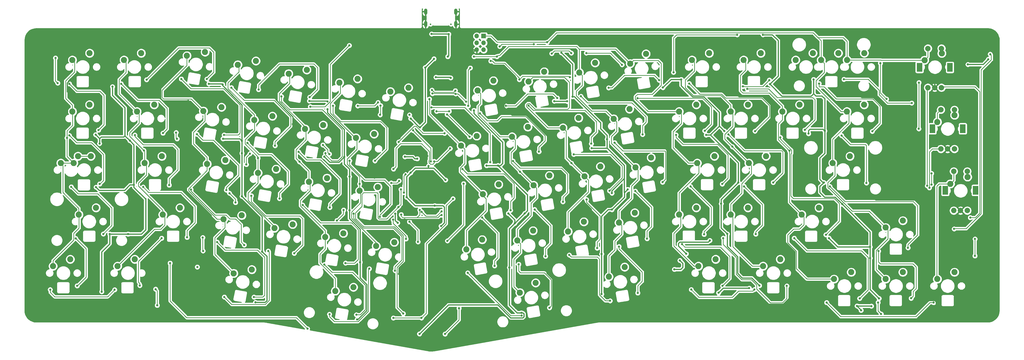
<source format=gtl>
G04 #@! TF.GenerationSoftware,KiCad,Pcbnew,(5.1.6)-1*
G04 #@! TF.CreationDate,2020-08-21T21:37:26+09:00*
G04 #@! TF.ProjectId,trifecta,74726966-6563-4746-912e-6b696361645f,rev?*
G04 #@! TF.SameCoordinates,Original*
G04 #@! TF.FileFunction,Copper,L1,Top*
G04 #@! TF.FilePolarity,Positive*
%FSLAX46Y46*%
G04 Gerber Fmt 4.6, Leading zero omitted, Abs format (unit mm)*
G04 Created by KiCad (PCBNEW (5.1.6)-1) date 2020-08-21 21:37:26*
%MOMM*%
%LPD*%
G01*
G04 APERTURE LIST*
G04 #@! TA.AperFunction,ComponentPad*
%ADD10C,2.250000*%
G04 #@! TD*
G04 #@! TA.AperFunction,ComponentPad*
%ADD11O,2.000000X2.000000*%
G04 #@! TD*
G04 #@! TA.AperFunction,ComponentPad*
%ADD12C,2.000000*%
G04 #@! TD*
G04 #@! TA.AperFunction,WasherPad*
%ADD13R,2.000000X3.200000*%
G04 #@! TD*
G04 #@! TA.AperFunction,ComponentPad*
%ADD14O,1.700000X1.700000*%
G04 #@! TD*
G04 #@! TA.AperFunction,ComponentPad*
%ADD15R,1.700000X1.700000*%
G04 #@! TD*
G04 #@! TA.AperFunction,ComponentPad*
%ADD16O,1.200000X2.300000*%
G04 #@! TD*
G04 #@! TA.AperFunction,WasherPad*
%ADD17C,0.600000*%
G04 #@! TD*
G04 #@! TA.AperFunction,ViaPad*
%ADD18C,0.800000*%
G04 #@! TD*
G04 #@! TA.AperFunction,Conductor*
%ADD19C,0.250000*%
G04 #@! TD*
G04 #@! TA.AperFunction,Conductor*
%ADD20C,0.381000*%
G04 #@! TD*
G04 #@! TA.AperFunction,NonConductor*
%ADD21C,0.254000*%
G04 #@! TD*
G04 #@! TA.AperFunction,Conductor*
%ADD22C,0.254000*%
G04 #@! TD*
G04 APERTURE END LIST*
D10*
X12096250Y-4354746D03*
X5746250Y-6894746D03*
X154919279Y-34956110D03*
X149106816Y-38560188D03*
X242601250Y-42454746D03*
X236251250Y-44994746D03*
X297846250Y-23404746D03*
X291496250Y-25944746D03*
X297881920Y-4327640D03*
X291531920Y-6867640D03*
X278923360Y-4337800D03*
X272573360Y-6877800D03*
X335987000Y-50108600D03*
X329637000Y-52648600D03*
X331211800Y-27248600D03*
X324861800Y-29788600D03*
X326487400Y-4388600D03*
X320137400Y-6928600D03*
X213205400Y-63368868D03*
X207392937Y-66972946D03*
X194444813Y-66676866D03*
X188632350Y-70280944D03*
X175684225Y-69984864D03*
X169871762Y-73588942D03*
X156923637Y-73292861D03*
X151111174Y-76896939D03*
X219277696Y-42954282D03*
X213465233Y-46558360D03*
X200517109Y-46262279D03*
X194704646Y-49866357D03*
X181744279Y-49581110D03*
X175931816Y-53185188D03*
X162995933Y-52878275D03*
X157183470Y-56482353D03*
X211279552Y-25020693D03*
X205467089Y-28624771D03*
X192518964Y-28328691D03*
X186706501Y-31932769D03*
X173758376Y-31636689D03*
X167945913Y-35240767D03*
X217351848Y-4606107D03*
X211539385Y-8210185D03*
X198591260Y-7914104D03*
X192778797Y-11518182D03*
X179830672Y-11222102D03*
X174018209Y-14826180D03*
X161070085Y-14530100D03*
X155257622Y-18134178D03*
X124502098Y-74244247D03*
X117807503Y-75642993D03*
X105741510Y-70936249D03*
X99046915Y-72334995D03*
X86980923Y-67628251D03*
X80286328Y-69026997D03*
X68220335Y-64320253D03*
X61525740Y-65718999D03*
X118429802Y-53829660D03*
X111735207Y-55228406D03*
X99669214Y-50521662D03*
X92974619Y-51920408D03*
X80908627Y-47213665D03*
X74214032Y-48612411D03*
X62148039Y-43905667D03*
X55453444Y-45304413D03*
X117047653Y-34242073D03*
X110353058Y-35640819D03*
X98287065Y-30934075D03*
X91592470Y-32332821D03*
X79526478Y-27626077D03*
X72831883Y-29024823D03*
X60765890Y-24318080D03*
X54071295Y-25716826D03*
X129735945Y-17135484D03*
X123041350Y-18534230D03*
X110975357Y-13827486D03*
X104280762Y-15226232D03*
X92214769Y-10519489D03*
X85520174Y-11918235D03*
X73454182Y-7211491D03*
X66759587Y-8610237D03*
X54693594Y-3903493D03*
X47998999Y-5302239D03*
X331183750Y-85317246D03*
X324833750Y-87857246D03*
X312133750Y-85317246D03*
X305783750Y-87857246D03*
X293083750Y-85317246D03*
X286733750Y-87857246D03*
X312133750Y-66267246D03*
X305783750Y-68807246D03*
X254983750Y-61504746D03*
X248633750Y-64044746D03*
X235933750Y-61504746D03*
X229583750Y-64044746D03*
X45433750Y-61504746D03*
X39083750Y-64044746D03*
X261651250Y-42454746D03*
X255301250Y-44994746D03*
X38766250Y-42454746D03*
X32416250Y-44994746D03*
X274033750Y-23404746D03*
X267683750Y-25944746D03*
X254983750Y-23404746D03*
X248633750Y-25944746D03*
X235933750Y-23404746D03*
X229583750Y-25944746D03*
X35908750Y-23404746D03*
X29558750Y-25944746D03*
X259746250Y-4354746D03*
X253396250Y-6894746D03*
X240696250Y-4354746D03*
X234346250Y-6894746D03*
X31146250Y-4354746D03*
X24796250Y-6894746D03*
X176637532Y-89257950D03*
X170825069Y-92862028D03*
D11*
X330896200Y-62536200D03*
D12*
X333396200Y-62536200D03*
X335896200Y-62536200D03*
D13*
X327796200Y-55036200D03*
X338996200Y-55036200D03*
D12*
X330896200Y-48036200D03*
X335896200Y-48036200D03*
D11*
X326146490Y-39761210D03*
D12*
X328646490Y-39761210D03*
X331146490Y-39761210D03*
D13*
X323046490Y-32261210D03*
X334246490Y-32261210D03*
D12*
X326146490Y-25261210D03*
X331146490Y-25261210D03*
D11*
X321371290Y-17100000D03*
D12*
X323871290Y-17100000D03*
X326371290Y-17100000D03*
D13*
X318271290Y-9600000D03*
X329471290Y-9600000D03*
D12*
X321371290Y-2600000D03*
X326371290Y-2600000D03*
D14*
X154924760Y-3098800D03*
X157464760Y-3098800D03*
X154924760Y-558800D03*
X157464760Y-558800D03*
X154924760Y1981200D03*
D15*
X157464760Y1981200D03*
D16*
X136074000Y6415200D03*
X147224000Y6415200D03*
X136074000Y11015200D03*
X147224000Y11015200D03*
D17*
X137899000Y6335200D03*
X145399000Y6335200D03*
D10*
X288321250Y-4354746D03*
X281971250Y-6894746D03*
X243077500Y-80554746D03*
X236727500Y-83094746D03*
X7796250Y-42451250D03*
X1446250Y-44991250D03*
X292607500Y-42454746D03*
X286257500Y-44994746D03*
X209482604Y-83402455D03*
X203670141Y-87006533D03*
X109436219Y-90868588D03*
X102741624Y-92267334D03*
X71951984Y-84352340D03*
X65257389Y-85751086D03*
X266890000Y-80554746D03*
X260540000Y-83094746D03*
X28765000Y-80554746D03*
X22415000Y-83094746D03*
X4952500Y-80554746D03*
X-1397500Y-83094746D03*
X281177500Y-61504746D03*
X274827500Y-64044746D03*
X14477500Y-61504746D03*
X8127500Y-64044746D03*
X12572500Y-42454746D03*
X6222500Y-44994746D03*
X12096250Y-23404746D03*
X5746250Y-25944746D03*
D18*
X3743960Y-35699700D03*
X69926200Y-45504100D03*
X71208900Y-41541700D03*
X32097980Y-40279320D03*
X89496900Y-44500800D03*
X74214032Y-43149832D03*
X126238000Y-51562000D03*
X123367800Y-52298600D03*
X111735207Y-52680207D03*
X137477500Y-21310600D03*
X124075001Y-65916385D03*
X128828800Y-72986900D03*
X162371895Y-5603095D03*
X153918920Y-5623560D03*
X249215702Y-38909198D03*
X270294100Y-40436800D03*
X137998200Y-44419520D03*
X189280800Y-13246100D03*
X170624500Y-14097000D03*
X160085195Y-7253386D03*
X131403137Y-32896857D03*
X138564620Y-19265900D03*
X147142200Y-19372580D03*
X150964900Y-22301200D03*
X44023280Y-33675320D03*
X44358560Y-36017200D03*
X128613768Y-49160832D03*
X128079500Y-55880000D03*
X126136400Y-37172900D03*
X143027490Y-33947190D03*
X98176080Y-38265100D03*
X100545900Y-41630600D03*
X318058800Y-15227300D03*
X124193300Y-47193200D03*
X139217400Y-44348400D03*
X318000000Y-32300000D03*
X145112150Y-39587850D03*
X152252680Y-35245040D03*
X143982440Y-27061160D03*
X65920620Y-59557920D03*
X63672720Y-56113680D03*
X103352600Y-66205100D03*
X105796080Y-62344300D03*
X141935200Y-62801500D03*
X134618200Y-63041000D03*
X189836995Y-44998705D03*
X170936214Y-48189586D03*
X64588000Y-45988720D03*
X30176080Y-42884840D03*
X23125040Y-64774560D03*
X6808080Y-20400760D03*
X320686040Y-67334880D03*
X48459000Y-21965400D03*
X99322500Y-98584500D03*
X118182000Y-25813500D03*
X112276500Y-25623000D03*
X148916000Y-45625500D03*
X141550000Y-65609010D03*
X128342000Y-65818500D03*
X150948000Y-84106500D03*
X182888500Y-100045000D03*
X180770455Y-81017545D03*
X166238029Y-25572971D03*
X225984680Y-33060120D03*
X225108380Y-53380120D03*
X225745920Y-71279500D03*
X231897800Y-91495360D03*
X268240120Y-73692500D03*
X250162940Y-18389080D03*
X250162940Y-14119340D03*
X258682100Y-34581580D03*
X148951560Y-8742160D03*
X291912920Y-15676360D03*
X270772500Y-91790000D03*
X320686040Y-62709540D03*
X320686040Y-79473540D03*
X296998000Y-53626500D03*
X336301960Y-79473540D03*
X333182840Y-96552500D03*
X139025000Y-8725000D03*
X136725000Y-42325000D03*
X315760980Y-97035100D03*
X186127000Y-78709000D03*
X186693105Y-60606105D03*
X192492240Y-57738760D03*
X220163000Y-28671000D03*
X185746000Y-38958000D03*
X127326000Y-43847500D03*
X91512000Y-81439500D03*
X127389500Y-49054500D03*
X128532500Y-46006500D03*
X87067000Y-60040000D03*
X87067000Y-40736000D03*
X80780500Y-20289000D03*
X56904500Y-74073500D03*
X60016000Y-93123500D03*
X47646200Y-55036200D03*
X48459000Y-34005000D03*
X42159800Y-13227800D03*
X-5402400Y-90278000D03*
X-5389000Y-71190600D03*
X-5084200Y-14091400D03*
X-5389000Y-33192200D03*
X-5389000Y-52242200D03*
X116988200Y-45587400D03*
X117191400Y-50362600D03*
X184603000Y-69938380D03*
X265529940Y-67812400D03*
X225745920Y-61459860D03*
X232530260Y-61500500D03*
X239416200Y-63682360D03*
X47421800Y-37805360D03*
X87067000Y-45093500D03*
X87172800Y-79745840D03*
X300483970Y-34643630D03*
X127326000Y-41396400D03*
X267411200Y-56184800D03*
X230592940Y-52150060D03*
X225745920Y-56346480D03*
X194068700Y-58941730D03*
X265529940Y-54303540D03*
X257467100Y-73774300D03*
X218020900Y-74460100D03*
X126022100Y-59575700D03*
X127508000Y-61061600D03*
X225108380Y-39980480D03*
X272357460Y-85694000D03*
X283149040Y-80416400D03*
X282215862Y-83576160D03*
X142564122Y-109994700D03*
X117142260Y-12385040D03*
X108422440Y-3083560D03*
X169109000Y-13997060D03*
X210845400Y-15638780D03*
X206711475Y-18980585D03*
X250327160Y970280D03*
X307133690Y-26566430D03*
X219621100Y-82389980D03*
X308273318Y-36767611D03*
X147590550Y-51649950D03*
X126453236Y-35748436D03*
X178200000Y-43000000D03*
X197137900Y-63737900D03*
X263439520Y-33939520D03*
X319626860Y-40673140D03*
X126236011Y-85948000D03*
X87067000Y-30563300D03*
X140788000Y-82963500D03*
X134391400Y-80962500D03*
X5054080Y-14091400D03*
X52674520Y-42387520D03*
X57500520Y-42448480D03*
X95387160Y-49154080D03*
X92730320Y-45415200D03*
X137100000Y-46110640D03*
X111895500Y-81630000D03*
X110752500Y-102839000D03*
X130564500Y-28544000D03*
X153869000Y-25496000D03*
X162759000Y-45879500D03*
X168918500Y-67279000D03*
X166950000Y-83598500D03*
X171381529Y-100349029D03*
X128408620Y-42644120D03*
X132972420Y-43352200D03*
X263096620Y-15800820D03*
X239560980Y-34601900D03*
X246253038Y-33105140D03*
X251378900Y-52178000D03*
X277305380Y-34086280D03*
X247335920Y-71162660D03*
X282964500Y-52166000D03*
X300046000Y-75978500D03*
X303342078Y-95022720D03*
X279195140Y-14050760D03*
X133999246Y-31750754D03*
X139125000Y-6425000D03*
X139418200Y-60718200D03*
X143413600Y-51213600D03*
X129063600Y-57613600D03*
X130518200Y-48568200D03*
X289750110Y-60158110D03*
X283309940Y-33070280D03*
X259223820Y-90270380D03*
X200986000Y-93441000D03*
X210638000Y-54706000D03*
X203018000Y-36164000D03*
X204796000Y-62199000D03*
X200986000Y-78582000D03*
X204796000Y-56103000D03*
X107958500Y-62453000D03*
X15756500Y-37751500D03*
X125738500Y-67088500D03*
X124865501Y-63682942D03*
X106053500Y-42704500D03*
X98687500Y-42641000D03*
X93163000Y-22003500D03*
X73287500Y-96489000D03*
X68321800Y-57271400D03*
X68308000Y-36799000D03*
X61159000Y-15920200D03*
X56079000Y-15666200D03*
X61311400Y-35986200D03*
X16556600Y-92526600D03*
X19503000Y-71241400D03*
X26310200Y-71241400D03*
X14321400Y-34462200D03*
X20519000Y-16733000D03*
X26945200Y-36672000D03*
X75770350Y-77762850D03*
X28443800Y-53055000D03*
X14470380Y-53886100D03*
X230351640Y-14060220D03*
X183527700Y-22085300D03*
X190318000Y-20416000D03*
X188252100Y-22148800D03*
X197319900Y-39458900D03*
X158546800Y-45897800D03*
X166560500Y-63588900D03*
X172626200Y-63571300D03*
X284861000Y-72720200D03*
X295224200Y-97802700D03*
X300514358Y-97850440D03*
X244119400Y-92925900D03*
X141744700Y-68262500D03*
X223596200Y-17068800D03*
X343655922Y-6578600D03*
X300046000Y-80109940D03*
X229864920Y-80965040D03*
X227822760Y-84277200D03*
X133791960Y-108117640D03*
X99832017Y-22195517D03*
X99894000Y-25042740D03*
X135898500Y-9651500D03*
X186126120Y-4175760D03*
X260512560Y2473960D03*
X232216960Y-78526640D03*
X240916711Y-73591671D03*
X296712640Y-99397820D03*
X255426230Y-91226230D03*
X245100000Y-59999998D03*
X336114080Y-8514080D03*
X107958500Y-49958500D03*
X68262532Y-41337468D03*
X139867640Y-13243560D03*
X145303240Y-13456920D03*
X144225000Y-5625000D03*
X138250000Y2750000D03*
X144575000Y2675000D03*
X180900000Y-300000D03*
X321125000Y-53395745D03*
X321915400Y-54121800D03*
X4618600Y-15666200D03*
X15388200Y-32785800D03*
X15794600Y-52699400D03*
X4618600Y-34767000D03*
X33117400Y-14142200D03*
X55367800Y-13888200D03*
X41448600Y-53105800D03*
X28799400Y-34614600D03*
X62530600Y-54934600D03*
X51710200Y-34309800D03*
X74430500Y-17812500D03*
X93290000Y-20606500D03*
X82139400Y-58084200D03*
X70303000Y-37561000D03*
X100719500Y-61373500D03*
X89226000Y-40863000D03*
X130120000Y-27147000D03*
X111006500Y-23845000D03*
X118499500Y-22575000D03*
X119198000Y-64866000D03*
X108022000Y-44101500D03*
X149614500Y-47149500D03*
X167394500Y-62453000D03*
X165680000Y-23845000D03*
X184603000Y-20924000D03*
X186698500Y-59278000D03*
X168283500Y-44228500D03*
X193366000Y-20289000D03*
X216099000Y-34386000D03*
X222225480Y-14307300D03*
X203576800Y-17144480D03*
X214224260Y-20989820D03*
X239022500Y-33044880D03*
X257564500Y-33164260D03*
X233292260Y-15562060D03*
X253137280Y-16644100D03*
X262862940Y-14289520D03*
X254717160Y-17540720D03*
X275959180Y-32719760D03*
X39162600Y-33903400D03*
X23725010Y-15666200D03*
X61717800Y-34563800D03*
X45919000Y-13888200D03*
X80513800Y-38526200D03*
X64410200Y-17088600D03*
X82876000Y-20352500D03*
X99132000Y-41307500D03*
X117356500Y-44165000D03*
X101862500Y-23781500D03*
X119452000Y-23718000D03*
X119261500Y-27147000D03*
X159901500Y-44673000D03*
X138225010Y-24416500D03*
X156091500Y-26575500D03*
X177872000Y-40736000D03*
X174062000Y-23718000D03*
X197176000Y-37815000D03*
X257861680Y-71218540D03*
X253520820Y-53570620D03*
X234039020Y-91741740D03*
X257313040Y-91741740D03*
X140114900Y-25841440D03*
X144750400Y-25841440D03*
X281199200Y-15582380D03*
X300841020Y-33237920D03*
X315384180Y-22776180D03*
X290388040Y-14013180D03*
X203907000Y-55214000D03*
X190699000Y-41752000D03*
X205812000Y-37434000D03*
X223465000Y-52039000D03*
X228435780Y-34540940D03*
X245489340Y-52707020D03*
X247770260Y-34431720D03*
X264272640Y-52143140D03*
X266939640Y-35465500D03*
X283726500Y-71470000D03*
X298689640Y-52333640D03*
X289497380Y-34787320D03*
X17166200Y-71190600D03*
X5329800Y-53766200D03*
X31847400Y-53817000D03*
X48052600Y-72409800D03*
X69134600Y-75254600D03*
X49500000Y-54800000D03*
X71763500Y-57055500D03*
X87575000Y-78328000D03*
X106498000Y-81947500D03*
X90686500Y-60484500D03*
X109482500Y-63659500D03*
X124786000Y-84741500D03*
X161489000Y-82963500D03*
X156917000Y-65120000D03*
X180285000Y-79407500D03*
X176284500Y-62135500D03*
X199335000Y-76423000D03*
X195414900Y-58458100D03*
X213432000Y-55341000D03*
X217750000Y-72930500D03*
X233795180Y-53649360D03*
X238796440Y-71315060D03*
X285187000Y-53626500D03*
X314016000Y-76296000D03*
X7514200Y-90342200D03*
X6955400Y-72816200D03*
X38654600Y-72765400D03*
X30628200Y-90240600D03*
X72716000Y-94520500D03*
X59127000Y-74200500D03*
X77986500Y-77502500D03*
X61800000Y-94499998D03*
X110498500Y-101061000D03*
X98687500Y-82519000D03*
X100592500Y-100870500D03*
X115261000Y-84043000D03*
X151583000Y-85567000D03*
X171522000Y-101378500D03*
X170379000Y-82392000D03*
X181745500Y-98457500D03*
X204127980Y-95899720D03*
X189048000Y-78963000D03*
X207399500Y-75851500D03*
X214321000Y-92996500D03*
X245616340Y-90337120D03*
X230645580Y-74982820D03*
X269322160Y-90387920D03*
X245860180Y-72714600D03*
X272042500Y-72740000D03*
X296172500Y-95028500D03*
X315159000Y-94965000D03*
X303132100Y-77517740D03*
X21331800Y-91815400D03*
X-2442600Y-91764600D03*
X283996440Y-96545580D03*
X323474960Y-96537260D03*
X302977160Y-96557580D03*
X304117620Y-100772010D03*
X141922500Y-64211200D03*
X127025400Y-64020700D03*
X133893200Y-62306200D03*
X53835300Y-72511920D03*
X53944520Y-77457300D03*
X133261100Y-74079100D03*
X130073400Y-66649600D03*
X134531100Y-102235000D03*
X124155200Y-102235000D03*
X146151600Y-58140600D03*
X36446460Y-91594940D03*
X37038280Y-97563940D03*
X126936500Y-54673500D03*
X126034800Y-61264800D03*
X127806450Y-100628450D03*
X336994500Y-65125600D03*
X322700000Y-52900000D03*
X322699996Y-48800000D03*
X344347800Y-4716780D03*
X331035660Y-69314060D03*
X338744560Y-73035160D03*
X338724240Y-79270860D03*
X143225520Y-108163360D03*
X148385755Y-98632235D03*
X41777920Y-81970880D03*
X92466160Y-106212640D03*
X51826160Y-83398360D03*
X-505460Y-6129020D03*
X337820Y-15402560D03*
X93510100Y-24117300D03*
X107886500Y-1493520D03*
X176009300Y-1028700D03*
X163387200Y-1838120D03*
X138400000Y-18000000D03*
X147012660Y-18212660D03*
X208531460Y-8615680D03*
X195336160Y-4292600D03*
X189806580Y-4292600D03*
X182595520Y-4467860D03*
X227500180Y-11422380D03*
X250995180Y2474990D03*
X303829720Y-8059420D03*
X306087780Y-21305520D03*
X150071700Y-52572400D03*
X144095080Y-73725010D03*
X151770080Y-23830280D03*
X152542240Y-9809480D03*
D19*
X5746250Y-44518496D02*
X6222500Y-44994746D01*
X5746250Y-25944746D02*
X5746250Y-23561810D01*
X5746250Y-23561810D02*
X3246120Y-21061680D01*
X3246120Y-21061680D02*
X3246120Y-14564360D01*
X3246120Y-14564360D02*
X6563360Y-11247120D01*
X6563360Y-7711856D02*
X5746250Y-6894746D01*
X6563360Y-11247120D02*
X6563360Y-7711856D01*
X6219004Y-44991250D02*
X6222500Y-44994746D01*
X1446250Y-44991250D02*
X6219004Y-44991250D01*
X6222500Y-44994746D02*
X3743960Y-42516206D01*
X8127500Y-64044746D02*
X8127500Y-61716420D01*
X8127500Y-61716420D02*
X2235200Y-55824120D01*
X2235200Y-45780200D02*
X1446250Y-44991250D01*
X2235200Y-55824120D02*
X2235200Y-45780200D01*
X3743960Y-42516206D02*
X3743960Y-35699700D01*
X5800000Y-25998496D02*
X5746250Y-25944746D01*
X5800000Y-31042700D02*
X5800000Y-25998496D01*
X3743960Y-35699700D02*
X3743960Y-33098740D01*
X3743960Y-33098740D02*
X5800000Y-31042700D01*
X8200000Y-64117246D02*
X8127500Y-64044746D01*
X8200000Y-68995680D02*
X8200000Y-64117246D01*
X6200000Y-70995680D02*
X8200000Y-68995680D01*
X6200000Y-73418840D02*
X6200000Y-70995680D01*
X-1397500Y-83094746D02*
X-1397500Y-81016340D01*
X-1397500Y-81016340D02*
X6200000Y-73418840D01*
X32416250Y-44994746D02*
X32416250Y-40597590D01*
X26875740Y-35057080D02*
X26875740Y-33738820D01*
X26875740Y-33738820D02*
X30386020Y-30228540D01*
X30386020Y-26772016D02*
X29558750Y-25944746D01*
X30386020Y-30228540D02*
X30386020Y-26772016D01*
X33075880Y-45654376D02*
X32416250Y-44994746D01*
X39083750Y-62453756D02*
X30058360Y-53428366D01*
X39083750Y-64044746D02*
X39083750Y-62453756D01*
X30058360Y-53428366D02*
X30058360Y-52364640D01*
X30058360Y-52364640D02*
X33075880Y-49347120D01*
X33075880Y-49347120D02*
X33075880Y-45654376D01*
X22415000Y-83094746D02*
X36048366Y-69461380D01*
X36048366Y-69461380D02*
X38280340Y-69461380D01*
X38280340Y-69461380D02*
X39852600Y-67889120D01*
X39852600Y-64813596D02*
X39083750Y-64044746D01*
X39852600Y-67889120D02*
X39852600Y-64813596D01*
X48437800Y-5741040D02*
X47998999Y-5302239D01*
X55453444Y-45304413D02*
X55453444Y-42880444D01*
X55453444Y-42880444D02*
X50393600Y-37820600D01*
X50393600Y-37820600D02*
X50393600Y-33667700D01*
X50393600Y-33667700D02*
X54648100Y-29413200D01*
X54648100Y-26293631D02*
X54071295Y-25716826D01*
X54648100Y-29413200D02*
X54648100Y-26293631D01*
X65257389Y-85751086D02*
X58280300Y-78773997D01*
X58280300Y-78773997D02*
X58280300Y-72580500D01*
X58280300Y-72580500D02*
X62026800Y-68834000D01*
X62026800Y-66220059D02*
X61525740Y-65718999D01*
X62026800Y-68834000D02*
X62026800Y-66220059D01*
X69926200Y-45504100D02*
X69926200Y-42824400D01*
X69926200Y-42824400D02*
X71208900Y-41541700D01*
X32416250Y-40597590D02*
X32097980Y-40279320D01*
X32097980Y-40279320D02*
X26875740Y-35057080D01*
X29558750Y-25944746D02*
X23000000Y-19385996D01*
X23000000Y-19385996D02*
X23000000Y-14040820D01*
X25552400Y-7650896D02*
X24796250Y-6894746D01*
X23000000Y-14040820D02*
X25552400Y-11488420D01*
X25552400Y-11488420D02*
X25552400Y-7650896D01*
X38815511Y-18060169D02*
X47998999Y-8876681D01*
X47998999Y-8876681D02*
X47998999Y-6893229D01*
X47998999Y-6893229D02*
X47998999Y-5302239D01*
X38815511Y-20697691D02*
X38815511Y-18060169D01*
X39358219Y-21240399D02*
X38815511Y-20697691D01*
X49594868Y-21240399D02*
X39358219Y-21240399D01*
X54071295Y-25716826D02*
X49594868Y-21240399D01*
X55453444Y-47646556D02*
X55453444Y-45304413D01*
X48600000Y-54500000D02*
X55453444Y-47646556D01*
X48600000Y-55200000D02*
X48600000Y-54500000D01*
X61525740Y-65718999D02*
X59118999Y-65718999D01*
X59118999Y-65718999D02*
X48600000Y-55200000D01*
X92974619Y-51920408D02*
X92974619Y-47978519D01*
X88226900Y-43230800D02*
X88226900Y-40030400D01*
X88226900Y-40030400D02*
X91897200Y-36360100D01*
X91897200Y-32637551D02*
X91592470Y-32332821D01*
X91897200Y-36360100D02*
X91897200Y-32637551D01*
X92974619Y-47978519D02*
X89496900Y-44500800D01*
X89496900Y-44500800D02*
X88226900Y-43230800D01*
X74214032Y-48612411D02*
X74214032Y-43149832D01*
X99046915Y-76632185D02*
X99046915Y-72334995D01*
X97028000Y-78651100D02*
X99046915Y-76632185D01*
X97028000Y-81928000D02*
X97028000Y-78651100D01*
X102741624Y-92267334D02*
X102741624Y-87641624D01*
X102741624Y-87641624D02*
X97028000Y-81928000D01*
X67144900Y-8995550D02*
X66759587Y-8610237D01*
X67144900Y-11267012D02*
X67144900Y-8995550D01*
X63131700Y-15280212D02*
X67144900Y-11267012D01*
X63131700Y-17431700D02*
X63131700Y-15280212D01*
X72831883Y-29024823D02*
X72831883Y-27131883D01*
X72831883Y-27131883D02*
X63131700Y-17431700D01*
X85928200Y-12326261D02*
X85520174Y-11918235D01*
X85928200Y-15468600D02*
X85928200Y-12326261D01*
X82042000Y-19354800D02*
X85928200Y-15468600D01*
X82042000Y-22042000D02*
X82042000Y-19354800D01*
X91592470Y-32332821D02*
X91592470Y-31592470D01*
X91592470Y-31592470D02*
X82042000Y-22042000D01*
X93459300Y-52405089D02*
X92974619Y-51920408D01*
X93459300Y-55219600D02*
X93459300Y-52405089D01*
X89900000Y-58778900D02*
X93459300Y-55219600D01*
X89900000Y-60800000D02*
X89900000Y-58778900D01*
X99046915Y-72334995D02*
X99046915Y-69946915D01*
X99046915Y-69946915D02*
X89900000Y-60800000D01*
X72900000Y-29092940D02*
X72831883Y-29024823D01*
X72900000Y-32827500D02*
X72900000Y-29092940D01*
X69430900Y-36296600D02*
X72900000Y-32827500D01*
X69430900Y-37884100D02*
X69430900Y-36296600D01*
X74214032Y-43149832D02*
X74214032Y-42667232D01*
X74214032Y-42667232D02*
X69430900Y-37884100D01*
X74214032Y-52379568D02*
X74214032Y-48612411D01*
X70599300Y-55994300D02*
X74214032Y-52379568D01*
X70599300Y-58799300D02*
X70599300Y-55994300D01*
X80286328Y-69026997D02*
X80286328Y-68486328D01*
X80286328Y-68486328D02*
X70599300Y-58799300D01*
X111735207Y-49975117D02*
X107149900Y-45389810D01*
X107149900Y-45389810D02*
X107149900Y-43484800D01*
X107149900Y-43484800D02*
X110718600Y-39916100D01*
X110718600Y-36006361D02*
X110353058Y-35640819D01*
X110718600Y-39916100D02*
X110718600Y-36006361D01*
X108757499Y-65348909D02*
X108757499Y-63073501D01*
X117807503Y-75642993D02*
X117807503Y-74398913D01*
X117807503Y-74398913D02*
X108757499Y-65348909D01*
X108757499Y-63073501D02*
X112090200Y-59740800D01*
X112090200Y-55583399D02*
X111735207Y-55228406D01*
X112090200Y-59740800D02*
X112090200Y-55583399D01*
X126238000Y-51562000D02*
X125501400Y-52298600D01*
X125501400Y-52298600D02*
X123367800Y-52298600D01*
X111735207Y-55228406D02*
X111735207Y-52680207D01*
X111735207Y-52680207D02*
X111735207Y-49975117D01*
X157183470Y-56993170D02*
X157183470Y-56482353D01*
X158381700Y-58191400D02*
X157183470Y-56993170D01*
X158381700Y-62582298D02*
X158381700Y-58191400D01*
X151111174Y-76896939D02*
X151111174Y-69852824D01*
X151111174Y-69852824D02*
X158381700Y-62582298D01*
X137500000Y-26895700D02*
X137500000Y-21333100D01*
X146477259Y-35872959D02*
X137500000Y-26895700D01*
X150456900Y-45157602D02*
X150456900Y-39820340D01*
X148889499Y-48188382D02*
X148889499Y-46725003D01*
X150456900Y-39820340D02*
X146509519Y-35872959D01*
X157183470Y-56482353D02*
X148889499Y-48188382D01*
X137500000Y-21333100D02*
X137477500Y-21310600D01*
X146509519Y-35872959D02*
X146477259Y-35872959D01*
X148889499Y-46725003D02*
X150456900Y-45157602D01*
X104622600Y-15568070D02*
X104280762Y-15226232D01*
X104622600Y-19189700D02*
X104622600Y-15568070D01*
X100863400Y-22948900D02*
X104622600Y-19189700D01*
X100863400Y-26407281D02*
X100863400Y-22948900D01*
X110353058Y-35640819D02*
X110096938Y-35640819D01*
X110096938Y-35640819D02*
X100863400Y-26407281D01*
X124075001Y-67267901D02*
X124075001Y-65916385D01*
X128828800Y-72021700D02*
X124075001Y-67267901D01*
X128828800Y-72986900D02*
X128828800Y-72021700D01*
X212701070Y-7048500D02*
X211539385Y-8210185D01*
X222950481Y-8117281D02*
X221881700Y-7048500D01*
X221881700Y-7048500D02*
X212701070Y-7048500D01*
X219659200Y-19558000D02*
X222950481Y-16266719D01*
X222950481Y-16266719D02*
X222950481Y-8117281D01*
X214213162Y-19558000D02*
X219659200Y-19558000D01*
X213430981Y-20340181D02*
X214213162Y-19558000D01*
X213430981Y-21269543D02*
X213430981Y-20340181D01*
X218106184Y-25944746D02*
X213430981Y-21269543D01*
X229583750Y-25944746D02*
X218106184Y-25944746D01*
X236251250Y-44994746D02*
X233081746Y-44994746D01*
X233081746Y-44994746D02*
X227330000Y-39243000D01*
X227330000Y-39243000D02*
X227330000Y-33413700D01*
X227330000Y-33413700D02*
X230428800Y-30314900D01*
X230428800Y-26789796D02*
X229583750Y-25944746D01*
X230428800Y-30314900D02*
X230428800Y-26789796D01*
X229583750Y-64044746D02*
X229583750Y-56013850D01*
X229583750Y-56013850D02*
X236893100Y-48704500D01*
X236893100Y-45636596D02*
X236251250Y-44994746D01*
X236893100Y-48704500D02*
X236893100Y-45636596D01*
X236727500Y-83094746D02*
X235101046Y-83094746D01*
X235101046Y-83094746D02*
X227609400Y-75603100D01*
X227609400Y-75603100D02*
X227609400Y-71005700D01*
X227609400Y-71005700D02*
X230149400Y-68465700D01*
X230149400Y-64610396D02*
X229583750Y-64044746D01*
X230149400Y-68465700D02*
X230149400Y-64610396D01*
X205467089Y-28624771D02*
X202572518Y-25730200D01*
X202572518Y-25730200D02*
X197294500Y-25730200D01*
X197294500Y-25730200D02*
X191643000Y-20078700D01*
X191643000Y-20078700D02*
X191643000Y-18427700D01*
X191643000Y-18427700D02*
X193840100Y-16230600D01*
X193840100Y-12579485D02*
X192778797Y-11518182D01*
X193840100Y-16230600D02*
X193840100Y-12579485D01*
X213465233Y-46558360D02*
X204622400Y-37715527D01*
X204622400Y-37715527D02*
X204622400Y-35140900D01*
X204622400Y-35140900D02*
X206578200Y-33185100D01*
X206578200Y-29735882D02*
X205467089Y-28624771D01*
X206578200Y-33185100D02*
X206578200Y-29735882D01*
X207392937Y-66972946D02*
X207392937Y-62596363D01*
X207392937Y-62596363D02*
X212013800Y-57975500D01*
X212013800Y-57975500D02*
X212013800Y-53479700D01*
X212013800Y-53479700D02*
X214452200Y-51041300D01*
X214452200Y-47545327D02*
X213465233Y-46558360D01*
X214452200Y-51041300D02*
X214452200Y-47545327D01*
X203670141Y-87006533D02*
X203670141Y-79260459D01*
X203670141Y-79260459D02*
X205828900Y-77101700D01*
X205828900Y-77101700D02*
X205828900Y-73863200D01*
X205828900Y-73863200D02*
X208407000Y-71285100D01*
X208407000Y-67987009D02*
X207392937Y-66972946D01*
X208407000Y-71285100D02*
X208407000Y-67987009D01*
X211539385Y-8210185D02*
X206148600Y-2819400D01*
X162771894Y-5203096D02*
X162371895Y-5603095D01*
X163396904Y-5203096D02*
X162771894Y-5203096D01*
X166700000Y-1900000D02*
X163396904Y-5203096D01*
X191777700Y-1900000D02*
X166700000Y-1900000D01*
X192778797Y-2901097D02*
X192697100Y-2819400D01*
X192697100Y-2819400D02*
X191777700Y-1900000D01*
X192778797Y-11518182D02*
X192778797Y-2901097D01*
X206148600Y-2819400D02*
X192697100Y-2819400D01*
X162371895Y-5603095D02*
X153939385Y-5603095D01*
X153939385Y-5603095D02*
X153918920Y-5623560D01*
X267683750Y-23905789D02*
X262878761Y-19100800D01*
X267683750Y-25944746D02*
X267683750Y-23905789D01*
X262878761Y-19100800D02*
X253072900Y-19100800D01*
X253072900Y-19100800D02*
X252183900Y-18211800D01*
X252183900Y-18211800D02*
X252183900Y-12509500D01*
X252183900Y-12509500D02*
X254114300Y-10579100D01*
X254114300Y-7612796D02*
X253396250Y-6894746D01*
X254114300Y-10579100D02*
X254114300Y-7612796D01*
X274827500Y-64044746D02*
X270294100Y-59511346D01*
X268389100Y-26650096D02*
X267683750Y-25944746D01*
X284846946Y-87857246D02*
X284758046Y-87857246D01*
X286733750Y-87857246D02*
X284846946Y-87857246D01*
X284846946Y-87857246D02*
X284554846Y-87857246D01*
X246418100Y-36111596D02*
X246418100Y-34378900D01*
X246418100Y-34378900D02*
X249351800Y-31445200D01*
X249351800Y-26662796D02*
X248633750Y-25944746D01*
X249351800Y-31445200D02*
X249351800Y-26662796D01*
X248633750Y-64044746D02*
X248633750Y-60128650D01*
X248633750Y-60128650D02*
X252679200Y-56083200D01*
X252679200Y-56083200D02*
X252679200Y-52565300D01*
X252679200Y-52565300D02*
X256273300Y-48971200D01*
X256273300Y-45966796D02*
X255301250Y-44994746D01*
X256273300Y-48971200D02*
X256273300Y-45966796D01*
X260540000Y-83094746D02*
X256602146Y-83094746D01*
X256602146Y-83094746D02*
X249351800Y-75844400D01*
X249351800Y-64762796D02*
X248633750Y-64044746D01*
X249351800Y-75844400D02*
X249351800Y-64762796D01*
X249215702Y-38909198D02*
X246418100Y-36111596D01*
X255301250Y-44994746D02*
X249215702Y-38909198D01*
X270294100Y-59511346D02*
X270294100Y-40436800D01*
X272872970Y-84011270D02*
X276718946Y-87857246D01*
X272872970Y-77624249D02*
X272872970Y-84011270D01*
X269659100Y-74410380D02*
X272872970Y-77624249D01*
X275602700Y-64819946D02*
X275602700Y-67767200D01*
X274827500Y-64044746D02*
X275602700Y-64819946D01*
X269659100Y-71526400D02*
X269659100Y-74410380D01*
X274040600Y-69329300D02*
X271856200Y-69329300D01*
X275602700Y-67767200D02*
X274040600Y-69329300D01*
X276718946Y-87857246D02*
X284846946Y-87857246D01*
X271856200Y-69329300D02*
X269659100Y-71526400D01*
X269894101Y-40036801D02*
X270294100Y-40436800D01*
X266214639Y-36357339D02*
X269894101Y-40036801D01*
X266214639Y-30459859D02*
X266214639Y-36357339D01*
X267683750Y-28990748D02*
X266214639Y-30459859D01*
X267683750Y-25944746D02*
X267683750Y-28990748D01*
X235204000Y-10922000D02*
X235204000Y-7752496D01*
X231876249Y-14249751D02*
X235204000Y-10922000D01*
X231876249Y-17131949D02*
X231876249Y-14249751D01*
X235204000Y-7752496D02*
X234346250Y-6894746D01*
X248633750Y-25944746D02*
X248633750Y-23533750D01*
X234744300Y-20000000D02*
X231876249Y-17131949D01*
X248633750Y-23533750D02*
X245100000Y-20000000D01*
X245100000Y-20000000D02*
X234744300Y-20000000D01*
X189280800Y-13246100D02*
X188881590Y-12846890D01*
X188881590Y-12846890D02*
X171874610Y-12846890D01*
X171874610Y-12846890D02*
X170624500Y-14097000D01*
X160650880Y-7253386D02*
X160085195Y-7253386D01*
X161497494Y-8100000D02*
X160650880Y-7253386D01*
X165193185Y-8100000D02*
X161497494Y-8100000D01*
X170624500Y-14097000D02*
X170624500Y-13531315D01*
X170624500Y-13531315D02*
X165193185Y-8100000D01*
X137998200Y-39491920D02*
X131803136Y-33296856D01*
X131803136Y-33296856D02*
X131403137Y-32896857D01*
X137998200Y-44419520D02*
X137998200Y-39491920D01*
X138564620Y-19265900D02*
X147035520Y-19265900D01*
X147035520Y-19265900D02*
X147142200Y-19372580D01*
X147350480Y-19372580D02*
X147142200Y-19372580D01*
X147142200Y-19372580D02*
X148036280Y-19372580D01*
X148036280Y-19372580D02*
X150964900Y-22301200D01*
X44023280Y-33675320D02*
X44023280Y-35681920D01*
X44023280Y-35681920D02*
X44358560Y-36017200D01*
X128613768Y-49160832D02*
X128079500Y-49695100D01*
X128079500Y-49695100D02*
X128079500Y-55880000D01*
X126136400Y-37090592D02*
X126136400Y-37172900D01*
X131864737Y-31362255D02*
X126136400Y-37090592D01*
X132537745Y-31362255D02*
X131864737Y-31362255D01*
X143027490Y-33947190D02*
X135122680Y-33947190D01*
X135122680Y-33947190D02*
X132537745Y-31362255D01*
X98176080Y-38265100D02*
X99959160Y-40048180D01*
X99959160Y-40048180D02*
X99959160Y-41043860D01*
X99959160Y-41043860D02*
X100545900Y-41630600D01*
X318058800Y-32241200D02*
X318000000Y-32300000D01*
X318058800Y-15227300D02*
X318058800Y-32241200D01*
X139217400Y-44348400D02*
X140351600Y-44348400D01*
X140351600Y-44348400D02*
X144712151Y-39987849D01*
X144712151Y-39987849D02*
X145112150Y-39587850D01*
X139065000Y-44500800D02*
X139217400Y-44348400D01*
X125100000Y-46286500D02*
X124193300Y-47193200D01*
X126804800Y-37795200D02*
X125100000Y-39500000D01*
X134543800Y-37795200D02*
X126804800Y-37795200D01*
X137450001Y-40701401D02*
X134543800Y-37795200D01*
X137450001Y-43894717D02*
X137450001Y-40701401D01*
X139217400Y-44914085D02*
X138731485Y-45400000D01*
X125100000Y-39500000D02*
X125100000Y-46286500D01*
X139217400Y-44348400D02*
X139217400Y-44914085D01*
X138731485Y-45400000D02*
X137905678Y-45400000D01*
X137905678Y-45400000D02*
X137273199Y-44767521D01*
X137273199Y-44767521D02*
X137273199Y-44071519D01*
X137273199Y-44071519D02*
X137450001Y-43894717D01*
X152252680Y-35245040D02*
X144068800Y-27061160D01*
X144068800Y-27061160D02*
X143982440Y-27061160D01*
X65920620Y-59557920D02*
X65920620Y-58361580D01*
X65920620Y-58361580D02*
X63672720Y-56113680D01*
X141935200Y-62801500D02*
X140093211Y-64643489D01*
X136220689Y-64643489D02*
X134618200Y-63041000D01*
X140093211Y-64643489D02*
X136220689Y-64643489D01*
X105700000Y-62440380D02*
X105796080Y-62344300D01*
X103352600Y-66205100D02*
X105700000Y-63857700D01*
X105700000Y-63857700D02*
X105700000Y-62440380D01*
X7796250Y-42451250D02*
X12569004Y-42451250D01*
X12569004Y-42451250D02*
X12572500Y-42454746D01*
X176325000Y-53578372D02*
X175931816Y-53185188D01*
X167945913Y-35240767D02*
X163459967Y-35240767D01*
X155366499Y-27147299D02*
X155366499Y-23995601D01*
X163459967Y-35240767D02*
X155366499Y-27147299D01*
X155366499Y-23995601D02*
X156375100Y-22987000D01*
X156375100Y-19251656D02*
X155257622Y-18134178D01*
X156375100Y-22987000D02*
X156375100Y-19251656D01*
X187883800Y-33110068D02*
X186706501Y-31932769D01*
X187883800Y-43045511D02*
X187883800Y-33110068D01*
X167558499Y-44811871D02*
X167558499Y-41089801D01*
X167558499Y-41089801D02*
X169087800Y-39560500D01*
X169087800Y-36382654D02*
X167945913Y-35240767D01*
X169087800Y-39560500D02*
X169087800Y-36382654D01*
X188632350Y-70280944D02*
X188632350Y-63107050D01*
X188632350Y-63107050D02*
X196100700Y-55638700D01*
X196100700Y-51262411D02*
X194704646Y-49866357D01*
X196100700Y-55638700D02*
X196100700Y-51262411D01*
X169871762Y-73588942D02*
X169871762Y-69434338D01*
X169871762Y-69434338D02*
X174967900Y-64338200D01*
X174967900Y-64338200D02*
X174967900Y-59829700D01*
X174967900Y-59829700D02*
X176987200Y-57810400D01*
X176987200Y-54240572D02*
X175931816Y-53185188D01*
X176987200Y-57810400D02*
X176987200Y-54240572D01*
X170825069Y-92862028D02*
X168617900Y-90654859D01*
X168617900Y-90654859D02*
X168617900Y-80543400D01*
X168617900Y-80543400D02*
X171056300Y-78105000D01*
X171056300Y-74773480D02*
X169871762Y-73588942D01*
X171056300Y-78105000D02*
X171056300Y-74773480D01*
X175931816Y-53185188D02*
X170936214Y-48189586D01*
X194704646Y-49866357D02*
X189836995Y-44998705D01*
X189836995Y-44998705D02*
X187883800Y-43045511D01*
X170936214Y-48189586D02*
X167558499Y-44811871D01*
X181132769Y-31932769D02*
X186706501Y-31932769D01*
X173300000Y-23400000D02*
X173300000Y-24100000D01*
X173776500Y-22923500D02*
X173300000Y-23400000D01*
X174340502Y-22923500D02*
X173776500Y-22923500D01*
X173300000Y-24100000D02*
X181132769Y-31932769D01*
X176462992Y-25045990D02*
X174340502Y-22923500D01*
X175547489Y-13296900D02*
X187299600Y-13296900D01*
X174018209Y-14826180D02*
X175547489Y-13296900D01*
X187299600Y-13296900D02*
X189115700Y-15113000D01*
X189115700Y-15113000D02*
X189115700Y-24422100D01*
X189115700Y-24422100D02*
X188491810Y-25045990D01*
X188491810Y-25045990D02*
X176462992Y-25045990D01*
D20*
X320686040Y-62709540D02*
X320686040Y-67334880D01*
X320686040Y-67334880D02*
X320686040Y-79473540D01*
X48459000Y-34005000D02*
X48459000Y-21965400D01*
X141340510Y-65818500D02*
X141550000Y-65609010D01*
X128342000Y-65818500D02*
X141340510Y-65818500D01*
X149805000Y-82963500D02*
X150948000Y-84106500D01*
X166238029Y-25572971D02*
X164889499Y-24224441D01*
X164928160Y-8742160D02*
X148951560Y-8742160D01*
X164889499Y-23365501D02*
X169109000Y-19146000D01*
X164889499Y-24224441D02*
X164889499Y-23365501D01*
X169109000Y-12923000D02*
X164928160Y-8742160D01*
X225108380Y-33936420D02*
X225984680Y-33060120D01*
X267403190Y-72883510D02*
X267196180Y-72676500D01*
X265529940Y-71010260D02*
X267403190Y-72883510D01*
X272357460Y-77837780D02*
X267403190Y-72883510D01*
X250162940Y-18389080D02*
X250162940Y-14119340D01*
X250162940Y-18848820D02*
X250162940Y-18389080D01*
X251704720Y-20390600D02*
X250162940Y-18848820D01*
X270772500Y-91790000D02*
X270772500Y-87278960D01*
X272357460Y-85694000D02*
X272357460Y-77837780D01*
X270772500Y-87278960D02*
X272357460Y-85694000D01*
X186127000Y-78709000D02*
X186127000Y-75280000D01*
X186127000Y-75280000D02*
X184603000Y-73756000D01*
X184603000Y-69938380D02*
X184603000Y-62696210D01*
X184603000Y-62696210D02*
X186693105Y-60606105D01*
X189175000Y-54421520D02*
X189175000Y-48864000D01*
X192492240Y-57738760D02*
X189175000Y-54421520D01*
X189175000Y-48864000D02*
X186000000Y-45689000D01*
X224552120Y-33060120D02*
X220163000Y-28671000D01*
X225984680Y-33060120D02*
X224552120Y-33060120D01*
X186000000Y-45689000D02*
X186000000Y-44165000D01*
X186000000Y-44165000D02*
X184222000Y-42387000D01*
X99322500Y-98584500D02*
X98687500Y-98584500D01*
X98687500Y-98584500D02*
X91512000Y-91409000D01*
X91512000Y-81439500D02*
X91512000Y-69885040D01*
X91512000Y-91409000D02*
X91512000Y-81439500D01*
X91512000Y-65247000D02*
X87067000Y-60802000D01*
X127048558Y-65818500D02*
X128342000Y-65818500D01*
X125656001Y-64425943D02*
X127048558Y-65818500D01*
X127389500Y-52801000D02*
X124849500Y-55341000D01*
X124849500Y-55341000D02*
X124849500Y-58579500D01*
X127389500Y-49054500D02*
X127389500Y-52801000D01*
X128532500Y-47911500D02*
X127389500Y-49054500D01*
X128532500Y-46006500D02*
X128532500Y-47911500D01*
X87067000Y-60802000D02*
X87067000Y-60040000D01*
X80780500Y-21559000D02*
X80780500Y-20289000D01*
X87067000Y-27845500D02*
X80780500Y-21559000D01*
X60016000Y-93123500D02*
X56904500Y-90012000D01*
X56904500Y-64294500D02*
X47646200Y-55036200D01*
X47646200Y-55036200D02*
X47443000Y-54833000D01*
X47443000Y-35021000D02*
X48459000Y-34005000D01*
X-5402400Y-71204000D02*
X-5389000Y-71190600D01*
X-5402400Y-90278000D02*
X-5402400Y-71204000D01*
X-5389000Y-14396200D02*
X-5084200Y-14091400D01*
X-5389000Y-33192200D02*
X-5389000Y-14396200D01*
X-5389000Y-71190600D02*
X-5389000Y-52242200D01*
X-5389000Y-52242200D02*
X-5389000Y-33192200D01*
X134196200Y-39796200D02*
X136725000Y-42325000D01*
X128926200Y-39796200D02*
X134196200Y-39796200D01*
X127326000Y-41396400D02*
X128926200Y-39796200D01*
X127326000Y-43847500D02*
X127326000Y-41396400D01*
X117191400Y-45790600D02*
X116988200Y-45587400D01*
X117191400Y-50362600D02*
X117191400Y-45790600D01*
X87067000Y-40736000D02*
X87067000Y-30563300D01*
X56904500Y-66085200D02*
X56904500Y-64294500D01*
X56904500Y-74073500D02*
X56904500Y-66085200D01*
X91512000Y-69885040D02*
X91512000Y-65247000D01*
X87067000Y-60040000D02*
X87067000Y-52059320D01*
X225108380Y-39283120D02*
X225108380Y-38889420D01*
X225108380Y-39283120D02*
X225108380Y-33936420D01*
X263439520Y-34627300D02*
X263439520Y-23471620D01*
X140788000Y-82963500D02*
X149805000Y-82963500D01*
X184603000Y-73756000D02*
X184603000Y-69938380D01*
X265529940Y-67812400D02*
X265529940Y-71010260D01*
X265529940Y-61574160D02*
X265529940Y-67812400D01*
X225745920Y-71279500D02*
X225745920Y-61459860D01*
X234740060Y-63710300D02*
X239388260Y-63710300D01*
X239388260Y-63710300D02*
X239416200Y-63682360D01*
X232530260Y-61500500D02*
X234740060Y-63710300D01*
X47443000Y-37862120D02*
X47443000Y-37826560D01*
X47443000Y-37862120D02*
X47443000Y-42183800D01*
X47443000Y-37826560D02*
X47421800Y-37805360D01*
X47443000Y-35021000D02*
X47443000Y-37862120D01*
X87067000Y-52059320D02*
X87067000Y-47972100D01*
X87067000Y-47972100D02*
X87067000Y-47530500D01*
X87067000Y-40736000D02*
X87067000Y-45093500D01*
X87067000Y-45093500D02*
X87067000Y-47972100D01*
X88866460Y-81439500D02*
X91512000Y-81439500D01*
X87172800Y-79745840D02*
X88866460Y-81439500D01*
X267411200Y-56184800D02*
X265529940Y-54303540D01*
X267411200Y-59692900D02*
X265529940Y-61574160D01*
X267411200Y-56184800D02*
X267411200Y-59692900D01*
X225108380Y-53380120D02*
X229362880Y-53380120D01*
X229362880Y-53380120D02*
X230592940Y-52150060D01*
X225745920Y-54017660D02*
X225108380Y-53380120D01*
X225745920Y-61459860D02*
X225745920Y-56346480D01*
X225745920Y-56346480D02*
X225745920Y-54017660D01*
X189624895Y-60606105D02*
X192492240Y-57738760D01*
X186693105Y-60606105D02*
X189624895Y-60606105D01*
X268158320Y-73774300D02*
X268240120Y-73692500D01*
X257467100Y-73774300D02*
X268158320Y-73774300D01*
X221201500Y-71279500D02*
X225745920Y-71279500D01*
X218020900Y-74460100D02*
X221201500Y-71279500D01*
X183818455Y-81017545D02*
X186127000Y-78709000D01*
X180770455Y-81017545D02*
X183818455Y-81017545D01*
X125025900Y-58579500D02*
X124849500Y-58579500D01*
X126022100Y-59575700D02*
X125025900Y-58579500D01*
X125656001Y-64425943D02*
X125656001Y-62913599D01*
X125656001Y-62913599D02*
X127508000Y-61061600D01*
X225108380Y-53380120D02*
X225108380Y-39980480D01*
X225108380Y-39980480D02*
X225108380Y-39283120D01*
X283149040Y-80416400D02*
X283702760Y-80970120D01*
X283702760Y-80970120D02*
X283702760Y-82089262D01*
X283702760Y-82089262D02*
X282215862Y-83576160D01*
X142564122Y-109994700D02*
X161114740Y-109994700D01*
X161114740Y-109994700D02*
X164713920Y-106395520D01*
X176537980Y-106395520D02*
X182888500Y-100045000D01*
X164713920Y-106395520D02*
X176537980Y-106395520D01*
X56904500Y-90012000D02*
X56904500Y-74073500D01*
X169109000Y-19146000D02*
X169109000Y-13997060D01*
X169109000Y-13997060D02*
X169109000Y-12923000D01*
X210845400Y-15638780D02*
X207503595Y-18980585D01*
X207503595Y-18980585D02*
X206711475Y-18980585D01*
X250162940Y-14119340D02*
X250162940Y806060D01*
X250162940Y806060D02*
X250327160Y970280D01*
X218020900Y-80789780D02*
X218020900Y-74460100D01*
X219621100Y-82389980D02*
X218020900Y-80789780D01*
X306149337Y-34643630D02*
X308273318Y-36767611D01*
X300483970Y-34643630D02*
X306149337Y-34643630D01*
X301305950Y-20738690D02*
X307133690Y-26566430D01*
X296975250Y-20738690D02*
X301305950Y-20738690D01*
X291912920Y-15676360D02*
X296975250Y-20738690D01*
X268000000Y-97100000D02*
X270772500Y-94327500D01*
X237502440Y-97100000D02*
X268000000Y-97100000D01*
X231897800Y-91495360D02*
X237502440Y-97100000D01*
X270772500Y-94327500D02*
X270772500Y-91790000D01*
X112353500Y-25700000D02*
X112276500Y-25623000D01*
X118182000Y-25813500D02*
X118068500Y-25700000D01*
X118068500Y-25700000D02*
X112353500Y-25700000D01*
X147590550Y-51649950D02*
X147590550Y-46887450D01*
X148852500Y-45625500D02*
X148916000Y-45625500D01*
X147590550Y-46887450D02*
X148852500Y-45625500D01*
X329535340Y-100200000D02*
X333182840Y-96552500D01*
X317049321Y-95746759D02*
X323854401Y-95746759D01*
X315760980Y-97035100D02*
X317049321Y-95746759D01*
X323854401Y-95746759D02*
X324389360Y-96281718D01*
X324389360Y-96281718D02*
X324389360Y-99089360D01*
X324389360Y-99089360D02*
X325500000Y-100200000D01*
X325500000Y-100200000D02*
X329535340Y-100200000D01*
X336301960Y-91335340D02*
X336301960Y-79473540D01*
X333182840Y-96552500D02*
X336301960Y-93433380D01*
X336301960Y-93433380D02*
X336301960Y-91335340D01*
X126053237Y-35348437D02*
X126453236Y-35748436D01*
X118182000Y-27477200D02*
X126053237Y-35348437D01*
X118182000Y-25813500D02*
X118182000Y-27477200D01*
X184222000Y-42387000D02*
X184222000Y-38196000D01*
X184984000Y-38958000D02*
X185746000Y-38958000D01*
X173300000Y-27274000D02*
X184984000Y-38958000D01*
X166238029Y-25572971D02*
X167939058Y-27274000D01*
X167939058Y-27274000D02*
X173300000Y-27274000D01*
X178765685Y-43000000D02*
X178200000Y-43000000D01*
X183609000Y-43000000D02*
X178765685Y-43000000D01*
X184222000Y-42387000D02*
X183609000Y-43000000D01*
X194068700Y-58941730D02*
X197137900Y-62010930D01*
X197137900Y-63172215D02*
X197137900Y-63737900D01*
X197137900Y-62010930D02*
X197137900Y-63172215D01*
X263439520Y-34627300D02*
X263439520Y-33939520D01*
X316619500Y-58643000D02*
X320686040Y-62709540D01*
X302143000Y-58643000D02*
X316619500Y-58643000D01*
X296998000Y-53626500D02*
X297126500Y-53626500D01*
X297126500Y-53626500D02*
X302143000Y-58643000D01*
X319626860Y-40107455D02*
X319626860Y-40673140D01*
X320686040Y-62709540D02*
X319626860Y-61650360D01*
X319626860Y-41238825D02*
X319626860Y-40673140D01*
X319626860Y-61650360D02*
X319626860Y-41238825D01*
X319626860Y-39059600D02*
X319626860Y-40673140D01*
X307133690Y-26566430D02*
X319626860Y-39059600D01*
X145993720Y-11700000D02*
X148951560Y-8742160D01*
X139800000Y-11700000D02*
X145993720Y-11700000D01*
X139025000Y-8725000D02*
X139025000Y-10925000D01*
X139025000Y-10925000D02*
X139800000Y-11700000D01*
X319626860Y-15873140D02*
X319626860Y-40673140D01*
X320200000Y-15300000D02*
X319626860Y-15873140D01*
X323485503Y-15300000D02*
X320200000Y-15300000D01*
X323871290Y-17100000D02*
X323871290Y-15685787D01*
X323871290Y-15685787D02*
X323485503Y-15300000D01*
X180770455Y-85670455D02*
X180770455Y-81017545D01*
X182888500Y-100045000D02*
X182888500Y-87788500D01*
X182888500Y-87788500D02*
X180770455Y-85670455D01*
X130825000Y-79175000D02*
X129067800Y-80932200D01*
X130825000Y-71825000D02*
X130825000Y-79175000D01*
X128342000Y-65818500D02*
X128342000Y-69342000D01*
X128342000Y-69342000D02*
X130825000Y-71825000D01*
X134391400Y-80962500D02*
X134361100Y-80932200D01*
X134361100Y-80932200D02*
X129067800Y-80932200D01*
X126236011Y-85382315D02*
X126236011Y-85948000D01*
X129067800Y-80932200D02*
X126236011Y-83763989D01*
X126236011Y-83763989D02*
X126236011Y-85382315D01*
X260390600Y-20422700D02*
X263439520Y-23471620D01*
X260358500Y-20390600D02*
X260390600Y-20422700D01*
X251704720Y-20390600D02*
X260358500Y-20390600D01*
X87067000Y-30563300D02*
X87067000Y-27845500D01*
X42159800Y-13443340D02*
X42159800Y-13227800D01*
X38300000Y-21109280D02*
X38300000Y-17303140D01*
X39156120Y-21965400D02*
X38300000Y-21109280D01*
X38300000Y-17303140D02*
X42159800Y-13443340D01*
X48459000Y-21965400D02*
X39156120Y-21965400D01*
X263439520Y-35645779D02*
X263439520Y-34627300D01*
X268903060Y-41109319D02*
X263439520Y-35645779D01*
X268903060Y-49430420D02*
X268903060Y-41109319D01*
X265529940Y-54303540D02*
X265529940Y-52803540D01*
X265529940Y-52803540D02*
X268903060Y-49430420D01*
X262797460Y-34581580D02*
X263439520Y-33939520D01*
X258682100Y-34581580D02*
X262797460Y-34581580D01*
X108422440Y-8922440D02*
X108422440Y-3083560D01*
X117142260Y-12385040D02*
X111885040Y-12385040D01*
X111885040Y-12385040D02*
X108422440Y-8922440D01*
X6808080Y-20400760D02*
X5661030Y-20400760D01*
X5661030Y-20400760D02*
X3828099Y-18567829D01*
X3828099Y-18567829D02*
X3828099Y-15317381D01*
X3828099Y-15317381D02*
X5054080Y-14091400D01*
X47421800Y-37805360D02*
X47421800Y-47111920D01*
X47443000Y-45729280D02*
X47443000Y-45231440D01*
X47443000Y-45729280D02*
X47443000Y-54833000D01*
X47443000Y-42183800D02*
X47443000Y-45729280D01*
X47443000Y-45231440D02*
X50286920Y-42387520D01*
X50286920Y-42387520D02*
X52674520Y-42387520D01*
X57500520Y-42448480D02*
X59461400Y-44409360D01*
X59461400Y-44409360D02*
X59471560Y-44409360D01*
X61050920Y-45988720D02*
X64588000Y-45988720D01*
X59471560Y-44409360D02*
X61050920Y-45988720D01*
X95387160Y-48072040D02*
X95387160Y-49154080D01*
X92730320Y-45415200D02*
X95387160Y-48072040D01*
X154594920Y-3098800D02*
X154924760Y-3098800D01*
X148951560Y-8742160D02*
X154594920Y-3098800D01*
X263096620Y-15800820D02*
X267523950Y-20228150D01*
X278260310Y-20228150D02*
X279195140Y-19293320D01*
X267523950Y-20228150D02*
X278260310Y-20228150D01*
X137032436Y-46848764D02*
X137032436Y-46178204D01*
X137032436Y-46178204D02*
X137100000Y-46110640D01*
X130564500Y-28544000D02*
X133771254Y-31750754D01*
X133771254Y-31750754D02*
X133999246Y-31750754D01*
X164473500Y-45054000D02*
X164473500Y-37243500D01*
X162759000Y-45879500D02*
X163648000Y-45879500D01*
X153869000Y-26639000D02*
X153869000Y-25496000D01*
X163648000Y-45879500D02*
X164473500Y-45054000D01*
X164473500Y-37243500D02*
X153869000Y-26639000D01*
X173554000Y-56674500D02*
X162759000Y-45879500D01*
X173617500Y-56674500D02*
X173554000Y-56674500D01*
X173617500Y-62580000D02*
X173617500Y-56674500D01*
X173617500Y-56674500D02*
X171776000Y-54833000D01*
X171381529Y-100349029D02*
X169794029Y-100349029D01*
X169794029Y-100349029D02*
X166950000Y-97505000D01*
X166950000Y-97505000D02*
X166950000Y-83598500D01*
X131331580Y-42625760D02*
X128426980Y-42625760D01*
X128426980Y-42625760D02*
X128408620Y-42644120D01*
X132058020Y-43352200D02*
X131331580Y-42625760D01*
X132972420Y-43352200D02*
X132058020Y-43352200D01*
X279195140Y-19293320D02*
X279195140Y-14050760D01*
X277305380Y-34086280D02*
X277305380Y-32920420D01*
X282664780Y-32425120D02*
X283309940Y-33070280D01*
X277305380Y-32920420D02*
X277800680Y-32425120D01*
X277800680Y-32425120D02*
X282664780Y-32425120D01*
X303342078Y-95022720D02*
X300046000Y-91726642D01*
X130518200Y-48568200D02*
X132237636Y-46848764D01*
X132237636Y-46848764D02*
X137032436Y-46848764D01*
X129075000Y-57036515D02*
X129075000Y-50011400D01*
X129075000Y-50011400D02*
X130518200Y-48568200D01*
X129063600Y-57613600D02*
X129063600Y-57047915D01*
X129063600Y-57047915D02*
X129075000Y-57036515D01*
X139418200Y-60718200D02*
X132168200Y-60718200D01*
X132168200Y-60718200D02*
X129063600Y-57613600D01*
X143413600Y-51213600D02*
X139048764Y-46848764D01*
X139048764Y-46848764D02*
X137032436Y-46848764D01*
X139418200Y-60718200D02*
X142416160Y-60718200D01*
X142416160Y-60718200D02*
X142939380Y-61241420D01*
X203018000Y-39466000D02*
X203018000Y-36164000D01*
X200986000Y-93441000D02*
X200986000Y-78582000D01*
X204796000Y-56103000D02*
X204796000Y-55214000D01*
X209368000Y-50642000D02*
X209368000Y-45816000D01*
X204796000Y-55214000D02*
X209368000Y-50642000D01*
X209368000Y-55849000D02*
X209368000Y-50642000D01*
X135898500Y-9651500D02*
X139125000Y-6425000D01*
X111895500Y-69374500D02*
X107958500Y-65437500D01*
X107958500Y-65437500D02*
X107958500Y-62453000D01*
X111895500Y-81630000D02*
X111895500Y-69374500D01*
X125738500Y-67088500D02*
X124865501Y-66215501D01*
X124865501Y-66215501D02*
X124865501Y-63682942D01*
X106053500Y-45308000D02*
X106053500Y-42704500D01*
X107958500Y-47213000D02*
X106053500Y-45308000D01*
X105990000Y-42641000D02*
X106053500Y-42704500D01*
X99640000Y-22003500D02*
X99894000Y-22257500D01*
X93163000Y-22003500D02*
X99640000Y-22003500D01*
X68321800Y-57271400D02*
X68321800Y-44114200D01*
X68321800Y-44114200D02*
X68321800Y-23489400D01*
X68321800Y-23489400D02*
X68321800Y-23438600D01*
X68321800Y-23438600D02*
X61159000Y-16275800D01*
X61159000Y-16275800D02*
X61159000Y-15920200D01*
X56079000Y-15666200D02*
X60905000Y-15666200D01*
X60905000Y-15666200D02*
X61159000Y-15920200D01*
X67495200Y-35986200D02*
X68308000Y-36799000D01*
X61311400Y-35986200D02*
X67495200Y-35986200D01*
X16556600Y-92526600D02*
X16556600Y-77794600D01*
X19503000Y-74848200D02*
X19503000Y-71241400D01*
X16556600Y-77794600D02*
X19503000Y-74848200D01*
X19503000Y-71241400D02*
X26310200Y-71241400D01*
X31187000Y-71241400D02*
X32812600Y-69615800D01*
X26310200Y-71241400D02*
X31187000Y-71241400D01*
X32812600Y-69615800D02*
X32812600Y-58135000D01*
X32812600Y-58135000D02*
X32660200Y-58135000D01*
X32660200Y-58135000D02*
X28443800Y-53918600D01*
X28443800Y-53918600D02*
X28443800Y-53055000D01*
X28443800Y-53055000D02*
X28443800Y-38170600D01*
X15756500Y-35897300D02*
X14321400Y-34462200D01*
X15756500Y-37751500D02*
X15756500Y-35897300D01*
X209495000Y-55849000D02*
X209368000Y-55849000D01*
X210638000Y-54706000D02*
X209495000Y-55849000D01*
X107958500Y-62453000D02*
X107958500Y-51899300D01*
X28443800Y-38170600D02*
X26945200Y-36672000D01*
X26945200Y-36672000D02*
X25141800Y-34868600D01*
X166950000Y-69247500D02*
X168918500Y-67279000D01*
X166950000Y-83598500D02*
X166950000Y-69247500D01*
X106053500Y-32519100D02*
X99894000Y-26359600D01*
X106053500Y-42704500D02*
X106053500Y-32519100D01*
X28443800Y-53055000D02*
X26960080Y-53055000D01*
X26960080Y-53055000D02*
X24998680Y-55016400D01*
X24998680Y-55016400D02*
X15600680Y-55016400D01*
X15600680Y-55016400D02*
X14470380Y-53886100D01*
X98687500Y-42641000D02*
X100704780Y-44658280D01*
X104099720Y-44658280D02*
X106053500Y-42704500D01*
X100704780Y-44658280D02*
X104099720Y-44658280D01*
X203018000Y-34703500D02*
X200605000Y-32290500D01*
X203018000Y-36164000D02*
X203018000Y-34703500D01*
X200605000Y-32290500D02*
X200605000Y-30068000D01*
X190953000Y-20416000D02*
X190318000Y-20416000D01*
X200605000Y-30068000D02*
X190953000Y-20416000D01*
X188252100Y-22148800D02*
X183591200Y-22148800D01*
X183591200Y-22148800D02*
X183527700Y-22085300D01*
X203010900Y-39458900D02*
X203302300Y-39750300D01*
X197319900Y-39458900D02*
X203010900Y-39458900D01*
X209368000Y-45816000D02*
X203302300Y-39750300D01*
X203302300Y-39750300D02*
X203018000Y-39466000D01*
X162740700Y-45897800D02*
X162759000Y-45879500D01*
X158546800Y-45897800D02*
X162740700Y-45897800D01*
X168918500Y-67279000D02*
X168918500Y-65946900D01*
X168918500Y-65946900D02*
X166560500Y-63588900D01*
X168918500Y-67279000D02*
X172626200Y-63571300D01*
X172626200Y-63571300D02*
X173617500Y-62580000D01*
X288119300Y-75978500D02*
X300046000Y-75978500D01*
X284861000Y-72720200D02*
X288119300Y-75978500D01*
X295224200Y-97802700D02*
X300466618Y-97802700D01*
X300466618Y-97802700D02*
X300514358Y-97850440D01*
X141744700Y-68262500D02*
X142939380Y-67067820D01*
X142939380Y-61241420D02*
X142939380Y-67067820D01*
X226604780Y-14060220D02*
X230351640Y-14060220D01*
X223596200Y-17068800D02*
X226604780Y-14060220D01*
X300046000Y-91726642D02*
X300046000Y-80109940D01*
X300046000Y-80109940D02*
X300046000Y-75978500D01*
X230957120Y-83499960D02*
X230957120Y-82057240D01*
X227822760Y-84277200D02*
X230179880Y-84277200D01*
X230957120Y-82057240D02*
X229864920Y-80965040D01*
X230179880Y-84277200D02*
X230957120Y-83499960D01*
X99894000Y-26359600D02*
X99894000Y-25042740D01*
X190318000Y-20416000D02*
X190318000Y-8367640D01*
X190318000Y-8367640D02*
X186126120Y-4175760D01*
X263096620Y-15800820D02*
X266120880Y-12776560D01*
X266120880Y-12776560D02*
X266120880Y307340D01*
X266120880Y307340D02*
X263954260Y2473960D01*
X263954260Y2473960D02*
X260512560Y2473960D01*
X232216960Y-78526640D02*
X229349300Y-75658980D01*
X229349300Y-75658980D02*
X229349300Y-74703940D01*
X229349300Y-74703940D02*
X229860921Y-74192319D01*
X229860921Y-74192319D02*
X240316063Y-74192319D01*
X240316063Y-74192319D02*
X240916711Y-73591671D01*
X296712640Y-99291140D02*
X295224200Y-97802700D01*
X296712640Y-99397820D02*
X296712640Y-99291140D01*
X244119400Y-92925900D02*
X245819070Y-91226230D01*
X245819070Y-91226230D02*
X255426230Y-91226230D01*
X133791960Y-108117640D02*
X144487756Y-97421844D01*
X144487756Y-97421844D02*
X162708802Y-97421844D01*
X172312501Y-101757941D02*
X172312501Y-100714316D01*
X172312501Y-100714316D02*
X171947214Y-100349029D01*
X171947214Y-100349029D02*
X171381529Y-100349029D01*
X171901441Y-102169001D02*
X172312501Y-101757941D01*
X167455959Y-102169001D02*
X171901441Y-102169001D01*
X162708802Y-97421844D02*
X167455959Y-102169001D01*
X283309940Y-21209940D02*
X283309940Y-33070280D01*
X282264540Y-20164540D02*
X283309940Y-21209940D01*
X280066360Y-20164540D02*
X282264540Y-20164540D01*
X279195140Y-19293320D02*
X280066360Y-20164540D01*
X135898500Y-29851500D02*
X135898500Y-9651500D01*
X133999246Y-31750754D02*
X135898500Y-29851500D01*
X16353800Y-35300000D02*
X15756500Y-35897300D01*
X25141800Y-34868600D02*
X24710400Y-35300000D01*
X24710400Y-35300000D02*
X16353800Y-35300000D01*
X77478500Y-79471000D02*
X75770350Y-77762850D01*
X77478500Y-95821500D02*
X77478500Y-79471000D01*
X73287500Y-96489000D02*
X76811000Y-96489000D01*
X76811000Y-96489000D02*
X77478500Y-95821500D01*
X251140840Y-79611798D02*
X251140840Y-85740840D01*
X247335920Y-75806878D02*
X251140840Y-79611798D01*
X247335920Y-71162660D02*
X247335920Y-75806878D01*
X251140840Y-85740840D02*
X252844060Y-87444060D01*
X256397500Y-87444060D02*
X258823821Y-89870381D01*
X252844060Y-87444060D02*
X256397500Y-87444060D01*
X258823821Y-89870381D02*
X259223820Y-90270380D01*
X203401000Y-62199000D02*
X204796000Y-62199000D01*
X200986000Y-78582000D02*
X200986000Y-64614000D01*
X200986000Y-64614000D02*
X203401000Y-62199000D01*
X209400000Y-55881000D02*
X209368000Y-55849000D01*
X204796000Y-62199000D02*
X209400000Y-57595000D01*
X209400000Y-57595000D02*
X209400000Y-55881000D01*
X245100000Y-59434313D02*
X245100000Y-59999998D01*
X245100000Y-60565683D02*
X245100000Y-59999998D01*
X245100000Y-68926740D02*
X245100000Y-60565683D01*
X247335920Y-71162660D02*
X245100000Y-68926740D01*
X245100000Y-58456900D02*
X245100000Y-59434313D01*
X251378900Y-52178000D02*
X245100000Y-58456900D01*
X68721799Y-57671399D02*
X68321800Y-57271400D01*
X75770350Y-77762850D02*
X75770350Y-64719950D01*
X75770350Y-64719950D02*
X68721799Y-57671399D01*
X111061000Y-102839000D02*
X110752500Y-102839000D01*
X114372000Y-99528000D02*
X111061000Y-102839000D01*
X114372000Y-89885000D02*
X114372000Y-99528000D01*
X111895500Y-81630000D02*
X111895500Y-87408500D01*
X111895500Y-87408500D02*
X114372000Y-89885000D01*
X336679765Y-8514080D02*
X336114080Y-8514080D01*
X343655922Y-6578600D02*
X341720442Y-8514080D01*
X341720442Y-8514080D02*
X336679765Y-8514080D01*
X244369058Y-31221160D02*
X246253038Y-33105140D01*
X244369058Y-31330942D02*
X241098100Y-34601900D01*
X244369058Y-31221160D02*
X244369058Y-31330942D01*
X239560980Y-34601900D02*
X241098100Y-34601900D01*
X241101900Y-34601900D02*
X239560980Y-34601900D01*
X251378900Y-52178000D02*
X251378900Y-44878900D01*
X251378900Y-44878900D02*
X241101900Y-34601900D01*
X244369058Y-26207058D02*
X244369058Y-31221160D01*
X230351640Y-14060220D02*
X230351640Y-16336382D01*
X238677511Y-20515511D02*
X244369058Y-26207058D01*
X234530769Y-20515511D02*
X238677511Y-20515511D01*
X230351640Y-16336382D02*
X234530769Y-20515511D01*
X20519000Y-19882600D02*
X20519000Y-16733000D01*
X25100000Y-24463600D02*
X20519000Y-19882600D01*
X25141800Y-34868600D02*
X25100000Y-34826800D01*
X25100000Y-34826800D02*
X25100000Y-24463600D01*
X300046000Y-70454000D02*
X300046000Y-75978500D01*
X289750110Y-60158110D02*
X300046000Y-70454000D01*
X287155500Y-57563500D02*
X289750110Y-60158110D01*
X283263500Y-57563500D02*
X287155500Y-57563500D01*
X281504000Y-55804000D02*
X283263500Y-57563500D01*
X282964500Y-52166000D02*
X281504000Y-53626500D01*
X281504000Y-53626500D02*
X281504000Y-55804000D01*
X283309940Y-41327820D02*
X283309940Y-33070280D01*
X281504000Y-43133760D02*
X283309940Y-41327820D01*
X281504000Y-51004000D02*
X281504000Y-43133760D01*
X282964500Y-52166000D02*
X282666000Y-52166000D01*
X282666000Y-52166000D02*
X281504000Y-51004000D01*
X107958500Y-51899300D02*
X107958500Y-49958500D01*
X107958500Y-49958500D02*
X107958500Y-47213000D01*
X139867640Y-13243560D02*
X145089880Y-13243560D01*
X145089880Y-13243560D02*
X145303240Y-13456920D01*
X138250000Y2750000D02*
X144500000Y2750000D01*
X144500000Y2750000D02*
X144575000Y2675000D01*
X144575000Y-5275000D02*
X144225000Y-5625000D01*
X144575000Y2675000D02*
X144575000Y-5275000D01*
D19*
X281971250Y-6894746D02*
X281971250Y-7474590D01*
X319583680Y-6374880D02*
X320137400Y-6928600D01*
X291531920Y-6867640D02*
X304028360Y-6867640D01*
X304089320Y-6928600D02*
X320137400Y-6928600D01*
X304028360Y-6867640D02*
X304089320Y-6928600D01*
X321371290Y-5694710D02*
X320137400Y-6928600D01*
X321371290Y-2721250D02*
X321371290Y-5694710D01*
X330896200Y-51389400D02*
X329637000Y-52648600D01*
X330896200Y-48036200D02*
X330896200Y-51389400D01*
X286257500Y-44994746D02*
X286257500Y-36144700D01*
X286257500Y-36144700D02*
X292188900Y-30213300D01*
X292188900Y-26637396D02*
X291496250Y-25944746D01*
X292188900Y-30213300D02*
X292188900Y-26637396D01*
X305783750Y-68807246D02*
X299714504Y-62738000D01*
X284461999Y-53974501D02*
X284461999Y-52176901D01*
X284838999Y-54351501D02*
X284461999Y-53974501D01*
X299714504Y-62738000D02*
X293403002Y-62738000D01*
X285016503Y-54351501D02*
X284838999Y-54351501D01*
X293403002Y-62738000D02*
X285016503Y-54351501D01*
X284461999Y-52176901D02*
X287032700Y-49606200D01*
X287032700Y-45769946D02*
X286257500Y-44994746D01*
X287032700Y-49606200D02*
X287032700Y-45769946D01*
X329637000Y-52648600D02*
X325532000Y-52648600D01*
X325532000Y-52648600D02*
X324675500Y-53505100D01*
X324675500Y-87698996D02*
X324833750Y-87857246D01*
X324675500Y-53505100D02*
X324675500Y-87698996D01*
X291531920Y-3420D02*
X291531920Y-6867640D01*
X290080700Y1447800D02*
X291531920Y-3420D01*
X281971250Y286250D02*
X280809700Y1447800D01*
X281971250Y-6894746D02*
X281971250Y286250D01*
X280809700Y1447800D02*
X290080700Y1447800D01*
X280809700Y1447800D02*
X279057500Y3200000D01*
X181299999Y99999D02*
X180900000Y-300000D01*
X279057500Y3200000D02*
X184400000Y3200000D01*
X184400000Y3200000D02*
X181299999Y99999D01*
X306578000Y-69601496D02*
X305783750Y-68807246D01*
X306578000Y-72998838D02*
X306578000Y-69601496D01*
X302300000Y-77276838D02*
X306578000Y-72998838D01*
X305783750Y-87857246D02*
X302300000Y-84373496D01*
X302300000Y-84373496D02*
X302300000Y-77276838D01*
X283197300Y-8120796D02*
X281971250Y-6894746D01*
X289344746Y-25944746D02*
X280080450Y-16680450D01*
X291496250Y-25944746D02*
X289344746Y-25944746D01*
X280080450Y-16680450D02*
X280100000Y-16660900D01*
X280100000Y-16660900D02*
X280100000Y-14527300D01*
X280100000Y-14527300D02*
X283197300Y-11430000D01*
X283197300Y-11430000D02*
X283197300Y-8120796D01*
X180900000Y-300000D02*
X162407880Y-300000D01*
X160126680Y1981200D02*
X157464760Y1981200D01*
X162407880Y-300000D02*
X160126680Y1981200D01*
X324861800Y-29788600D02*
X324861800Y-26545900D01*
X324861800Y-26545900D02*
X326146490Y-25261210D01*
X321125000Y-53395745D02*
X321125000Y-17592000D01*
X321125000Y-17592000D02*
X321495750Y-17221250D01*
X322938790Y-39761210D02*
X326146490Y-39761210D01*
X321915400Y-54121800D02*
X321915400Y-40784600D01*
X321915400Y-40784600D02*
X322938790Y-39761210D01*
X17420200Y-30753800D02*
X17420200Y-19933400D01*
X17420200Y-19933400D02*
X15896200Y-18409400D01*
X7361800Y-18409400D02*
X4618600Y-15666200D01*
X15896200Y-18409400D02*
X7361800Y-18409400D01*
X15388200Y-32785800D02*
X17420200Y-30753800D01*
X7311000Y-37459400D02*
X4618600Y-34767000D01*
X12848200Y-37459400D02*
X7311000Y-37459400D01*
X17200000Y-41811200D02*
X12848200Y-37459400D01*
X17200000Y-51400000D02*
X17200000Y-41811200D01*
X15794600Y-52699400D02*
X15900600Y-52699400D01*
X15900600Y-52699400D02*
X17200000Y-51400000D01*
X33168200Y-14142200D02*
X33117400Y-14142200D01*
X44910400Y-2400000D02*
X33168200Y-14142200D01*
X56300000Y-2400000D02*
X44910400Y-2400000D01*
X57900000Y-4000000D02*
X56300000Y-2400000D01*
X55367800Y-13888200D02*
X57900000Y-11356000D01*
X57900000Y-11356000D02*
X57900000Y-4000000D01*
X41448600Y-50718200D02*
X44699800Y-47467000D01*
X41448600Y-53105800D02*
X41448600Y-50718200D01*
X44699800Y-47467000D02*
X44699800Y-39948600D01*
X44699800Y-39948600D02*
X42972600Y-38221400D01*
X42972600Y-38221400D02*
X31847400Y-38221400D01*
X28799400Y-35173400D02*
X28799400Y-34614600D01*
X31847400Y-38221400D02*
X28799400Y-35173400D01*
X62530600Y-54020200D02*
X62530600Y-54934600D01*
X67102600Y-49448200D02*
X62530600Y-54020200D01*
X67102600Y-45845438D02*
X67102600Y-49448200D01*
X57751362Y-36494200D02*
X67102600Y-45845438D01*
X51710200Y-34309800D02*
X53894600Y-36494200D01*
X53894600Y-36494200D02*
X57751362Y-36494200D01*
X96211000Y-17685500D02*
X93290000Y-20606500D01*
X96211000Y-9711000D02*
X96211000Y-17685500D01*
X94851000Y-8351000D02*
X96211000Y-9711000D01*
X82114000Y-8351000D02*
X94851000Y-8351000D01*
X74430500Y-16034500D02*
X82114000Y-8351000D01*
X74430500Y-17812500D02*
X74430500Y-16034500D01*
X85390600Y-52851800D02*
X85390600Y-48025800D01*
X74570200Y-41828200D02*
X70303000Y-37561000D01*
X82139400Y-58084200D02*
X82139400Y-56103000D01*
X82139400Y-56103000D02*
X85390600Y-52851800D01*
X79193000Y-41828200D02*
X74570200Y-41828200D01*
X85390600Y-48025800D02*
X79193000Y-41828200D01*
X92147000Y-43784000D02*
X89226000Y-40863000D01*
X104402500Y-56357000D02*
X104402500Y-50896000D01*
X97290500Y-43784000D02*
X92147000Y-43784000D01*
X100719500Y-60040000D02*
X104402500Y-56357000D01*
X100719500Y-61373500D02*
X100719500Y-60040000D01*
X104402500Y-50896000D02*
X97290500Y-43784000D01*
X111006500Y-23845000D02*
X117229500Y-23845000D01*
X117229500Y-23845000D02*
X118499500Y-22575000D01*
X119198000Y-64866000D02*
X119198000Y-64167500D01*
X113610000Y-51213500D02*
X108022000Y-45625500D01*
X123262000Y-53626500D02*
X120849000Y-51213500D01*
X108022000Y-45625500D02*
X108022000Y-44101500D01*
X119198000Y-64167500D02*
X123262000Y-60103500D01*
X120849000Y-51213500D02*
X113610000Y-51213500D01*
X123262000Y-60103500D02*
X123262000Y-53626500D01*
X165045000Y-48927500D02*
X151392500Y-48927500D01*
X167394500Y-62453000D02*
X167394500Y-59151000D01*
X167394500Y-59151000D02*
X168664500Y-57881000D01*
X168664500Y-57881000D02*
X168664500Y-52547000D01*
X168664500Y-52547000D02*
X165045000Y-48927500D01*
X151392500Y-48927500D02*
X149614500Y-47149500D01*
X184603000Y-20924000D02*
X183079000Y-19400000D01*
X169236000Y-23845000D02*
X165680000Y-23845000D01*
X173681000Y-19400000D02*
X169236000Y-23845000D01*
X183079000Y-19400000D02*
X173681000Y-19400000D01*
X170887000Y-46832000D02*
X168283500Y-44228500D01*
X186232000Y-46832000D02*
X170887000Y-46832000D01*
X188413000Y-49013000D02*
X186232000Y-46832000D01*
X188413000Y-55849000D02*
X188413000Y-49013000D01*
X186698500Y-59278000D02*
X186698500Y-57563500D01*
X186698500Y-57563500D02*
X188413000Y-55849000D01*
X212162000Y-22702000D02*
X195779000Y-22702000D01*
X217369000Y-29814000D02*
X217369000Y-27909000D01*
X216099000Y-31084000D02*
X217369000Y-29814000D01*
X217369000Y-27909000D02*
X212162000Y-22702000D01*
X195779000Y-22702000D02*
X193366000Y-20289000D01*
X216099000Y-34386000D02*
X216099000Y-31084000D01*
X209406100Y-12526760D02*
X204788380Y-17144480D01*
X204788380Y-17144480D02*
X203576800Y-17144480D01*
X222225480Y-14307300D02*
X220444940Y-12526760D01*
X220444940Y-12526760D02*
X209406100Y-12526760D01*
X214224260Y-20989820D02*
X213906760Y-20989820D01*
X239022500Y-33044880D02*
X241496460Y-30570920D01*
X241496460Y-30570920D02*
X241496460Y-24144720D01*
X241496460Y-24144720D02*
X238382762Y-21031022D01*
X234317238Y-21031022D02*
X234276036Y-20989820D01*
X214789945Y-20989820D02*
X214224260Y-20989820D01*
X238382762Y-21031022D02*
X234317238Y-21031022D01*
X234276036Y-20989820D02*
X214789945Y-20989820D01*
X233692259Y-15962059D02*
X233292260Y-15562060D01*
X237230200Y-19500000D02*
X233692259Y-15962059D01*
X257564500Y-33164260D02*
X262900000Y-27828760D01*
X262900000Y-23700000D02*
X260106110Y-20906110D01*
X260106110Y-20906110D02*
X246642521Y-20906110D01*
X246642521Y-20906110D02*
X245236411Y-19500000D01*
X262900000Y-27828760D02*
X262900000Y-23700000D01*
X245236411Y-19500000D02*
X237230200Y-19500000D01*
X262862940Y-14289520D02*
X260459770Y-16692690D01*
X253185870Y-16692690D02*
X253137280Y-16644100D01*
X260459770Y-16692690D02*
X253185870Y-16692690D01*
X279670120Y-29008820D02*
X275959180Y-32719760D01*
X279670120Y-21529880D02*
X279670120Y-29008820D01*
X278883900Y-20743660D02*
X279670120Y-21529880D01*
X265809340Y-20743660D02*
X278883900Y-20743660D01*
X262606400Y-17540720D02*
X265809340Y-20743660D01*
X254717160Y-17540720D02*
X262606400Y-17540720D01*
X37711380Y-21788120D02*
X29846930Y-21788120D01*
X40698420Y-32367580D02*
X40698420Y-24775160D01*
X40698420Y-24775160D02*
X37711380Y-21788120D01*
X39162600Y-33903400D02*
X40698420Y-32367580D01*
X29846930Y-21788120D02*
X23725010Y-15666200D01*
X49475000Y-17444200D02*
X45919000Y-13888200D01*
X61598360Y-17444200D02*
X49475000Y-17444200D01*
X67600000Y-23445840D02*
X61598360Y-17444200D01*
X67600000Y-33900000D02*
X67600000Y-23445840D01*
X61717800Y-34563800D02*
X66936200Y-34563800D01*
X66936200Y-34563800D02*
X67600000Y-33900000D01*
X69134600Y-21813000D02*
X64410200Y-17088600D01*
X80213000Y-21813000D02*
X69134600Y-21813000D01*
X86300000Y-27900000D02*
X80213000Y-21813000D01*
X86300000Y-31317600D02*
X86300000Y-27900000D01*
X80513800Y-38526200D02*
X80513800Y-37103800D01*
X80513800Y-37103800D02*
X86300000Y-31317600D01*
X99132000Y-41928660D02*
X99132000Y-41307500D01*
X101346110Y-44142770D02*
X99132000Y-41928660D01*
X103791910Y-44142770D02*
X101346110Y-44142770D01*
X82876000Y-22176000D02*
X85942000Y-25242000D01*
X85942000Y-25242000D02*
X98042000Y-25242000D01*
X105300000Y-32500000D02*
X105300000Y-42634680D01*
X98042000Y-25242000D02*
X105300000Y-32500000D01*
X105300000Y-42634680D02*
X103791910Y-44142770D01*
X82876000Y-20352500D02*
X82876000Y-22176000D01*
X101862500Y-26762500D02*
X101862500Y-23781500D01*
X104723500Y-29623500D02*
X101862500Y-26762500D01*
X119523500Y-29623500D02*
X104723500Y-29623500D01*
X121674500Y-31774500D02*
X119523500Y-29623500D01*
X117356500Y-44165000D02*
X121674500Y-39847000D01*
X121674500Y-39847000D02*
X121674500Y-31774500D01*
X119452000Y-23718000D02*
X119452000Y-26956500D01*
X119452000Y-26956500D02*
X119261500Y-27147000D01*
X159901500Y-44673000D02*
X159901500Y-33814500D01*
X159901500Y-33814500D02*
X150503500Y-24416500D01*
X150503500Y-24416500D02*
X138790695Y-24416500D01*
X138790695Y-24416500D02*
X138225010Y-24416500D01*
X164021490Y-27789510D02*
X162536750Y-29274250D01*
X158790250Y-29274250D02*
X162536750Y-29274250D01*
X156091500Y-26575500D02*
X158790250Y-29274250D01*
X173086470Y-27789510D02*
X164021490Y-27789510D01*
X180094500Y-34797540D02*
X173086470Y-27789510D01*
X180094500Y-36799000D02*
X180094500Y-34797540D01*
X177872000Y-39021500D02*
X180094500Y-36799000D01*
X177872000Y-40736000D02*
X177872000Y-39021500D01*
X197176000Y-35402000D02*
X199081000Y-33497000D01*
X199081000Y-29687000D02*
X194890000Y-25496000D01*
X199081000Y-33497000D02*
X199081000Y-29687000D01*
X194890000Y-25496000D02*
X175840000Y-25496000D01*
X175840000Y-25496000D02*
X174062000Y-23718000D01*
X197176000Y-37815000D02*
X197176000Y-35402000D01*
X257861680Y-71218540D02*
X257861680Y-70367640D01*
X260284840Y-60334640D02*
X253520820Y-53570620D01*
X257861680Y-70367640D02*
X260284840Y-67944480D01*
X260284840Y-67944480D02*
X260284840Y-60334640D01*
X236868580Y-94571300D02*
X234039020Y-91741740D01*
X249228700Y-94571300D02*
X236868580Y-94571300D01*
X251500000Y-92300000D02*
X249228700Y-94571300D01*
X257313040Y-91741740D02*
X256754780Y-92300000D01*
X256754780Y-92300000D02*
X251500000Y-92300000D01*
X140114900Y-25841440D02*
X144750400Y-25841440D01*
X285312730Y-19017730D02*
X283043240Y-16748240D01*
X285369880Y-19074880D02*
X285312730Y-19017730D01*
X281404940Y-16748240D02*
X281199200Y-16542500D01*
X281199200Y-16542500D02*
X281199200Y-15582380D01*
X283043240Y-16748240D02*
X281404940Y-16748240D01*
X303774720Y-23936502D02*
X301092419Y-21254201D01*
X287549200Y-21254200D02*
X285312730Y-19017730D01*
X303774720Y-30304220D02*
X303774720Y-23936502D01*
X300841020Y-33237920D02*
X303774720Y-30304220D01*
X301092419Y-21254201D02*
X287549200Y-21254200D01*
X299311060Y-14013180D02*
X290388040Y-14013180D01*
X303379711Y-18081831D02*
X299311060Y-14013180D01*
X303379711Y-19670453D02*
X303379711Y-18081831D01*
X315384180Y-22776180D02*
X306485438Y-22776180D01*
X306485438Y-22776180D02*
X303379711Y-19670453D01*
X208606000Y-50515000D02*
X208606000Y-46070000D01*
X208606000Y-46070000D02*
X204288000Y-41752000D01*
X204288000Y-41752000D02*
X190699000Y-41752000D01*
X203907000Y-55214000D02*
X208606000Y-50515000D01*
X223465000Y-52039000D02*
X224592870Y-50911130D01*
X224592870Y-50911130D02*
X224592870Y-40720870D01*
X208860000Y-40482000D02*
X205812000Y-37434000D01*
X224354000Y-40482000D02*
X208860000Y-40482000D01*
X224592870Y-40720870D02*
X224354000Y-40482000D01*
X228435780Y-34540940D02*
X228435780Y-35513760D01*
X233249080Y-38074080D02*
X232944280Y-38074080D01*
X230996100Y-38074080D02*
X233249080Y-38074080D01*
X228435780Y-35513760D02*
X230996100Y-38074080D01*
X247602620Y-41831662D02*
X243845038Y-38074080D01*
X243845038Y-38074080D02*
X233249080Y-38074080D01*
X247602620Y-50593740D02*
X247602620Y-41831662D01*
X245489340Y-52707020D02*
X247602620Y-50593740D01*
X247770260Y-34431720D02*
X253703700Y-40365160D01*
X253703700Y-40365160D02*
X267429860Y-40365160D01*
X267810860Y-40746160D02*
X267429860Y-40365160D01*
X264272640Y-52143140D02*
X267810860Y-48604920D01*
X267810860Y-48604920D02*
X267810860Y-40746160D01*
X266939640Y-36039640D02*
X266939640Y-35465500D01*
X271100000Y-40200000D02*
X266939640Y-36039640D01*
X270800000Y-41596000D02*
X271100000Y-41296000D01*
X288700000Y-66496500D02*
X288700000Y-59900000D01*
X283726500Y-71470000D02*
X288700000Y-66496500D01*
X271100000Y-41296000D02*
X271100000Y-40200000D01*
X288700000Y-59900000D02*
X286900000Y-58100000D01*
X286900000Y-58100000D02*
X271700000Y-58100000D01*
X271700000Y-58100000D02*
X270800000Y-57200000D01*
X270800000Y-57200000D02*
X270800000Y-41596000D01*
X298689640Y-52333640D02*
X298689640Y-38477940D01*
X292819700Y-38109640D02*
X289497380Y-34787320D01*
X298689640Y-38477940D02*
X298321340Y-38109640D01*
X298321340Y-38109640D02*
X292819700Y-38109640D01*
X17166200Y-71190600D02*
X20315800Y-68041000D01*
X20315800Y-68041000D02*
X20315800Y-61538600D01*
X20315800Y-61538600D02*
X15083400Y-56306200D01*
X15083400Y-56306200D02*
X7869800Y-56306200D01*
X7869800Y-56306200D02*
X5329800Y-53766200D01*
X33828600Y-55798200D02*
X31847400Y-53817000D01*
X45868200Y-55798200D02*
X33828600Y-55798200D01*
X48052600Y-72409800D02*
X48052600Y-69971400D01*
X51049800Y-60979800D02*
X45868200Y-55798200D01*
X48052600Y-69971400D02*
X51049800Y-66974200D01*
X51049800Y-66974200D02*
X51049800Y-60979800D01*
X68000000Y-74120000D02*
X69134600Y-75254600D01*
X68000000Y-67700000D02*
X68000000Y-74120000D01*
X49500000Y-55300000D02*
X58400000Y-64200000D01*
X49500000Y-54800000D02*
X49500000Y-55300000D01*
X58400000Y-64200000D02*
X62400000Y-64200000D01*
X62400000Y-64200000D02*
X63800000Y-65600000D01*
X63800000Y-65600000D02*
X65900000Y-65600000D01*
X65900000Y-65600000D02*
X68000000Y-67700000D01*
X71763500Y-59263500D02*
X71763500Y-57055500D01*
X77000000Y-64500000D02*
X71763500Y-59263500D01*
X89622000Y-64500000D02*
X77000000Y-64500000D01*
X90686500Y-65564500D02*
X89622000Y-64500000D01*
X87575000Y-78328000D02*
X90686500Y-75216500D01*
X90686500Y-75216500D02*
X90686500Y-65564500D01*
X109852500Y-81947500D02*
X106498000Y-81947500D01*
X111200000Y-80600000D02*
X109852500Y-81947500D01*
X111200000Y-69500000D02*
X111200000Y-80600000D01*
X108800000Y-67100000D02*
X111200000Y-69500000D01*
X90686500Y-60484500D02*
X97302000Y-67100000D01*
X97302000Y-67100000D02*
X108800000Y-67100000D01*
X109482500Y-65437500D02*
X109482500Y-63659500D01*
X124786000Y-83314000D02*
X127321378Y-80778622D01*
X124786000Y-84741500D02*
X124786000Y-83314000D01*
X127321378Y-80778622D02*
X127321378Y-72036878D01*
X127321378Y-72036878D02*
X124278000Y-68993500D01*
X124278000Y-68993500D02*
X113038500Y-68993500D01*
X113038500Y-68993500D02*
X109482500Y-65437500D01*
X162695500Y-79915500D02*
X162695500Y-70898500D01*
X162695500Y-70898500D02*
X156917000Y-65120000D01*
X161489000Y-81122000D02*
X162695500Y-79915500D01*
X161489000Y-82963500D02*
X161489000Y-81122000D01*
X180285000Y-79407500D02*
X180285000Y-76613500D01*
X182253500Y-68104500D02*
X176284500Y-62135500D01*
X182253500Y-74645000D02*
X182253500Y-68104500D01*
X180285000Y-76613500D02*
X182253500Y-74645000D01*
X199335000Y-76423000D02*
X199335000Y-74256490D01*
X200470490Y-73121000D02*
X200470490Y-64567790D01*
X199335000Y-74256490D02*
X200470490Y-73121000D01*
X200470490Y-64567790D02*
X195414900Y-59512200D01*
X195414900Y-59512200D02*
X195414900Y-58458100D01*
X217750000Y-72930500D02*
X217750000Y-70136500D01*
X219401000Y-61310000D02*
X213432000Y-55341000D01*
X219401000Y-68485500D02*
X219401000Y-61310000D01*
X217750000Y-70136500D02*
X219401000Y-68485500D01*
X238796440Y-71315060D02*
X238796440Y-70321920D01*
X238796440Y-70321920D02*
X241402480Y-67715880D01*
X241402480Y-61256660D02*
X233795180Y-53649360D01*
X241402480Y-67715880D02*
X241402480Y-61256660D01*
X285187000Y-53626500D02*
X290775000Y-59214500D01*
X290775000Y-59214500D02*
X315984500Y-59214500D01*
X315984500Y-59214500D02*
X317572000Y-60802000D01*
X314016000Y-75089500D02*
X317572000Y-71533500D01*
X314016000Y-76296000D02*
X314016000Y-75089500D01*
X317572000Y-71533500D02*
X317572000Y-60802000D01*
X10765400Y-76626200D02*
X6955400Y-72816200D01*
X10765400Y-87134600D02*
X10765400Y-76626200D01*
X7514200Y-90342200D02*
X7557800Y-90342200D01*
X7557800Y-90342200D02*
X10765400Y-87134600D01*
X30628200Y-89529400D02*
X30628200Y-90240600D01*
X30104999Y-89006199D02*
X30628200Y-89529400D01*
X38654600Y-72765400D02*
X30104999Y-81315001D01*
X30104999Y-81315001D02*
X30104999Y-89006199D01*
X62111500Y-77185000D02*
X59127000Y-74200500D01*
X74049500Y-77185000D02*
X62111500Y-77185000D01*
X76653000Y-79788500D02*
X74049500Y-77185000D01*
X76653000Y-93847000D02*
X76653000Y-79788500D01*
X72716000Y-94520500D02*
X75979500Y-94520500D01*
X75979500Y-94520500D02*
X76653000Y-93847000D01*
X76885999Y-97214001D02*
X64514003Y-97214001D01*
X64514003Y-97214001D02*
X62199999Y-94899997D01*
X62199999Y-94899997D02*
X61800000Y-94499998D01*
X78386499Y-95713501D02*
X76885999Y-97214001D01*
X78386499Y-77902499D02*
X78386499Y-95713501D01*
X77986500Y-77502500D02*
X78386499Y-77902499D01*
X101545000Y-85376500D02*
X98687500Y-82519000D01*
X109101500Y-85376500D02*
X101545000Y-85376500D01*
X113856490Y-90131490D02*
X109101500Y-85376500D01*
X113856490Y-99143510D02*
X113856490Y-90131490D01*
X110498500Y-101061000D02*
X111939000Y-101061000D01*
X111939000Y-101061000D02*
X113856490Y-99143510D01*
X100592500Y-101759500D02*
X100592500Y-100870500D01*
X102397001Y-103564001D02*
X100592500Y-101759500D01*
X111100501Y-103564001D02*
X102397001Y-103564001D01*
X114900000Y-99764502D02*
X111100501Y-103564001D01*
X115261000Y-84043000D02*
X114900000Y-84404000D01*
X114900000Y-84404000D02*
X114900000Y-99764502D01*
X153107000Y-87091000D02*
X151583000Y-85567000D01*
X167394500Y-101378500D02*
X153107000Y-87091000D01*
X171522000Y-101378500D02*
X167394500Y-101378500D01*
X182372990Y-97830010D02*
X182372990Y-88035990D01*
X182372990Y-88035990D02*
X179904000Y-85567000D01*
X181745500Y-98457500D02*
X182372990Y-97830010D01*
X179904000Y-85567000D02*
X171077500Y-85567000D01*
X171077500Y-85567000D02*
X170379000Y-84868500D01*
X170379000Y-84868500D02*
X170379000Y-82392000D01*
X202399720Y-95899720D02*
X204127980Y-95899720D01*
X200200000Y-93700000D02*
X202399720Y-95899720D01*
X200200000Y-80500000D02*
X200200000Y-93700000D01*
X199400000Y-79700000D02*
X200200000Y-80500000D01*
X189048000Y-78963000D02*
X189785000Y-79700000D01*
X189785000Y-79700000D02*
X199400000Y-79700000D01*
X214321000Y-92996500D02*
X214321000Y-90329500D01*
X215972000Y-88678500D02*
X215972000Y-85249500D01*
X214321000Y-90329500D02*
X215972000Y-88678500D01*
X207399500Y-76677000D02*
X207399500Y-75851500D01*
X215972000Y-85249500D02*
X207399500Y-76677000D01*
X231714920Y-76052160D02*
X230645580Y-74982820D01*
X248326520Y-79544660D02*
X244834020Y-76052160D01*
X244834020Y-76052160D02*
X231714920Y-76052160D01*
X245616340Y-90337120D02*
X248326520Y-87626940D01*
X248326520Y-87626940D02*
X248326520Y-79544660D01*
X269322160Y-95048798D02*
X269322160Y-90387920D01*
X263228791Y-96584489D02*
X267786469Y-96584489D01*
X245860180Y-75060180D02*
X250625220Y-79825220D01*
X267786469Y-96584489D02*
X269322160Y-95048798D01*
X245860180Y-72714600D02*
X245860180Y-75060180D01*
X250625220Y-79825220D02*
X250625220Y-86025220D01*
X258227440Y-90027440D02*
X258227440Y-91583138D01*
X250625220Y-86025220D02*
X252653660Y-88053660D01*
X258227440Y-91583138D02*
X263228791Y-96584489D01*
X252653660Y-88053660D02*
X256253660Y-88053660D01*
X256253660Y-88053660D02*
X258227440Y-90027440D01*
X276741500Y-77439000D02*
X272042500Y-72740000D01*
X296871000Y-77439000D02*
X276741500Y-77439000D01*
X299300000Y-79868000D02*
X296871000Y-77439000D01*
X296172500Y-95028500D02*
X299300000Y-91901000D01*
X299300000Y-91901000D02*
X299300000Y-79868000D01*
X315933700Y-94190300D02*
X315159000Y-94965000D01*
X315933700Y-92427540D02*
X315933700Y-94190300D01*
X303132100Y-77517740D02*
X303132100Y-81532100D01*
X303132100Y-81532100D02*
X303811660Y-82211660D01*
X303811660Y-82211660D02*
X315811660Y-82211660D01*
X315811660Y-82211660D02*
X317010660Y-83410660D01*
X317010660Y-83410660D02*
X317010660Y-91350580D01*
X317010660Y-91350580D02*
X315933700Y-92427540D01*
X-2442600Y-92757400D02*
X-2442600Y-91764600D01*
X-800000Y-94400000D02*
X-2442600Y-92757400D01*
X21331800Y-91815400D02*
X18747200Y-94400000D01*
X18747200Y-94400000D02*
X-800000Y-94400000D01*
X316931920Y-101731560D02*
X289182420Y-101731560D01*
X289182420Y-101731560D02*
X283996440Y-96545580D01*
X322126220Y-96537260D02*
X316931920Y-101731560D01*
X323474960Y-96537260D02*
X322126220Y-96537260D01*
X302977160Y-96557580D02*
X302977160Y-99631550D01*
X302977160Y-99631550D02*
X304117620Y-100772010D01*
X127552801Y-65093499D02*
X127025400Y-64566098D01*
X127025400Y-64566098D02*
X127025400Y-64020700D01*
X132518501Y-65093499D02*
X132899501Y-65093499D01*
X132518501Y-65093499D02*
X127552801Y-65093499D01*
X132899501Y-65093499D02*
X133893200Y-64099800D01*
X133893200Y-64099800D02*
X133893200Y-62306200D01*
X140621219Y-65093499D02*
X132518501Y-65093499D01*
X140613860Y-65086140D02*
X140621219Y-65093499D01*
X141922500Y-64211200D02*
X141488800Y-64211200D01*
X141488800Y-64211200D02*
X140613860Y-65086140D01*
X53835300Y-72511920D02*
X53835300Y-77348080D01*
X53835300Y-77348080D02*
X53944520Y-77457300D01*
X133261100Y-74079100D02*
X133261100Y-69837300D01*
X133261100Y-69837300D02*
X130073400Y-66649600D01*
X143645070Y-67441630D02*
X136271000Y-74815700D01*
X136271000Y-74815700D02*
X136271000Y-100495100D01*
X136271000Y-100495100D02*
X134531100Y-102235000D01*
X134531100Y-102235000D02*
X124155200Y-102235000D01*
X143645070Y-60647130D02*
X143645070Y-67441630D01*
X146151600Y-58140600D02*
X143645070Y-60647130D01*
X36446460Y-91594940D02*
X37038280Y-92186760D01*
X37038280Y-92186760D02*
X37038280Y-97563940D01*
X126936500Y-54673500D02*
X126936500Y-60363100D01*
X126936500Y-60363100D02*
X126034800Y-61264800D01*
X121708599Y-65591001D02*
X126034800Y-61264800D01*
X118472999Y-65214001D02*
X118849999Y-65591001D01*
X118849999Y-65591001D02*
X121708599Y-65591001D01*
X118472999Y-56270705D02*
X118472999Y-65214001D01*
X113185208Y-55924407D02*
X118126701Y-55924407D01*
X112540210Y-60978790D02*
X112540210Y-56569405D01*
X112540210Y-56569405D02*
X113185208Y-55924407D01*
X125511001Y-83543699D02*
X127771389Y-81283311D01*
X127771389Y-81283311D02*
X127771389Y-71850478D01*
X110207501Y-65526091D02*
X110207501Y-63311499D01*
X127771389Y-71850478D02*
X124464400Y-68543489D01*
X127806450Y-100628450D02*
X125511001Y-98333001D01*
X125511001Y-98333001D02*
X125511001Y-83543699D01*
X124464400Y-68543489D02*
X113224899Y-68543489D01*
X118126701Y-55924407D02*
X118472999Y-56270705D01*
X113224899Y-68543489D02*
X110207501Y-65526091D01*
X110207501Y-63311499D02*
X112540210Y-60978790D01*
X325921281Y-17407651D02*
X326053085Y-17539455D01*
X325921281Y-17034849D02*
X325921281Y-17407651D01*
X338899500Y-65125600D02*
X340500000Y-63525100D01*
X336994500Y-65125600D02*
X338899500Y-65125600D01*
X340500000Y-63525100D02*
X340500000Y-18600000D01*
X340500000Y-18600000D02*
X338671241Y-16771241D01*
X338671241Y-16771241D02*
X326184889Y-16771241D01*
X326184889Y-16771241D02*
X325921281Y-17034849D01*
X322700000Y-48800004D02*
X322699996Y-48800000D01*
X322700000Y-52900000D02*
X322700000Y-48800004D01*
X331139800Y-69209920D02*
X331035660Y-69314060D01*
X344747799Y-5116779D02*
X344747799Y-6752201D01*
X344747799Y-6752201D02*
X341000000Y-10500000D01*
X344347800Y-4716780D02*
X344747799Y-5116779D01*
X341000000Y-10500000D02*
X341000000Y-63690580D01*
X341000000Y-63690580D02*
X335480660Y-69209920D01*
X335480660Y-69209920D02*
X331139800Y-69209920D01*
X338724240Y-73055480D02*
X338744560Y-73035160D01*
X338724240Y-79270860D02*
X338724240Y-73055480D01*
X143225520Y-108163360D02*
X148385755Y-103003125D01*
X148385755Y-99197920D02*
X148385755Y-98632235D01*
X148385755Y-103003125D02*
X148385755Y-99197920D01*
X41777920Y-81970880D02*
X41777920Y-95976440D01*
X41777920Y-95976440D02*
X47904400Y-102102920D01*
X47904400Y-102102920D02*
X88356440Y-102102920D01*
X88356440Y-102102920D02*
X92466160Y-106212640D01*
X337820Y-15402560D02*
X-518160Y-14546580D01*
X-518160Y-6141720D02*
X-505460Y-6129020D01*
X-518160Y-14546580D02*
X-518160Y-6141720D01*
X100868480Y-8511540D02*
X107886500Y-1493520D01*
X100868480Y-22184360D02*
X100868480Y-8511540D01*
X93510100Y-24117300D02*
X98935540Y-24117300D01*
X98935540Y-24117300D02*
X100868480Y-22184360D01*
X163787199Y-1438121D02*
X163387200Y-1838120D01*
X176009300Y-1028700D02*
X164196620Y-1028700D01*
X164196620Y-1028700D02*
X163787199Y-1438121D01*
X146425320Y-18800000D02*
X147012660Y-18212660D01*
X138400000Y-18000000D02*
X139200000Y-18800000D01*
X139200000Y-18800000D02*
X146425320Y-18800000D01*
X189806580Y-4292600D02*
X188964739Y-3450759D01*
X183612621Y-3450759D02*
X182595520Y-4467860D01*
X188964739Y-3450759D02*
X183612621Y-3450759D01*
X195343560Y-4300000D02*
X195336160Y-4292600D01*
X208531460Y-8615680D02*
X204215780Y-4300000D01*
X204215780Y-4300000D02*
X195343560Y-4300000D01*
X250429495Y2474990D02*
X250995180Y2474990D01*
X228674990Y2474990D02*
X250429495Y2474990D01*
X227500180Y-11422380D02*
X227500180Y1300180D01*
X227500180Y1300180D02*
X228674990Y2474990D01*
X303829720Y-8059420D02*
X303829720Y-19047460D01*
X303829720Y-19047460D02*
X306087780Y-21305520D01*
X144495079Y-73325011D02*
X144095080Y-73725010D01*
X150071700Y-67748390D02*
X144495079Y-73325011D01*
X150071700Y-52572400D02*
X150071700Y-67748390D01*
X151770080Y-23830280D02*
X151770080Y-10581640D01*
X151770080Y-10581640D02*
X152542240Y-9809480D01*
D21*
G36*
X134927489Y12040100D02*
G01*
X134856870Y11807301D01*
X134839000Y11625864D01*
X134839000Y10404535D01*
X134856870Y10223098D01*
X134927489Y9990299D01*
X135042168Y9775751D01*
X135196499Y9587698D01*
X135384552Y9433367D01*
X135599100Y9318689D01*
X135831899Y9248070D01*
X136074000Y9224225D01*
X136269001Y9243431D01*
X136269001Y8186969D01*
X136074000Y8206175D01*
X135831898Y8182330D01*
X135599099Y8111711D01*
X135384551Y7997033D01*
X135196498Y7842702D01*
X135042167Y7654648D01*
X134927489Y7440100D01*
X134856870Y7207301D01*
X134839000Y7025864D01*
X134839000Y5804535D01*
X134856870Y5623098D01*
X134927489Y5390299D01*
X135042168Y5175751D01*
X135196499Y4987698D01*
X135384552Y4833367D01*
X135599100Y4718689D01*
X135831899Y4648070D01*
X136074000Y4624225D01*
X136316102Y4648070D01*
X136548901Y4718689D01*
X136763449Y4833367D01*
X136951502Y4987698D01*
X137105833Y5175751D01*
X137220511Y5390299D01*
X137290590Y5621320D01*
X137302972Y5608938D01*
X137456111Y5506614D01*
X137626271Y5436132D01*
X137806911Y5400200D01*
X137991089Y5400200D01*
X138171729Y5436132D01*
X138341889Y5506614D01*
X138495028Y5608938D01*
X138625262Y5739172D01*
X138685652Y5829552D01*
X138689013Y5828512D01*
X138795509Y5796359D01*
X138858609Y5783865D01*
X138921576Y5770481D01*
X138931435Y5769445D01*
X139041640Y5758639D01*
X139076557Y5755200D01*
X144221443Y5755200D01*
X144233802Y5756417D01*
X144251114Y5757022D01*
X144282592Y5761222D01*
X144301322Y5763067D01*
X144334946Y5764947D01*
X144344732Y5766532D01*
X144454418Y5785084D01*
X144516495Y5801950D01*
X144578847Y5817959D01*
X144588138Y5821415D01*
X144611783Y5830397D01*
X144672738Y5739172D01*
X144802972Y5608938D01*
X144956111Y5506614D01*
X145126271Y5436132D01*
X145306911Y5400200D01*
X145491089Y5400200D01*
X145671729Y5436132D01*
X145841889Y5506614D01*
X145995028Y5608938D01*
X146007410Y5621320D01*
X146077489Y5390299D01*
X146192168Y5175751D01*
X146346499Y4987698D01*
X146534552Y4833367D01*
X146749100Y4718689D01*
X146981899Y4648070D01*
X147224000Y4624225D01*
X147466102Y4648070D01*
X147698901Y4718689D01*
X147913449Y4833367D01*
X148101502Y4987698D01*
X148255833Y5175751D01*
X148370511Y5390299D01*
X148441130Y5623098D01*
X148459000Y5804535D01*
X148459000Y7025865D01*
X148441130Y7207302D01*
X148370511Y7440101D01*
X148255833Y7654649D01*
X148101502Y7842702D01*
X147913448Y7997033D01*
X147698900Y8111711D01*
X147466101Y8182330D01*
X147224000Y8206175D01*
X147029000Y8186969D01*
X147029000Y9243431D01*
X147224000Y9224225D01*
X147466102Y9248070D01*
X147698901Y9318689D01*
X147913449Y9433367D01*
X148101502Y9587698D01*
X148255833Y9775751D01*
X148370511Y9990299D01*
X148441130Y10223098D01*
X148459000Y10404535D01*
X148459000Y11625865D01*
X148441130Y11807302D01*
X148370511Y12040101D01*
X148362440Y12055200D01*
X148534001Y12055200D01*
X148534000Y5569310D01*
X148530445Y5533231D01*
X148534000Y5497118D01*
X148534000Y5497096D01*
X148538457Y5451846D01*
X148544629Y5389146D01*
X148544634Y5389131D01*
X148544635Y5389116D01*
X148562817Y5329179D01*
X148586652Y5250596D01*
X148586658Y5250585D01*
X148586663Y5250568D01*
X148620164Y5187892D01*
X148654896Y5122906D01*
X148654906Y5122893D01*
X148654913Y5122881D01*
X148698184Y5070155D01*
X148746740Y5010985D01*
X148746752Y5010975D01*
X148746762Y5010963D01*
X148815059Y4954912D01*
X148858655Y4919131D01*
X148858664Y4919126D01*
X148858680Y4919113D01*
X148936527Y4877503D01*
X148986339Y4850875D01*
X148986352Y4850871D01*
X148986367Y4850863D01*
X149072983Y4824588D01*
X149124885Y4808842D01*
X149124895Y4808841D01*
X149124915Y4808835D01*
X149210582Y4800398D01*
X149232864Y4798202D01*
X149232875Y4798202D01*
X149269000Y4794644D01*
X149305094Y4798199D01*
X343392148Y4790002D01*
X344179647Y4719719D01*
X344910543Y4519769D01*
X345594475Y4193550D01*
X346209828Y3751374D01*
X346737159Y3207211D01*
X347159786Y2578274D01*
X347464363Y1884430D01*
X347642615Y1141961D01*
X347689900Y498051D01*
X347689901Y-99466259D01*
X347619619Y-100253749D01*
X347419669Y-100984644D01*
X347093450Y-101668576D01*
X346651272Y-102283932D01*
X346107113Y-102811257D01*
X345478169Y-103233890D01*
X344784331Y-103538463D01*
X344041860Y-103716714D01*
X343397950Y-103764000D01*
X200181649Y-103764000D01*
X200176842Y-103764473D01*
X200024360Y-103766475D01*
X200001963Y-103768435D01*
X199979484Y-103768437D01*
X199960316Y-103770115D01*
X198936707Y-103873262D01*
X198909587Y-103875339D01*
X161867182Y-110409690D01*
X165055853Y-107221020D01*
X176497430Y-107221020D01*
X176537980Y-107225014D01*
X176578530Y-107221020D01*
X176578533Y-107221020D01*
X176699806Y-107209076D01*
X176855414Y-107161873D01*
X176998822Y-107085219D01*
X177124521Y-106982061D01*
X177150378Y-106950554D01*
X183028506Y-101072428D01*
X183190398Y-101040226D01*
X183378756Y-100962205D01*
X183548274Y-100848937D01*
X183692437Y-100704774D01*
X183805705Y-100535256D01*
X183883726Y-100346898D01*
X183923500Y-100146939D01*
X183923500Y-99943061D01*
X183883726Y-99743102D01*
X183805705Y-99554744D01*
X183714000Y-99417497D01*
X183714000Y-99300581D01*
X185797553Y-99300581D01*
X185797553Y-99725867D01*
X185880523Y-100142981D01*
X186043272Y-100535894D01*
X186279549Y-100889506D01*
X186580271Y-101190228D01*
X186933883Y-101426505D01*
X187326796Y-101589254D01*
X187743910Y-101672224D01*
X188169196Y-101672224D01*
X188586310Y-101589254D01*
X188979223Y-101426505D01*
X189332835Y-101190228D01*
X189633557Y-100889506D01*
X189869834Y-100535894D01*
X190032583Y-100142981D01*
X190115553Y-99725867D01*
X190115553Y-99300581D01*
X190032583Y-98883467D01*
X189869834Y-98490554D01*
X189633557Y-98136942D01*
X189332835Y-97836220D01*
X188979223Y-97599943D01*
X188586310Y-97437194D01*
X188169196Y-97354224D01*
X187743910Y-97354224D01*
X187326796Y-97437194D01*
X186933883Y-97599943D01*
X186580271Y-97836220D01*
X186279549Y-98136942D01*
X186043272Y-98490554D01*
X185880523Y-98883467D01*
X185797553Y-99300581D01*
X183714000Y-99300581D01*
X183714000Y-87829050D01*
X183717994Y-87788500D01*
X183713198Y-87739802D01*
X183702056Y-87626674D01*
X183654853Y-87471066D01*
X183633335Y-87430809D01*
X183578199Y-87327657D01*
X183527677Y-87266096D01*
X183475041Y-87201959D01*
X183443539Y-87176106D01*
X181595955Y-85328523D01*
X181595955Y-84245829D01*
X182681255Y-84245829D01*
X182681255Y-84763677D01*
X182782282Y-85271575D01*
X182980454Y-85750004D01*
X183268155Y-86180579D01*
X183634329Y-86546753D01*
X184064904Y-86834454D01*
X184543333Y-87032626D01*
X185051231Y-87133653D01*
X185569079Y-87133653D01*
X186076977Y-87032626D01*
X186555406Y-86834454D01*
X186985981Y-86546753D01*
X187352155Y-86180579D01*
X187639856Y-85750004D01*
X187838028Y-85271575D01*
X187939055Y-84763677D01*
X187939055Y-84245829D01*
X187838028Y-83737931D01*
X187639856Y-83259502D01*
X187352155Y-82828927D01*
X186985981Y-82462753D01*
X186555406Y-82175052D01*
X186076977Y-81976880D01*
X185569079Y-81875853D01*
X185051231Y-81875853D01*
X184543333Y-81976880D01*
X184064904Y-82175052D01*
X183634329Y-82462753D01*
X183268155Y-82828927D01*
X182980454Y-83259502D01*
X182782282Y-83737931D01*
X182681255Y-84245829D01*
X181595955Y-84245829D01*
X181595955Y-81843045D01*
X183777905Y-81843045D01*
X183818455Y-81847039D01*
X183859005Y-81843045D01*
X183859008Y-81843045D01*
X183980281Y-81831101D01*
X184135889Y-81783898D01*
X184279297Y-81707244D01*
X184404996Y-81604086D01*
X184430853Y-81572579D01*
X186267005Y-79736428D01*
X186428898Y-79704226D01*
X186617256Y-79626205D01*
X186786774Y-79512937D01*
X186930937Y-79368774D01*
X187044205Y-79199256D01*
X187122226Y-79010898D01*
X187162000Y-78810939D01*
X187162000Y-78607061D01*
X187122226Y-78407102D01*
X187044205Y-78218744D01*
X186952500Y-78081497D01*
X186952500Y-75320542D01*
X186956493Y-75279999D01*
X186952500Y-75239456D01*
X186952500Y-75239447D01*
X186940556Y-75118174D01*
X186893353Y-74962566D01*
X186822667Y-74830324D01*
X186816698Y-74819156D01*
X186761390Y-74751764D01*
X186713541Y-74693459D01*
X186682039Y-74667606D01*
X185428500Y-73414068D01*
X185428500Y-70565883D01*
X185520205Y-70428636D01*
X185598226Y-70240278D01*
X185638000Y-70040319D01*
X185638000Y-69836441D01*
X185598226Y-69636482D01*
X185520205Y-69448124D01*
X185428500Y-69310877D01*
X185428500Y-63038142D01*
X186833110Y-61633533D01*
X186995003Y-61601331D01*
X187183361Y-61523310D01*
X187320608Y-61431605D01*
X189232994Y-61431605D01*
X188121348Y-62543251D01*
X188092350Y-62567049D01*
X188068552Y-62596047D01*
X188068551Y-62596048D01*
X187997376Y-62682774D01*
X187926804Y-62814804D01*
X187899918Y-62903439D01*
X187883348Y-62958064D01*
X187877321Y-63019253D01*
X187868674Y-63107050D01*
X187872351Y-63144382D01*
X187872350Y-68690736D01*
X187798677Y-68721252D01*
X187510415Y-68913863D01*
X187265269Y-69159009D01*
X187072658Y-69447271D01*
X186939986Y-69767571D01*
X186872350Y-70107599D01*
X186872350Y-70454289D01*
X186939986Y-70794317D01*
X187072658Y-71114617D01*
X187265269Y-71402879D01*
X187408157Y-71545767D01*
X187382260Y-71550918D01*
X187107458Y-71664745D01*
X186860142Y-71829996D01*
X186649818Y-72040320D01*
X186484567Y-72287636D01*
X186370740Y-72562438D01*
X186312711Y-72854167D01*
X186312711Y-73151611D01*
X186370740Y-73443340D01*
X186484567Y-73718142D01*
X186649818Y-73965458D01*
X186860142Y-74175782D01*
X187107458Y-74341033D01*
X187382260Y-74454860D01*
X187673989Y-74512889D01*
X187971433Y-74512889D01*
X188263162Y-74454860D01*
X188537964Y-74341033D01*
X188785280Y-74175782D01*
X188995604Y-73965458D01*
X189160855Y-73718142D01*
X189274682Y-73443340D01*
X189332711Y-73151611D01*
X189332711Y-72854167D01*
X189274682Y-72562438D01*
X189160855Y-72287636D01*
X188995604Y-72040320D01*
X188964616Y-72009332D01*
X189145723Y-71973308D01*
X189414851Y-71861832D01*
X190196634Y-71861832D01*
X190196634Y-72379680D01*
X190297661Y-72887578D01*
X190495833Y-73366007D01*
X190783534Y-73796582D01*
X191149708Y-74162756D01*
X191580283Y-74450457D01*
X192058712Y-74648629D01*
X192566610Y-74749656D01*
X193084458Y-74749656D01*
X193592356Y-74648629D01*
X194070785Y-74450457D01*
X194501360Y-74162756D01*
X194867534Y-73796582D01*
X195155235Y-73366007D01*
X195353407Y-72887578D01*
X195454434Y-72379680D01*
X195454434Y-71861832D01*
X195353407Y-71353934D01*
X195244041Y-71089901D01*
X196318357Y-71089901D01*
X196318357Y-71387345D01*
X196376386Y-71679074D01*
X196490213Y-71953876D01*
X196655464Y-72201192D01*
X196865788Y-72411516D01*
X197113104Y-72576767D01*
X197387906Y-72690594D01*
X197679635Y-72748623D01*
X197977079Y-72748623D01*
X198268808Y-72690594D01*
X198543610Y-72576767D01*
X198790926Y-72411516D01*
X199001250Y-72201192D01*
X199166501Y-71953876D01*
X199280328Y-71679074D01*
X199338357Y-71387345D01*
X199338357Y-71089901D01*
X199280328Y-70798172D01*
X199166501Y-70523370D01*
X199001250Y-70276054D01*
X198790926Y-70065730D01*
X198543610Y-69900479D01*
X198268808Y-69786652D01*
X197977079Y-69728623D01*
X197679635Y-69728623D01*
X197387906Y-69786652D01*
X197113104Y-69900479D01*
X196865788Y-70065730D01*
X196655464Y-70276054D01*
X196490213Y-70523370D01*
X196376386Y-70798172D01*
X196318357Y-71089901D01*
X195244041Y-71089901D01*
X195155235Y-70875505D01*
X194867534Y-70444930D01*
X194501360Y-70078756D01*
X194070785Y-69791055D01*
X193592356Y-69592883D01*
X193084458Y-69491856D01*
X192566610Y-69491856D01*
X192058712Y-69592883D01*
X191580283Y-69791055D01*
X191149708Y-70078756D01*
X190783534Y-70444930D01*
X190495833Y-70875505D01*
X190297661Y-71353934D01*
X190196634Y-71861832D01*
X189414851Y-71861832D01*
X189466023Y-71840636D01*
X189754285Y-71648025D01*
X189999431Y-71402879D01*
X190192042Y-71114617D01*
X190324714Y-70794317D01*
X190392350Y-70454289D01*
X190392350Y-70107599D01*
X190324714Y-69767571D01*
X190192042Y-69447271D01*
X189999431Y-69159009D01*
X189754285Y-68913863D01*
X189466023Y-68721252D01*
X189392350Y-68690736D01*
X189392350Y-66503521D01*
X192684813Y-66503521D01*
X192684813Y-66850211D01*
X192752449Y-67190239D01*
X192885121Y-67510539D01*
X193077732Y-67798801D01*
X193322878Y-68043947D01*
X193611140Y-68236558D01*
X193931440Y-68369230D01*
X194271468Y-68436866D01*
X194618158Y-68436866D01*
X194958186Y-68369230D01*
X195278486Y-68236558D01*
X195566748Y-68043947D01*
X195811894Y-67798801D01*
X196004505Y-67510539D01*
X196137177Y-67190239D01*
X196204813Y-66850211D01*
X196204813Y-66503521D01*
X196137177Y-66163493D01*
X196004505Y-65843193D01*
X195811894Y-65554931D01*
X195566748Y-65309785D01*
X195278486Y-65117174D01*
X194958186Y-64984502D01*
X194618158Y-64916866D01*
X194271468Y-64916866D01*
X193931440Y-64984502D01*
X193611140Y-65117174D01*
X193322878Y-65309785D01*
X193077732Y-65554931D01*
X192885121Y-65843193D01*
X192752449Y-66163493D01*
X192684813Y-66503521D01*
X189392350Y-66503521D01*
X189392350Y-63421851D01*
X193243909Y-59570293D01*
X193264763Y-59601504D01*
X193408926Y-59745667D01*
X193578444Y-59858935D01*
X193766802Y-59936956D01*
X193928696Y-59969159D01*
X196312400Y-62352863D01*
X196312401Y-63110396D01*
X196220695Y-63247644D01*
X196142674Y-63436002D01*
X196102900Y-63635961D01*
X196102900Y-63839839D01*
X196142674Y-64039798D01*
X196220695Y-64228156D01*
X196333963Y-64397674D01*
X196478126Y-64541837D01*
X196647644Y-64655105D01*
X196836002Y-64733126D01*
X197035961Y-64772900D01*
X197239839Y-64772900D01*
X197439798Y-64733126D01*
X197628156Y-64655105D01*
X197797674Y-64541837D01*
X197941837Y-64397674D01*
X198055105Y-64228156D01*
X198133126Y-64039798D01*
X198172900Y-63839839D01*
X198172900Y-63635961D01*
X198133126Y-63436002D01*
X198055105Y-63247644D01*
X198013951Y-63186053D01*
X199710491Y-64882593D01*
X199710490Y-72806198D01*
X198823998Y-73692691D01*
X198795000Y-73716489D01*
X198771202Y-73745487D01*
X198771201Y-73745488D01*
X198700026Y-73832214D01*
X198629454Y-73964244D01*
X198609339Y-74030557D01*
X198585998Y-74107504D01*
X198582136Y-74146713D01*
X198571324Y-74256490D01*
X198575001Y-74293822D01*
X198575000Y-75719289D01*
X198531063Y-75763226D01*
X198417795Y-75932744D01*
X198339774Y-76121102D01*
X198300000Y-76321061D01*
X198300000Y-76524939D01*
X198339774Y-76724898D01*
X198417795Y-76913256D01*
X198531063Y-77082774D01*
X198675226Y-77226937D01*
X198844744Y-77340205D01*
X199033102Y-77418226D01*
X199233061Y-77458000D01*
X199436939Y-77458000D01*
X199636898Y-77418226D01*
X199825256Y-77340205D01*
X199994774Y-77226937D01*
X200138937Y-77082774D01*
X200160500Y-77050502D01*
X200160500Y-77954497D01*
X200068795Y-78091744D01*
X199990774Y-78280102D01*
X199951000Y-78480061D01*
X199951000Y-78683939D01*
X199990774Y-78883898D01*
X200068795Y-79072256D01*
X200160501Y-79209504D01*
X200160501Y-79385700D01*
X199963803Y-79189002D01*
X199940001Y-79159999D01*
X199824276Y-79065026D01*
X199692247Y-78994454D01*
X199548986Y-78950997D01*
X199437333Y-78940000D01*
X199437322Y-78940000D01*
X199400000Y-78936324D01*
X199362678Y-78940000D01*
X196296281Y-78940000D01*
X196336104Y-78869253D01*
X196378693Y-78739144D01*
X196395081Y-78603225D01*
X196384637Y-78466721D01*
X196375397Y-78433685D01*
X195866310Y-75546506D01*
X195863693Y-75512297D01*
X195826819Y-75380453D01*
X195764933Y-75258336D01*
X195680413Y-75150640D01*
X195576505Y-75061501D01*
X195457204Y-74994347D01*
X195327094Y-74951759D01*
X195191176Y-74935371D01*
X195054672Y-74945814D01*
X195021635Y-74955054D01*
X191740532Y-75533601D01*
X191706326Y-75536218D01*
X191604481Y-75564702D01*
X191574482Y-75573092D01*
X191452365Y-75634978D01*
X191388723Y-75684925D01*
X191344669Y-75719499D01*
X191255530Y-75823406D01*
X191188377Y-75942708D01*
X191145788Y-76072817D01*
X191131578Y-76190676D01*
X191129400Y-76208736D01*
X191139843Y-76345239D01*
X191149083Y-76378277D01*
X191600783Y-78940000D01*
X190099802Y-78940000D01*
X190083000Y-78923198D01*
X190083000Y-78861061D01*
X190043226Y-78661102D01*
X189965205Y-78472744D01*
X189851937Y-78303226D01*
X189707774Y-78159063D01*
X189538256Y-78045795D01*
X189349898Y-77967774D01*
X189149939Y-77928000D01*
X188946061Y-77928000D01*
X188746102Y-77967774D01*
X188557744Y-78045795D01*
X188388226Y-78159063D01*
X188244063Y-78303226D01*
X188130795Y-78472744D01*
X188052774Y-78661102D01*
X188013000Y-78861061D01*
X188013000Y-79064939D01*
X188052774Y-79264898D01*
X188130795Y-79453256D01*
X188244063Y-79622774D01*
X188388226Y-79766937D01*
X188557744Y-79880205D01*
X188746102Y-79958226D01*
X188946061Y-79998000D01*
X189008198Y-79998000D01*
X189221205Y-80211008D01*
X189244999Y-80240001D01*
X189273992Y-80263795D01*
X189273996Y-80263799D01*
X189335729Y-80314461D01*
X189360724Y-80334974D01*
X189492753Y-80405546D01*
X189636014Y-80449003D01*
X189747667Y-80460000D01*
X189747676Y-80460000D01*
X189784999Y-80463676D01*
X189822322Y-80460000D01*
X199085199Y-80460000D01*
X199440000Y-80814802D01*
X199440001Y-93662668D01*
X199436324Y-93700000D01*
X199440001Y-93737333D01*
X199450998Y-93848986D01*
X199456359Y-93866658D01*
X199494454Y-93992246D01*
X199565026Y-94124276D01*
X199626953Y-94199733D01*
X199660000Y-94240001D01*
X199688998Y-94263799D01*
X201835921Y-96410723D01*
X201859719Y-96439721D01*
X201975444Y-96534694D01*
X202107473Y-96605266D01*
X202250734Y-96648723D01*
X202362387Y-96659720D01*
X202362397Y-96659720D01*
X202399720Y-96663396D01*
X202437043Y-96659720D01*
X203424269Y-96659720D01*
X203468206Y-96703657D01*
X203637724Y-96816925D01*
X203826082Y-96894946D01*
X204026041Y-96934720D01*
X204229919Y-96934720D01*
X204429878Y-96894946D01*
X204618236Y-96816925D01*
X204787754Y-96703657D01*
X204931917Y-96559494D01*
X205045185Y-96389976D01*
X205123206Y-96201618D01*
X205162980Y-96001659D01*
X205162980Y-95797781D01*
X205123206Y-95597822D01*
X205045185Y-95409464D01*
X204931917Y-95239946D01*
X204787754Y-95095783D01*
X204618236Y-94982515D01*
X204429878Y-94904494D01*
X204229919Y-94864720D01*
X204026041Y-94864720D01*
X203826082Y-94904494D01*
X203637724Y-94982515D01*
X203468206Y-95095783D01*
X203424269Y-95139720D01*
X202714522Y-95139720D01*
X201732756Y-94157955D01*
X201789937Y-94100774D01*
X201903205Y-93931256D01*
X201981226Y-93742898D01*
X202021000Y-93542939D01*
X202021000Y-93339061D01*
X201981226Y-93139102D01*
X201903205Y-92950744D01*
X201883957Y-92921936D01*
X206051900Y-92921936D01*
X206062343Y-93058439D01*
X206071583Y-93091477D01*
X206580670Y-95978658D01*
X206583287Y-96012863D01*
X206613221Y-96119892D01*
X206620161Y-96144707D01*
X206682047Y-96266824D01*
X206766567Y-96374520D01*
X206870474Y-96463659D01*
X206989776Y-96530813D01*
X207119885Y-96573402D01*
X207255803Y-96589790D01*
X207392308Y-96579346D01*
X207425347Y-96570106D01*
X210706448Y-95991559D01*
X210740654Y-95988942D01*
X210872498Y-95952069D01*
X210930635Y-95922606D01*
X210994615Y-95890183D01*
X211102311Y-95805662D01*
X211191450Y-95701755D01*
X211258604Y-95582453D01*
X211301193Y-95452344D01*
X211317581Y-95316425D01*
X211307137Y-95179921D01*
X211297897Y-95146885D01*
X210788810Y-92259706D01*
X210786193Y-92225497D01*
X210749319Y-92093653D01*
X210687433Y-91971536D01*
X210602913Y-91863840D01*
X210499005Y-91774701D01*
X210379704Y-91707547D01*
X210249594Y-91664959D01*
X210113676Y-91648571D01*
X209977172Y-91659014D01*
X209944135Y-91668254D01*
X206663032Y-92246801D01*
X206628826Y-92249418D01*
X206518564Y-92280256D01*
X206496982Y-92286292D01*
X206374865Y-92348178D01*
X206310265Y-92398877D01*
X206267169Y-92432699D01*
X206178030Y-92536606D01*
X206110877Y-92655908D01*
X206068288Y-92786017D01*
X206054267Y-92902308D01*
X206051900Y-92921936D01*
X201883957Y-92921936D01*
X201811500Y-92813497D01*
X201811500Y-90814938D01*
X201897933Y-90901371D01*
X202145249Y-91066622D01*
X202420051Y-91180449D01*
X202711780Y-91238478D01*
X203009224Y-91238478D01*
X203300953Y-91180449D01*
X203575755Y-91066622D01*
X203823071Y-90901371D01*
X204033395Y-90691047D01*
X204198646Y-90443731D01*
X204312473Y-90168929D01*
X204370502Y-89877200D01*
X204370502Y-89579756D01*
X204312473Y-89288027D01*
X204198646Y-89013225D01*
X204033395Y-88765909D01*
X204002407Y-88734921D01*
X204183514Y-88698897D01*
X204452642Y-88587421D01*
X205234425Y-88587421D01*
X205234425Y-89105269D01*
X205335452Y-89613167D01*
X205533624Y-90091596D01*
X205821325Y-90522171D01*
X206187499Y-90888345D01*
X206618074Y-91176046D01*
X207096503Y-91374218D01*
X207604401Y-91475245D01*
X208122249Y-91475245D01*
X208630147Y-91374218D01*
X209108576Y-91176046D01*
X209539151Y-90888345D01*
X209905325Y-90522171D01*
X210193026Y-90091596D01*
X210391198Y-89613167D01*
X210492225Y-89105269D01*
X210492225Y-88587421D01*
X210391198Y-88079523D01*
X210281832Y-87815490D01*
X211356148Y-87815490D01*
X211356148Y-88112934D01*
X211414177Y-88404663D01*
X211528004Y-88679465D01*
X211693255Y-88926781D01*
X211903579Y-89137105D01*
X212150895Y-89302356D01*
X212425697Y-89416183D01*
X212717426Y-89474212D01*
X213014870Y-89474212D01*
X213306599Y-89416183D01*
X213581401Y-89302356D01*
X213828717Y-89137105D01*
X214039041Y-88926781D01*
X214204292Y-88679465D01*
X214318119Y-88404663D01*
X214376148Y-88112934D01*
X214376148Y-87815490D01*
X214318119Y-87523761D01*
X214204292Y-87248959D01*
X214039041Y-87001643D01*
X213828717Y-86791319D01*
X213581401Y-86626068D01*
X213306599Y-86512241D01*
X213014870Y-86454212D01*
X212717426Y-86454212D01*
X212425697Y-86512241D01*
X212150895Y-86626068D01*
X211903579Y-86791319D01*
X211693255Y-87001643D01*
X211528004Y-87248959D01*
X211414177Y-87523761D01*
X211356148Y-87815490D01*
X210281832Y-87815490D01*
X210193026Y-87601094D01*
X209905325Y-87170519D01*
X209539151Y-86804345D01*
X209108576Y-86516644D01*
X208630147Y-86318472D01*
X208122249Y-86217445D01*
X207604401Y-86217445D01*
X207096503Y-86318472D01*
X206618074Y-86516644D01*
X206187499Y-86804345D01*
X205821325Y-87170519D01*
X205533624Y-87601094D01*
X205335452Y-88079523D01*
X205234425Y-88587421D01*
X204452642Y-88587421D01*
X204503814Y-88566225D01*
X204792076Y-88373614D01*
X205037222Y-88128468D01*
X205229833Y-87840206D01*
X205362505Y-87519906D01*
X205430141Y-87179878D01*
X205430141Y-86833188D01*
X205362505Y-86493160D01*
X205229833Y-86172860D01*
X205037222Y-85884598D01*
X204792076Y-85639452D01*
X204503814Y-85446841D01*
X204430141Y-85416325D01*
X204430141Y-83229110D01*
X207722604Y-83229110D01*
X207722604Y-83575800D01*
X207790240Y-83915828D01*
X207922912Y-84236128D01*
X208115523Y-84524390D01*
X208360669Y-84769536D01*
X208648931Y-84962147D01*
X208969231Y-85094819D01*
X209309259Y-85162455D01*
X209655949Y-85162455D01*
X209995977Y-85094819D01*
X210316277Y-84962147D01*
X210604539Y-84769536D01*
X210849685Y-84524390D01*
X211042296Y-84236128D01*
X211174968Y-83915828D01*
X211242604Y-83575800D01*
X211242604Y-83229110D01*
X211174968Y-82889082D01*
X211042296Y-82568782D01*
X210849685Y-82280520D01*
X210604539Y-82035374D01*
X210316277Y-81842763D01*
X209995977Y-81710091D01*
X209655949Y-81642455D01*
X209309259Y-81642455D01*
X208969231Y-81710091D01*
X208648931Y-81842763D01*
X208360669Y-82035374D01*
X208115523Y-82280520D01*
X207922912Y-82568782D01*
X207790240Y-82889082D01*
X207722604Y-83229110D01*
X204430141Y-83229110D01*
X204430141Y-79575260D01*
X206339904Y-77665498D01*
X206368901Y-77641701D01*
X206463874Y-77525976D01*
X206534446Y-77393947D01*
X206577903Y-77250686D01*
X206588900Y-77139033D01*
X206588900Y-77139024D01*
X206592576Y-77101701D01*
X206588900Y-77064378D01*
X206588900Y-76501302D01*
X206595563Y-76511274D01*
X206639500Y-76555211D01*
X206639500Y-76639678D01*
X206635824Y-76677000D01*
X206639500Y-76714322D01*
X206639500Y-76714332D01*
X206650497Y-76825985D01*
X206689689Y-76955185D01*
X206693954Y-76969246D01*
X206764526Y-77101276D01*
X206788246Y-77130178D01*
X206859499Y-77217001D01*
X206888503Y-77240804D01*
X215212001Y-85564303D01*
X215212000Y-88363698D01*
X213809998Y-89765701D01*
X213781000Y-89789499D01*
X213757202Y-89818497D01*
X213757201Y-89818498D01*
X213686026Y-89905224D01*
X213615454Y-90037254D01*
X213593827Y-90108553D01*
X213571998Y-90180514D01*
X213567067Y-90230583D01*
X213557324Y-90329500D01*
X213561001Y-90366832D01*
X213561000Y-92292789D01*
X213517063Y-92336726D01*
X213403795Y-92506244D01*
X213325774Y-92694602D01*
X213286000Y-92894561D01*
X213286000Y-93098439D01*
X213325774Y-93298398D01*
X213403795Y-93486756D01*
X213517063Y-93656274D01*
X213661226Y-93800437D01*
X213830744Y-93913705D01*
X214019102Y-93991726D01*
X214219061Y-94031500D01*
X214422939Y-94031500D01*
X214622898Y-93991726D01*
X214811256Y-93913705D01*
X214980774Y-93800437D01*
X215124937Y-93656274D01*
X215238205Y-93486756D01*
X215316226Y-93298398D01*
X215356000Y-93098439D01*
X215356000Y-92894561D01*
X215316226Y-92694602D01*
X215238205Y-92506244D01*
X215124937Y-92336726D01*
X215081000Y-92292789D01*
X215081000Y-90644301D01*
X216222701Y-89502600D01*
X237957638Y-89502600D01*
X237961001Y-89536745D01*
X237961000Y-92468465D01*
X237957638Y-92502600D01*
X237971057Y-92638844D01*
X238010798Y-92769852D01*
X238075333Y-92890589D01*
X238162183Y-92996417D01*
X238227045Y-93049647D01*
X238268011Y-93083267D01*
X238388748Y-93147802D01*
X238519756Y-93187543D01*
X238656000Y-93200962D01*
X238690134Y-93197600D01*
X242021866Y-93197600D01*
X242056000Y-93200962D01*
X242192244Y-93187543D01*
X242323252Y-93147802D01*
X242443989Y-93083267D01*
X242549817Y-92996417D01*
X242636667Y-92890589D01*
X242701202Y-92769852D01*
X242740943Y-92638844D01*
X242751000Y-92536735D01*
X242751000Y-92536734D01*
X242754362Y-92502600D01*
X242751000Y-92468465D01*
X242751000Y-89536735D01*
X242754362Y-89502600D01*
X242746719Y-89424995D01*
X242740943Y-89366356D01*
X242701202Y-89235348D01*
X242636667Y-89114611D01*
X242626954Y-89102776D01*
X242549817Y-89008783D01*
X242443989Y-88921933D01*
X242323252Y-88857398D01*
X242192244Y-88817657D01*
X242090135Y-88807600D01*
X242090134Y-88807600D01*
X242056000Y-88804238D01*
X242021865Y-88807600D01*
X238690135Y-88807600D01*
X238656000Y-88804238D01*
X238621866Y-88807600D01*
X238621865Y-88807600D01*
X238519756Y-88817657D01*
X238388748Y-88857398D01*
X238268011Y-88921933D01*
X238162183Y-89008783D01*
X238075333Y-89114611D01*
X238010798Y-89235348D01*
X237971057Y-89366356D01*
X237957638Y-89502600D01*
X216222701Y-89502600D01*
X216483004Y-89242298D01*
X216512001Y-89218501D01*
X216606974Y-89102776D01*
X216677546Y-88970747D01*
X216721003Y-88827486D01*
X216732000Y-88715833D01*
X216732000Y-88715832D01*
X216735677Y-88678500D01*
X216732000Y-88641167D01*
X216732000Y-85286825D01*
X216735676Y-85249500D01*
X216732000Y-85212175D01*
X216732000Y-85212167D01*
X216721003Y-85100514D01*
X216677546Y-84957253D01*
X216606974Y-84825224D01*
X216512001Y-84709499D01*
X216483003Y-84685701D01*
X215972563Y-84175261D01*
X226787760Y-84175261D01*
X226787760Y-84379139D01*
X226827534Y-84579098D01*
X226905555Y-84767456D01*
X227018823Y-84936974D01*
X227162986Y-85081137D01*
X227332504Y-85194405D01*
X227520862Y-85272426D01*
X227720821Y-85312200D01*
X227924699Y-85312200D01*
X228124658Y-85272426D01*
X228313016Y-85194405D01*
X228450263Y-85102700D01*
X230139330Y-85102700D01*
X230179880Y-85106694D01*
X230220430Y-85102700D01*
X230220433Y-85102700D01*
X230341706Y-85090756D01*
X230497314Y-85043553D01*
X230640722Y-84966899D01*
X230766421Y-84863741D01*
X230792278Y-84832234D01*
X231512160Y-84112353D01*
X231543661Y-84086501D01*
X231646819Y-83960802D01*
X231723473Y-83817394D01*
X231770676Y-83661786D01*
X231782620Y-83540513D01*
X231782620Y-83540504D01*
X231786613Y-83499961D01*
X231782620Y-83459418D01*
X231782620Y-82097790D01*
X231786614Y-82057239D01*
X231779695Y-81986993D01*
X231770676Y-81895414D01*
X231723473Y-81739806D01*
X231715110Y-81724160D01*
X231646819Y-81596397D01*
X231594051Y-81532100D01*
X231543661Y-81470699D01*
X231512159Y-81444846D01*
X230892348Y-80825036D01*
X230860146Y-80663142D01*
X230782125Y-80474784D01*
X230668857Y-80305266D01*
X230524694Y-80161103D01*
X230355176Y-80047835D01*
X230166818Y-79969814D01*
X229966859Y-79930040D01*
X229762981Y-79930040D01*
X229563022Y-79969814D01*
X229374664Y-80047835D01*
X229205146Y-80161103D01*
X229060983Y-80305266D01*
X228947715Y-80474784D01*
X228869694Y-80663142D01*
X228829920Y-80863101D01*
X228829920Y-81066979D01*
X228869694Y-81266938D01*
X228947715Y-81455296D01*
X229060983Y-81624814D01*
X229205146Y-81768977D01*
X229374664Y-81882245D01*
X229563022Y-81960266D01*
X229724916Y-81992468D01*
X230131621Y-82399174D01*
X230131620Y-83158027D01*
X229837948Y-83451700D01*
X228450263Y-83451700D01*
X228313016Y-83359995D01*
X228124658Y-83281974D01*
X227924699Y-83242200D01*
X227720821Y-83242200D01*
X227520862Y-83281974D01*
X227332504Y-83359995D01*
X227162986Y-83473263D01*
X227018823Y-83617426D01*
X226905555Y-83786944D01*
X226827534Y-83975302D01*
X226787760Y-84175261D01*
X215972563Y-84175261D01*
X208245549Y-76448248D01*
X208316705Y-76341756D01*
X208394726Y-76153398D01*
X208434500Y-75953439D01*
X208434500Y-75749561D01*
X208394726Y-75549602D01*
X208316705Y-75361244D01*
X208203437Y-75191726D01*
X208059274Y-75047563D01*
X207889756Y-74934295D01*
X207701398Y-74856274D01*
X207501439Y-74816500D01*
X207297561Y-74816500D01*
X207097602Y-74856274D01*
X206909244Y-74934295D01*
X206739726Y-75047563D01*
X206595563Y-75191726D01*
X206588900Y-75201698D01*
X206588900Y-74178001D01*
X207865245Y-72901656D01*
X209803480Y-72901656D01*
X209813923Y-73038159D01*
X209823163Y-73071197D01*
X210332250Y-75958378D01*
X210334867Y-75992583D01*
X210367105Y-76107851D01*
X210371741Y-76124427D01*
X210433627Y-76246544D01*
X210518147Y-76354240D01*
X210622054Y-76443379D01*
X210741356Y-76510533D01*
X210871465Y-76553122D01*
X211007383Y-76569510D01*
X211143888Y-76559066D01*
X211176927Y-76549826D01*
X214458028Y-75971279D01*
X214492234Y-75968662D01*
X214624078Y-75931789D01*
X214672793Y-75907101D01*
X214746195Y-75869903D01*
X214853891Y-75785382D01*
X214943030Y-75681475D01*
X215010184Y-75562173D01*
X215052773Y-75432064D01*
X215069161Y-75296145D01*
X215058717Y-75159641D01*
X215049477Y-75126605D01*
X214540390Y-72239426D01*
X214537773Y-72205217D01*
X214500899Y-72073373D01*
X214439013Y-71951256D01*
X214354493Y-71843560D01*
X214250585Y-71754421D01*
X214131284Y-71687267D01*
X214001174Y-71644679D01*
X213865256Y-71628291D01*
X213728752Y-71638734D01*
X213695715Y-71647974D01*
X210414612Y-72226521D01*
X210380406Y-72229138D01*
X210272354Y-72259358D01*
X210248562Y-72266012D01*
X210126445Y-72327898D01*
X210019900Y-72411516D01*
X210018749Y-72412419D01*
X209929610Y-72516326D01*
X209862457Y-72635628D01*
X209819868Y-72765737D01*
X209807411Y-72869057D01*
X209803480Y-72901656D01*
X207865245Y-72901656D01*
X208918004Y-71848898D01*
X208947001Y-71825101D01*
X208990664Y-71771898D01*
X209041974Y-71709377D01*
X209112546Y-71577347D01*
X209120563Y-71550918D01*
X209156003Y-71434086D01*
X209167000Y-71322433D01*
X209167000Y-71322423D01*
X209170676Y-71285100D01*
X209167000Y-71247778D01*
X209167000Y-69842130D01*
X209256420Y-70058009D01*
X209544121Y-70488584D01*
X209910295Y-70854758D01*
X210340870Y-71142459D01*
X210819299Y-71340631D01*
X211327197Y-71441658D01*
X211845045Y-71441658D01*
X212352943Y-71340631D01*
X212831372Y-71142459D01*
X213261947Y-70854758D01*
X213628121Y-70488584D01*
X213915822Y-70058009D01*
X214113994Y-69579580D01*
X214215021Y-69071682D01*
X214215021Y-68553834D01*
X214113994Y-68045936D01*
X214004628Y-67781903D01*
X215078944Y-67781903D01*
X215078944Y-68079347D01*
X215136973Y-68371076D01*
X215250800Y-68645878D01*
X215416051Y-68893194D01*
X215626375Y-69103518D01*
X215873691Y-69268769D01*
X216148493Y-69382596D01*
X216440222Y-69440625D01*
X216737666Y-69440625D01*
X217029395Y-69382596D01*
X217304197Y-69268769D01*
X217551513Y-69103518D01*
X217761837Y-68893194D01*
X217927088Y-68645878D01*
X218040915Y-68371076D01*
X218098944Y-68079347D01*
X218098944Y-67781903D01*
X218040915Y-67490174D01*
X217927088Y-67215372D01*
X217761837Y-66968056D01*
X217551513Y-66757732D01*
X217304197Y-66592481D01*
X217029395Y-66478654D01*
X216737666Y-66420625D01*
X216440222Y-66420625D01*
X216148493Y-66478654D01*
X215873691Y-66592481D01*
X215626375Y-66757732D01*
X215416051Y-66968056D01*
X215250800Y-67215372D01*
X215136973Y-67490174D01*
X215078944Y-67781903D01*
X214004628Y-67781903D01*
X213915822Y-67567507D01*
X213628121Y-67136932D01*
X213261947Y-66770758D01*
X212831372Y-66483057D01*
X212352943Y-66284885D01*
X211845045Y-66183858D01*
X211327197Y-66183858D01*
X210819299Y-66284885D01*
X210340870Y-66483057D01*
X209910295Y-66770758D01*
X209544121Y-67136932D01*
X209256420Y-67567507D01*
X209151085Y-67821809D01*
X209112546Y-67694762D01*
X209048552Y-67575039D01*
X209085301Y-67486319D01*
X209152937Y-67146291D01*
X209152937Y-66799601D01*
X209085301Y-66459573D01*
X208952629Y-66139273D01*
X208760018Y-65851011D01*
X208514872Y-65605865D01*
X208226610Y-65413254D01*
X208152937Y-65382738D01*
X208152937Y-63195523D01*
X211445400Y-63195523D01*
X211445400Y-63542213D01*
X211513036Y-63882241D01*
X211645708Y-64202541D01*
X211838319Y-64490803D01*
X212083465Y-64735949D01*
X212371727Y-64928560D01*
X212692027Y-65061232D01*
X213032055Y-65128868D01*
X213378745Y-65128868D01*
X213718773Y-65061232D01*
X214039073Y-64928560D01*
X214327335Y-64735949D01*
X214572481Y-64490803D01*
X214765092Y-64202541D01*
X214897764Y-63882241D01*
X214965400Y-63542213D01*
X214965400Y-63195523D01*
X214897764Y-62855495D01*
X214765092Y-62535195D01*
X214572481Y-62246933D01*
X214327335Y-62001787D01*
X214039073Y-61809176D01*
X213718773Y-61676504D01*
X213378745Y-61608868D01*
X213032055Y-61608868D01*
X212692027Y-61676504D01*
X212371727Y-61809176D01*
X212083465Y-62001787D01*
X211838319Y-62246933D01*
X211645708Y-62535195D01*
X211513036Y-62855495D01*
X211445400Y-63195523D01*
X208152937Y-63195523D01*
X208152937Y-62911164D01*
X212524804Y-58539298D01*
X212553801Y-58515501D01*
X212592183Y-58468732D01*
X212648774Y-58399777D01*
X212719346Y-58267747D01*
X212728097Y-58238899D01*
X212762803Y-58124486D01*
X212773800Y-58012833D01*
X212773800Y-58012824D01*
X212777476Y-57975501D01*
X212773800Y-57938178D01*
X212773800Y-56145989D01*
X212941744Y-56258205D01*
X213130102Y-56336226D01*
X213330061Y-56376000D01*
X213392199Y-56376000D01*
X218641001Y-61624803D01*
X218641000Y-68170698D01*
X217238998Y-69572701D01*
X217210000Y-69596499D01*
X217186202Y-69625497D01*
X217186201Y-69625498D01*
X217115026Y-69712224D01*
X217044454Y-69844254D01*
X217019781Y-69925593D01*
X217000998Y-69987514D01*
X216991903Y-70079852D01*
X216986324Y-70136500D01*
X216990001Y-70173832D01*
X216990000Y-72226789D01*
X216946063Y-72270726D01*
X216832795Y-72440244D01*
X216754774Y-72628602D01*
X216715000Y-72828561D01*
X216715000Y-73032439D01*
X216754774Y-73232398D01*
X216832795Y-73420756D01*
X216946063Y-73590274D01*
X217090226Y-73734437D01*
X217208281Y-73813319D01*
X217103695Y-73969844D01*
X217025674Y-74158202D01*
X216985900Y-74358161D01*
X216985900Y-74562039D01*
X217025674Y-74761998D01*
X217103695Y-74950356D01*
X217195401Y-75087604D01*
X217195400Y-80749229D01*
X217191406Y-80789780D01*
X217195400Y-80830330D01*
X217195400Y-80830332D01*
X217207344Y-80951605D01*
X217247324Y-81083401D01*
X217254547Y-81107213D01*
X217331201Y-81250622D01*
X217355256Y-81279933D01*
X217434359Y-81376321D01*
X217465866Y-81402178D01*
X218593672Y-82529985D01*
X218625874Y-82691878D01*
X218703895Y-82880236D01*
X218817163Y-83049754D01*
X218961326Y-83193917D01*
X219130844Y-83307185D01*
X219319202Y-83385206D01*
X219519161Y-83424980D01*
X219723039Y-83424980D01*
X219922998Y-83385206D01*
X220111356Y-83307185D01*
X220280874Y-83193917D01*
X220425037Y-83049754D01*
X220538305Y-82880236D01*
X220616326Y-82691878D01*
X220656100Y-82491919D01*
X220656100Y-82288041D01*
X220616326Y-82088082D01*
X220538305Y-81899724D01*
X220425037Y-81730206D01*
X220280874Y-81586043D01*
X220111356Y-81472775D01*
X219922998Y-81394754D01*
X219761105Y-81362552D01*
X218846400Y-80447848D01*
X218846400Y-75087603D01*
X218938105Y-74950356D01*
X219016126Y-74761998D01*
X219048329Y-74600104D01*
X221543434Y-72105000D01*
X225118417Y-72105000D01*
X225255664Y-72196705D01*
X225444022Y-72274726D01*
X225643981Y-72314500D01*
X225847859Y-72314500D01*
X226047818Y-72274726D01*
X226236176Y-72196705D01*
X226405694Y-72083437D01*
X226549857Y-71939274D01*
X226663125Y-71769756D01*
X226741146Y-71581398D01*
X226780920Y-71381439D01*
X226780920Y-71177561D01*
X226741146Y-70977602D01*
X226663125Y-70789244D01*
X226571420Y-70651997D01*
X226571420Y-62087363D01*
X226663125Y-61950116D01*
X226741146Y-61761758D01*
X226780920Y-61561799D01*
X226780920Y-61357921D01*
X226741146Y-61157962D01*
X226663125Y-60969604D01*
X226571420Y-60832357D01*
X226571420Y-56973983D01*
X226663125Y-56836736D01*
X226741146Y-56648378D01*
X226780920Y-56448419D01*
X226780920Y-56244541D01*
X226741146Y-56044582D01*
X226663125Y-55856224D01*
X226571420Y-55718977D01*
X226571420Y-54205620D01*
X229322330Y-54205620D01*
X229362880Y-54209614D01*
X229403430Y-54205620D01*
X229403433Y-54205620D01*
X229524706Y-54193676D01*
X229680314Y-54146473D01*
X229823722Y-54069819D01*
X229949421Y-53966661D01*
X229975278Y-53935154D01*
X230732945Y-53177488D01*
X230894838Y-53145286D01*
X231083196Y-53067265D01*
X231252714Y-52953997D01*
X231396877Y-52809834D01*
X231510145Y-52640316D01*
X231588166Y-52451958D01*
X231627940Y-52251999D01*
X231627940Y-52048121D01*
X231588166Y-51848162D01*
X231510145Y-51659804D01*
X231396877Y-51490286D01*
X231252714Y-51346123D01*
X231083196Y-51232855D01*
X230894838Y-51154834D01*
X230694879Y-51115060D01*
X230491001Y-51115060D01*
X230291042Y-51154834D01*
X230102684Y-51232855D01*
X229933166Y-51346123D01*
X229789003Y-51490286D01*
X229675735Y-51659804D01*
X229597714Y-51848162D01*
X229565512Y-52010055D01*
X229020948Y-52554620D01*
X225933880Y-52554620D01*
X225933880Y-40607983D01*
X226025585Y-40470736D01*
X226103606Y-40282378D01*
X226143380Y-40082419D01*
X226143380Y-39878541D01*
X226103606Y-39678582D01*
X226025585Y-39490224D01*
X225933880Y-39352977D01*
X225933880Y-34278352D01*
X226124684Y-34087548D01*
X226286578Y-34055346D01*
X226474936Y-33977325D01*
X226570001Y-33913805D01*
X226570000Y-39205677D01*
X226566324Y-39243000D01*
X226570000Y-39280322D01*
X226570000Y-39280332D01*
X226580997Y-39391985D01*
X226619963Y-39520442D01*
X226624454Y-39535246D01*
X226695026Y-39667276D01*
X226729667Y-39709486D01*
X226789999Y-39783001D01*
X226819003Y-39806804D01*
X232517946Y-45505748D01*
X232541745Y-45534747D01*
X232657470Y-45629720D01*
X232789499Y-45700292D01*
X232932760Y-45743749D01*
X233044413Y-45754746D01*
X233044422Y-45754746D01*
X233081745Y-45758422D01*
X233119068Y-45754746D01*
X234661042Y-45754746D01*
X234691558Y-45828419D01*
X234823888Y-46026465D01*
X234540799Y-46082775D01*
X234265997Y-46196602D01*
X234018681Y-46361853D01*
X233808357Y-46572177D01*
X233643106Y-46819493D01*
X233529279Y-47094295D01*
X233471250Y-47386024D01*
X233471250Y-47683468D01*
X233529279Y-47975197D01*
X233643106Y-48249999D01*
X233808357Y-48497315D01*
X234018681Y-48707639D01*
X234265997Y-48872890D01*
X234540799Y-48986717D01*
X234832528Y-49044746D01*
X235129972Y-49044746D01*
X235421701Y-48986717D01*
X235616960Y-48905838D01*
X229072748Y-55450051D01*
X229043750Y-55473849D01*
X229019952Y-55502847D01*
X229019951Y-55502848D01*
X228948776Y-55589574D01*
X228878204Y-55721604D01*
X228852686Y-55805728D01*
X228834748Y-55864864D01*
X228824493Y-55968980D01*
X228820074Y-56013850D01*
X228823751Y-56051182D01*
X228823750Y-62454538D01*
X228750077Y-62485054D01*
X228461815Y-62677665D01*
X228216669Y-62922811D01*
X228024058Y-63211073D01*
X227891386Y-63531373D01*
X227823750Y-63871401D01*
X227823750Y-64218091D01*
X227891386Y-64558119D01*
X228024058Y-64878419D01*
X228156388Y-65076465D01*
X227873299Y-65132775D01*
X227598497Y-65246602D01*
X227351181Y-65411853D01*
X227140857Y-65622177D01*
X226975606Y-65869493D01*
X226861779Y-66144295D01*
X226803750Y-66436024D01*
X226803750Y-66733468D01*
X226861779Y-67025197D01*
X226975606Y-67299999D01*
X227140857Y-67547315D01*
X227351181Y-67757639D01*
X227598497Y-67922890D01*
X227873299Y-68036717D01*
X228165028Y-68094746D01*
X228462472Y-68094746D01*
X228754201Y-68036717D01*
X229029003Y-67922890D01*
X229276319Y-67757639D01*
X229389400Y-67644558D01*
X229389400Y-68150897D01*
X227098398Y-70441901D01*
X227069400Y-70465699D01*
X227045602Y-70494697D01*
X227045601Y-70494698D01*
X226974426Y-70581424D01*
X226903854Y-70713454D01*
X226878156Y-70798172D01*
X226860398Y-70856714D01*
X226856280Y-70898527D01*
X226845724Y-71005700D01*
X226849401Y-71043032D01*
X226849400Y-75565777D01*
X226845724Y-75603100D01*
X226849400Y-75640422D01*
X226849400Y-75640432D01*
X226860397Y-75752085D01*
X226900644Y-75884765D01*
X226903854Y-75895346D01*
X226974426Y-76027376D01*
X227009135Y-76069669D01*
X227069399Y-76143101D01*
X227098403Y-76166904D01*
X234537251Y-83605754D01*
X234561045Y-83634747D01*
X234590038Y-83658541D01*
X234590042Y-83658545D01*
X234629174Y-83690659D01*
X234676770Y-83729720D01*
X234808799Y-83800292D01*
X234952060Y-83843749D01*
X235063713Y-83854746D01*
X235063722Y-83854746D01*
X235101045Y-83858422D01*
X235137334Y-83854848D01*
X235167808Y-83928419D01*
X235300138Y-84126465D01*
X235017049Y-84182775D01*
X234742247Y-84296602D01*
X234494931Y-84461853D01*
X234284607Y-84672177D01*
X234119356Y-84919493D01*
X234005529Y-85194295D01*
X233947500Y-85486024D01*
X233947500Y-85783468D01*
X234005529Y-86075197D01*
X234119356Y-86349999D01*
X234284607Y-86597315D01*
X234494931Y-86807639D01*
X234742247Y-86972890D01*
X235017049Y-87086717D01*
X235308778Y-87144746D01*
X235606222Y-87144746D01*
X235897951Y-87086717D01*
X236172753Y-86972890D01*
X236420069Y-86807639D01*
X236630393Y-86597315D01*
X236795644Y-86349999D01*
X236909471Y-86075197D01*
X236967500Y-85783468D01*
X236967500Y-85486024D01*
X236945580Y-85375822D01*
X237908600Y-85375822D01*
X237908600Y-85893670D01*
X238009627Y-86401568D01*
X238207799Y-86879997D01*
X238495500Y-87310572D01*
X238861674Y-87676746D01*
X239292249Y-87964447D01*
X239770678Y-88162619D01*
X240278576Y-88263646D01*
X240796424Y-88263646D01*
X241304322Y-88162619D01*
X241782751Y-87964447D01*
X242213326Y-87676746D01*
X242579500Y-87310572D01*
X242867201Y-86879997D01*
X243065373Y-86401568D01*
X243166400Y-85893670D01*
X243166400Y-85486024D01*
X244107500Y-85486024D01*
X244107500Y-85783468D01*
X244165529Y-86075197D01*
X244279356Y-86349999D01*
X244444607Y-86597315D01*
X244654931Y-86807639D01*
X244902247Y-86972890D01*
X245177049Y-87086717D01*
X245468778Y-87144746D01*
X245766222Y-87144746D01*
X246057951Y-87086717D01*
X246332753Y-86972890D01*
X246580069Y-86807639D01*
X246790393Y-86597315D01*
X246955644Y-86349999D01*
X247069471Y-86075197D01*
X247127500Y-85783468D01*
X247127500Y-85486024D01*
X247069471Y-85194295D01*
X246955644Y-84919493D01*
X246790393Y-84672177D01*
X246580069Y-84461853D01*
X246332753Y-84296602D01*
X246057951Y-84182775D01*
X245766222Y-84124746D01*
X245468778Y-84124746D01*
X245177049Y-84182775D01*
X244902247Y-84296602D01*
X244654931Y-84461853D01*
X244444607Y-84672177D01*
X244279356Y-84919493D01*
X244165529Y-85194295D01*
X244107500Y-85486024D01*
X243166400Y-85486024D01*
X243166400Y-85375822D01*
X243065373Y-84867924D01*
X242867201Y-84389495D01*
X242579500Y-83958920D01*
X242213326Y-83592746D01*
X241782751Y-83305045D01*
X241304322Y-83106873D01*
X240796424Y-83005846D01*
X240278576Y-83005846D01*
X239770678Y-83106873D01*
X239292249Y-83305045D01*
X238861674Y-83592746D01*
X238495500Y-83958920D01*
X238207799Y-84389495D01*
X238009627Y-84867924D01*
X237908600Y-85375822D01*
X236945580Y-85375822D01*
X236909471Y-85194295D01*
X236795644Y-84919493D01*
X236752382Y-84854746D01*
X236900845Y-84854746D01*
X237240873Y-84787110D01*
X237561173Y-84654438D01*
X237849435Y-84461827D01*
X238094581Y-84216681D01*
X238287192Y-83928419D01*
X238419864Y-83608119D01*
X238487500Y-83268091D01*
X238487500Y-82921401D01*
X238419864Y-82581373D01*
X238287192Y-82261073D01*
X238094581Y-81972811D01*
X237849435Y-81727665D01*
X237561173Y-81535054D01*
X237240873Y-81402382D01*
X236900845Y-81334746D01*
X236554155Y-81334746D01*
X236214127Y-81402382D01*
X235893827Y-81535054D01*
X235605565Y-81727665D01*
X235360419Y-81972811D01*
X235237650Y-82156547D01*
X233462504Y-80381401D01*
X241317500Y-80381401D01*
X241317500Y-80728091D01*
X241385136Y-81068119D01*
X241517808Y-81388419D01*
X241710419Y-81676681D01*
X241955565Y-81921827D01*
X242243827Y-82114438D01*
X242564127Y-82247110D01*
X242904155Y-82314746D01*
X243250845Y-82314746D01*
X243590873Y-82247110D01*
X243911173Y-82114438D01*
X244199435Y-81921827D01*
X244444581Y-81676681D01*
X244637192Y-81388419D01*
X244769864Y-81068119D01*
X244837500Y-80728091D01*
X244837500Y-80381401D01*
X244769864Y-80041373D01*
X244637192Y-79721073D01*
X244444581Y-79432811D01*
X244199435Y-79187665D01*
X243911173Y-78995054D01*
X243590873Y-78862382D01*
X243250845Y-78794746D01*
X242904155Y-78794746D01*
X242564127Y-78862382D01*
X242243827Y-78995054D01*
X241955565Y-79187665D01*
X241710419Y-79432811D01*
X241517808Y-79721073D01*
X241385136Y-80041373D01*
X241317500Y-80381401D01*
X233462504Y-80381401D01*
X232578333Y-79497231D01*
X232707216Y-79443845D01*
X232876734Y-79330577D01*
X233020897Y-79186414D01*
X233134165Y-79016896D01*
X233212186Y-78828538D01*
X233251960Y-78628579D01*
X233251960Y-78424701D01*
X233212186Y-78224742D01*
X233134165Y-78036384D01*
X233020897Y-77866866D01*
X232876734Y-77722703D01*
X232707216Y-77609435D01*
X232518858Y-77531414D01*
X232356966Y-77499212D01*
X231669075Y-76811322D01*
X231677587Y-76812160D01*
X231677596Y-76812160D01*
X231714919Y-76815836D01*
X231752242Y-76812160D01*
X244519219Y-76812160D01*
X247566521Y-79859463D01*
X247566520Y-87312138D01*
X245576539Y-89302120D01*
X245514401Y-89302120D01*
X245314442Y-89341894D01*
X245126084Y-89419915D01*
X244956566Y-89533183D01*
X244812403Y-89677346D01*
X244699135Y-89846864D01*
X244621114Y-90035222D01*
X244581340Y-90235181D01*
X244581340Y-90439059D01*
X244621114Y-90639018D01*
X244699135Y-90827376D01*
X244812403Y-90996894D01*
X244846688Y-91031179D01*
X243979396Y-91898471D01*
X243817502Y-91930674D01*
X243629144Y-92008695D01*
X243459626Y-92121963D01*
X243315463Y-92266126D01*
X243202195Y-92435644D01*
X243124174Y-92624002D01*
X243084400Y-92823961D01*
X243084400Y-93027839D01*
X243124174Y-93227798D01*
X243202195Y-93416156D01*
X243315463Y-93585674D01*
X243459626Y-93729837D01*
X243581544Y-93811300D01*
X237183382Y-93811300D01*
X235074020Y-91701939D01*
X235074020Y-91639801D01*
X235034246Y-91439842D01*
X234956225Y-91251484D01*
X234842957Y-91081966D01*
X234698794Y-90937803D01*
X234529276Y-90824535D01*
X234340918Y-90746514D01*
X234140959Y-90706740D01*
X233937081Y-90706740D01*
X233737122Y-90746514D01*
X233548764Y-90824535D01*
X233379246Y-90937803D01*
X233235083Y-91081966D01*
X233121815Y-91251484D01*
X233043794Y-91439842D01*
X233038140Y-91468268D01*
X232925229Y-91355356D01*
X232893026Y-91193462D01*
X232815005Y-91005104D01*
X232701737Y-90835586D01*
X232557574Y-90691423D01*
X232388056Y-90578155D01*
X232199698Y-90500134D01*
X231999739Y-90460360D01*
X231795861Y-90460360D01*
X231595902Y-90500134D01*
X231407544Y-90578155D01*
X231238026Y-90691423D01*
X231093863Y-90835586D01*
X230980595Y-91005104D01*
X230902574Y-91193462D01*
X230862800Y-91393421D01*
X230862800Y-91597299D01*
X230902574Y-91797258D01*
X230980595Y-91985616D01*
X231093863Y-92155134D01*
X231238026Y-92299297D01*
X231407544Y-92412565D01*
X231595902Y-92490586D01*
X231757796Y-92522789D01*
X236890051Y-97655045D01*
X236915899Y-97686541D01*
X236947395Y-97712389D01*
X236947398Y-97712392D01*
X237041597Y-97789699D01*
X237162202Y-97854164D01*
X237185006Y-97866353D01*
X237340614Y-97913556D01*
X237461887Y-97925500D01*
X237461889Y-97925500D01*
X237502440Y-97929494D01*
X237542990Y-97925500D01*
X267959450Y-97925500D01*
X268000000Y-97929494D01*
X268040550Y-97925500D01*
X268040553Y-97925500D01*
X268161826Y-97913556D01*
X268317434Y-97866353D01*
X268460842Y-97789699D01*
X268586541Y-97686541D01*
X268612398Y-97655034D01*
X271327541Y-94939892D01*
X271359041Y-94914041D01*
X271437643Y-94818264D01*
X271462199Y-94788343D01*
X271538853Y-94644934D01*
X271550132Y-94607751D01*
X271586056Y-94489326D01*
X271598000Y-94368053D01*
X271598000Y-94368051D01*
X271601994Y-94327501D01*
X271598850Y-94295580D01*
X288038818Y-94295580D01*
X288042181Y-94329725D01*
X288042180Y-97261445D01*
X288038818Y-97295580D01*
X288052237Y-97431824D01*
X288091978Y-97562832D01*
X288156513Y-97683569D01*
X288243363Y-97789397D01*
X288349191Y-97876247D01*
X288469928Y-97940782D01*
X288600936Y-97980523D01*
X288679044Y-97988216D01*
X288737180Y-97993942D01*
X288771314Y-97990580D01*
X292103046Y-97990580D01*
X292137180Y-97993942D01*
X292195317Y-97988216D01*
X292273424Y-97980523D01*
X292404432Y-97940782D01*
X292525169Y-97876247D01*
X292630997Y-97789397D01*
X292703738Y-97700761D01*
X294189200Y-97700761D01*
X294189200Y-97904639D01*
X294228974Y-98104598D01*
X294306995Y-98292956D01*
X294420263Y-98462474D01*
X294564426Y-98606637D01*
X294733944Y-98719905D01*
X294922302Y-98797926D01*
X295084196Y-98830128D01*
X295677640Y-99423573D01*
X295677640Y-99499759D01*
X295717414Y-99699718D01*
X295795435Y-99888076D01*
X295908703Y-100057594D01*
X296052866Y-100201757D01*
X296222384Y-100315025D01*
X296410742Y-100393046D01*
X296610701Y-100432820D01*
X296814579Y-100432820D01*
X297014538Y-100393046D01*
X297202896Y-100315025D01*
X297372414Y-100201757D01*
X297516577Y-100057594D01*
X297629845Y-99888076D01*
X297707866Y-99699718D01*
X297747640Y-99499759D01*
X297747640Y-99295881D01*
X297707866Y-99095922D01*
X297629845Y-98907564D01*
X297516577Y-98738046D01*
X297406731Y-98628200D01*
X299828407Y-98628200D01*
X299854584Y-98654377D01*
X300024102Y-98767645D01*
X300212460Y-98845666D01*
X300412419Y-98885440D01*
X300616297Y-98885440D01*
X300816256Y-98845666D01*
X301004614Y-98767645D01*
X301174132Y-98654377D01*
X301318295Y-98510214D01*
X301431563Y-98340696D01*
X301509584Y-98152338D01*
X301549358Y-97952379D01*
X301549358Y-97748501D01*
X301509584Y-97548542D01*
X301431563Y-97360184D01*
X301318295Y-97190666D01*
X301174132Y-97046503D01*
X301004614Y-96933235D01*
X300816256Y-96855214D01*
X300616297Y-96815440D01*
X300412419Y-96815440D01*
X300212460Y-96855214D01*
X300024102Y-96933235D01*
X299958304Y-96977200D01*
X295851703Y-96977200D01*
X295714456Y-96885495D01*
X295526098Y-96807474D01*
X295326139Y-96767700D01*
X295122261Y-96767700D01*
X294922302Y-96807474D01*
X294733944Y-96885495D01*
X294564426Y-96998763D01*
X294420263Y-97142926D01*
X294306995Y-97312444D01*
X294228974Y-97500802D01*
X294189200Y-97700761D01*
X292703738Y-97700761D01*
X292717847Y-97683569D01*
X292782382Y-97562832D01*
X292822123Y-97431824D01*
X292835542Y-97295580D01*
X292832180Y-97261445D01*
X292832180Y-94329715D01*
X292835542Y-94295580D01*
X292831153Y-94251013D01*
X292822123Y-94159336D01*
X292782382Y-94028328D01*
X292717847Y-93907591D01*
X292706875Y-93894222D01*
X292630997Y-93801763D01*
X292525169Y-93714913D01*
X292404432Y-93650378D01*
X292273424Y-93610637D01*
X292171315Y-93600580D01*
X292171314Y-93600580D01*
X292137180Y-93597218D01*
X292103045Y-93600580D01*
X288771315Y-93600580D01*
X288737180Y-93597218D01*
X288703046Y-93600580D01*
X288703045Y-93600580D01*
X288600936Y-93610637D01*
X288469928Y-93650378D01*
X288349191Y-93714913D01*
X288243363Y-93801763D01*
X288156513Y-93907591D01*
X288091978Y-94028328D01*
X288052237Y-94159336D01*
X288038818Y-94295580D01*
X271598850Y-94295580D01*
X271598000Y-94286950D01*
X271598000Y-92417503D01*
X271689705Y-92280256D01*
X271767726Y-92091898D01*
X271807500Y-91891939D01*
X271807500Y-91688061D01*
X271767726Y-91488102D01*
X271689705Y-91299744D01*
X271598000Y-91162497D01*
X271598000Y-87620892D01*
X272497465Y-86721428D01*
X272659358Y-86689226D01*
X272847716Y-86611205D01*
X273017234Y-86497937D01*
X273161397Y-86353774D01*
X273274665Y-86184256D01*
X273352686Y-85995898D01*
X273392460Y-85795939D01*
X273392460Y-85605562D01*
X276155151Y-88368254D01*
X276178945Y-88397247D01*
X276207938Y-88421041D01*
X276207942Y-88421045D01*
X276277264Y-88477935D01*
X276294670Y-88492220D01*
X276426699Y-88562792D01*
X276569960Y-88606249D01*
X276681613Y-88617246D01*
X276681622Y-88617246D01*
X276718945Y-88620922D01*
X276756268Y-88617246D01*
X285143542Y-88617246D01*
X285174058Y-88690919D01*
X285306388Y-88888965D01*
X285023299Y-88945275D01*
X284748497Y-89059102D01*
X284501181Y-89224353D01*
X284290857Y-89434677D01*
X284125606Y-89681993D01*
X284011779Y-89956795D01*
X283953750Y-90248524D01*
X283953750Y-90545968D01*
X284011779Y-90837697D01*
X284125606Y-91112499D01*
X284290857Y-91359815D01*
X284501181Y-91570139D01*
X284748497Y-91735390D01*
X285023299Y-91849217D01*
X285315028Y-91907246D01*
X285612472Y-91907246D01*
X285904201Y-91849217D01*
X286179003Y-91735390D01*
X286426319Y-91570139D01*
X286636643Y-91359815D01*
X286801894Y-91112499D01*
X286915721Y-90837697D01*
X286973750Y-90545968D01*
X286973750Y-90248524D01*
X286951830Y-90138322D01*
X287914850Y-90138322D01*
X287914850Y-90656170D01*
X288015877Y-91164068D01*
X288214049Y-91642497D01*
X288501750Y-92073072D01*
X288867924Y-92439246D01*
X289298499Y-92726947D01*
X289776928Y-92925119D01*
X290284826Y-93026146D01*
X290802674Y-93026146D01*
X291310572Y-92925119D01*
X291789001Y-92726947D01*
X292219576Y-92439246D01*
X292585750Y-92073072D01*
X292873451Y-91642497D01*
X293071623Y-91164068D01*
X293172650Y-90656170D01*
X293172650Y-90248524D01*
X294113750Y-90248524D01*
X294113750Y-90545968D01*
X294171779Y-90837697D01*
X294285606Y-91112499D01*
X294450857Y-91359815D01*
X294661181Y-91570139D01*
X294908497Y-91735390D01*
X295183299Y-91849217D01*
X295475028Y-91907246D01*
X295772472Y-91907246D01*
X296064201Y-91849217D01*
X296339003Y-91735390D01*
X296586319Y-91570139D01*
X296796643Y-91359815D01*
X296961894Y-91112499D01*
X297075721Y-90837697D01*
X297133750Y-90545968D01*
X297133750Y-90248524D01*
X297075721Y-89956795D01*
X296961894Y-89681993D01*
X296796643Y-89434677D01*
X296586319Y-89224353D01*
X296339003Y-89059102D01*
X296064201Y-88945275D01*
X295772472Y-88887246D01*
X295475028Y-88887246D01*
X295183299Y-88945275D01*
X294908497Y-89059102D01*
X294661181Y-89224353D01*
X294450857Y-89434677D01*
X294285606Y-89681993D01*
X294171779Y-89956795D01*
X294113750Y-90248524D01*
X293172650Y-90248524D01*
X293172650Y-90138322D01*
X293071623Y-89630424D01*
X292873451Y-89151995D01*
X292585750Y-88721420D01*
X292219576Y-88355246D01*
X291789001Y-88067545D01*
X291310572Y-87869373D01*
X290802674Y-87768346D01*
X290284826Y-87768346D01*
X289776928Y-87869373D01*
X289298499Y-88067545D01*
X288867924Y-88355246D01*
X288501750Y-88721420D01*
X288214049Y-89151995D01*
X288015877Y-89630424D01*
X287914850Y-90138322D01*
X286951830Y-90138322D01*
X286915721Y-89956795D01*
X286801894Y-89681993D01*
X286758632Y-89617246D01*
X286907095Y-89617246D01*
X287247123Y-89549610D01*
X287567423Y-89416938D01*
X287855685Y-89224327D01*
X288100831Y-88979181D01*
X288293442Y-88690919D01*
X288426114Y-88370619D01*
X288493750Y-88030591D01*
X288493750Y-87683901D01*
X288426114Y-87343873D01*
X288293442Y-87023573D01*
X288100831Y-86735311D01*
X287855685Y-86490165D01*
X287567423Y-86297554D01*
X287247123Y-86164882D01*
X286907095Y-86097246D01*
X286560405Y-86097246D01*
X286220377Y-86164882D01*
X285900077Y-86297554D01*
X285611815Y-86490165D01*
X285366669Y-86735311D01*
X285174058Y-87023573D01*
X285143542Y-87097246D01*
X277033749Y-87097246D01*
X275080403Y-85143901D01*
X291323750Y-85143901D01*
X291323750Y-85490591D01*
X291391386Y-85830619D01*
X291524058Y-86150919D01*
X291716669Y-86439181D01*
X291961815Y-86684327D01*
X292250077Y-86876938D01*
X292570377Y-87009610D01*
X292910405Y-87077246D01*
X293257095Y-87077246D01*
X293597123Y-87009610D01*
X293917423Y-86876938D01*
X294205685Y-86684327D01*
X294450831Y-86439181D01*
X294643442Y-86150919D01*
X294776114Y-85830619D01*
X294843750Y-85490591D01*
X294843750Y-85143901D01*
X294776114Y-84803873D01*
X294643442Y-84483573D01*
X294450831Y-84195311D01*
X294205685Y-83950165D01*
X293917423Y-83757554D01*
X293597123Y-83624882D01*
X293257095Y-83557246D01*
X292910405Y-83557246D01*
X292570377Y-83624882D01*
X292250077Y-83757554D01*
X291961815Y-83950165D01*
X291716669Y-84195311D01*
X291524058Y-84483573D01*
X291391386Y-84803873D01*
X291323750Y-85143901D01*
X275080403Y-85143901D01*
X273632970Y-83696469D01*
X273632970Y-83474221D01*
X281180862Y-83474221D01*
X281180862Y-83678099D01*
X281220636Y-83878058D01*
X281298657Y-84066416D01*
X281411925Y-84235934D01*
X281556088Y-84380097D01*
X281725606Y-84493365D01*
X281913964Y-84571386D01*
X282113923Y-84611160D01*
X282317801Y-84611160D01*
X282517760Y-84571386D01*
X282706118Y-84493365D01*
X282875636Y-84380097D01*
X283019799Y-84235934D01*
X283133067Y-84066416D01*
X283211088Y-83878058D01*
X283243290Y-83716164D01*
X284257799Y-82701656D01*
X284289301Y-82675803D01*
X284344573Y-82608454D01*
X284392459Y-82550105D01*
X284423560Y-82491919D01*
X284469113Y-82406696D01*
X284516316Y-82251088D01*
X284528260Y-82129815D01*
X284528260Y-82129813D01*
X284532254Y-82089263D01*
X284528260Y-82048712D01*
X284528260Y-81010670D01*
X284532254Y-80970119D01*
X284526885Y-80915606D01*
X284516316Y-80808294D01*
X284469113Y-80652686D01*
X284392459Y-80509278D01*
X284289301Y-80383579D01*
X284257795Y-80357723D01*
X284176469Y-80276397D01*
X284144266Y-80114502D01*
X284066245Y-79926144D01*
X283952977Y-79756626D01*
X283808814Y-79612463D01*
X283639296Y-79499195D01*
X283450938Y-79421174D01*
X283250979Y-79381400D01*
X283047101Y-79381400D01*
X282847142Y-79421174D01*
X282658784Y-79499195D01*
X282489266Y-79612463D01*
X282345103Y-79756626D01*
X282231835Y-79926144D01*
X282153814Y-80114502D01*
X282114040Y-80314461D01*
X282114040Y-80518339D01*
X282153814Y-80718298D01*
X282231835Y-80906656D01*
X282345103Y-81076174D01*
X282489266Y-81220337D01*
X282658784Y-81333605D01*
X282847142Y-81411626D01*
X282877260Y-81417617D01*
X282877261Y-81747328D01*
X282075858Y-82548732D01*
X281913964Y-82580934D01*
X281725606Y-82658955D01*
X281556088Y-82772223D01*
X281411925Y-82916386D01*
X281298657Y-83085904D01*
X281220636Y-83274262D01*
X281180862Y-83474221D01*
X273632970Y-83474221D01*
X273632970Y-77661571D01*
X273636646Y-77624248D01*
X273632970Y-77586926D01*
X273632970Y-77586916D01*
X273621973Y-77475263D01*
X273578516Y-77332002D01*
X273557669Y-77293000D01*
X273507944Y-77199972D01*
X273436769Y-77113246D01*
X273412971Y-77084248D01*
X273383974Y-77060451D01*
X270419100Y-74095579D01*
X270419100Y-71841201D01*
X271761981Y-70498320D01*
X275864598Y-70498320D01*
X275867961Y-70532465D01*
X275867960Y-73464185D01*
X275864598Y-73498320D01*
X275878017Y-73634564D01*
X275917758Y-73765572D01*
X275982293Y-73886309D01*
X276069143Y-73992137D01*
X276161503Y-74067934D01*
X276174971Y-74078987D01*
X276295708Y-74143522D01*
X276426716Y-74183263D01*
X276562960Y-74196682D01*
X276597094Y-74193320D01*
X279928826Y-74193320D01*
X279962960Y-74196682D01*
X280099204Y-74183263D01*
X280230212Y-74143522D01*
X280350949Y-74078987D01*
X280456777Y-73992137D01*
X280543627Y-73886309D01*
X280608162Y-73765572D01*
X280647903Y-73634564D01*
X280657960Y-73532455D01*
X280657960Y-73532454D01*
X280661322Y-73498320D01*
X280657960Y-73464185D01*
X280657960Y-70532455D01*
X280661322Y-70498320D01*
X280656064Y-70444930D01*
X280647903Y-70362076D01*
X280608162Y-70231068D01*
X280543627Y-70110331D01*
X280526367Y-70089300D01*
X280456777Y-70004503D01*
X280350949Y-69917653D01*
X280230212Y-69853118D01*
X280099204Y-69813377D01*
X279997095Y-69803320D01*
X279997094Y-69803320D01*
X279962960Y-69799958D01*
X279928825Y-69803320D01*
X276597095Y-69803320D01*
X276562960Y-69799958D01*
X276528826Y-69803320D01*
X276528825Y-69803320D01*
X276426716Y-69813377D01*
X276295708Y-69853118D01*
X276174971Y-69917653D01*
X276069143Y-70004503D01*
X275982293Y-70110331D01*
X275917758Y-70231068D01*
X275878017Y-70362076D01*
X275864598Y-70498320D01*
X271761981Y-70498320D01*
X272171002Y-70089300D01*
X274003278Y-70089300D01*
X274040600Y-70092976D01*
X274077922Y-70089300D01*
X274077933Y-70089300D01*
X274189586Y-70078303D01*
X274332847Y-70034846D01*
X274464876Y-69964274D01*
X274580601Y-69869301D01*
X274604404Y-69840297D01*
X276113703Y-68330999D01*
X276142701Y-68307201D01*
X276179386Y-68262500D01*
X276237674Y-68191477D01*
X276308246Y-68059447D01*
X276314719Y-68038107D01*
X276351703Y-67916186D01*
X276353461Y-67898335D01*
X276595500Y-68260572D01*
X276961674Y-68626746D01*
X277392249Y-68914447D01*
X277870678Y-69112619D01*
X278378576Y-69213646D01*
X278896424Y-69213646D01*
X279404322Y-69112619D01*
X279882751Y-68914447D01*
X280313326Y-68626746D01*
X280679500Y-68260572D01*
X280967201Y-67829997D01*
X281165373Y-67351568D01*
X281266400Y-66843670D01*
X281266400Y-66436024D01*
X282207500Y-66436024D01*
X282207500Y-66733468D01*
X282265529Y-67025197D01*
X282379356Y-67299999D01*
X282544607Y-67547315D01*
X282754931Y-67757639D01*
X283002247Y-67922890D01*
X283277049Y-68036717D01*
X283568778Y-68094746D01*
X283866222Y-68094746D01*
X284157951Y-68036717D01*
X284432753Y-67922890D01*
X284680069Y-67757639D01*
X284890393Y-67547315D01*
X285055644Y-67299999D01*
X285169471Y-67025197D01*
X285227500Y-66733468D01*
X285227500Y-66436024D01*
X285169471Y-66144295D01*
X285055644Y-65869493D01*
X284890393Y-65622177D01*
X284680069Y-65411853D01*
X284432753Y-65246602D01*
X284157951Y-65132775D01*
X283866222Y-65074746D01*
X283568778Y-65074746D01*
X283277049Y-65132775D01*
X283002247Y-65246602D01*
X282754931Y-65411853D01*
X282544607Y-65622177D01*
X282379356Y-65869493D01*
X282265529Y-66144295D01*
X282207500Y-66436024D01*
X281266400Y-66436024D01*
X281266400Y-66325822D01*
X281165373Y-65817924D01*
X280967201Y-65339495D01*
X280679500Y-64908920D01*
X280313326Y-64542746D01*
X279882751Y-64255045D01*
X279404322Y-64056873D01*
X278896424Y-63955846D01*
X278378576Y-63955846D01*
X277870678Y-64056873D01*
X277392249Y-64255045D01*
X276961674Y-64542746D01*
X276595500Y-64908920D01*
X276362700Y-65257330D01*
X276362700Y-64915074D01*
X276387192Y-64878419D01*
X276519864Y-64558119D01*
X276587500Y-64218091D01*
X276587500Y-63871401D01*
X276519864Y-63531373D01*
X276387192Y-63211073D01*
X276194581Y-62922811D01*
X275949435Y-62677665D01*
X275661173Y-62485054D01*
X275340873Y-62352382D01*
X275000845Y-62284746D01*
X274654155Y-62284746D01*
X274314127Y-62352382D01*
X274240454Y-62382898D01*
X273188957Y-61331401D01*
X279417500Y-61331401D01*
X279417500Y-61678091D01*
X279485136Y-62018119D01*
X279617808Y-62338419D01*
X279810419Y-62626681D01*
X280055565Y-62871827D01*
X280343827Y-63064438D01*
X280664127Y-63197110D01*
X281004155Y-63264746D01*
X281350845Y-63264746D01*
X281690873Y-63197110D01*
X282011173Y-63064438D01*
X282299435Y-62871827D01*
X282544581Y-62626681D01*
X282737192Y-62338419D01*
X282869864Y-62018119D01*
X282937500Y-61678091D01*
X282937500Y-61331401D01*
X282869864Y-60991373D01*
X282737192Y-60671073D01*
X282544581Y-60382811D01*
X282299435Y-60137665D01*
X282011173Y-59945054D01*
X281690873Y-59812382D01*
X281350845Y-59744746D01*
X281004155Y-59744746D01*
X280664127Y-59812382D01*
X280343827Y-59945054D01*
X280055565Y-60137665D01*
X279810419Y-60382811D01*
X279617808Y-60671073D01*
X279485136Y-60991373D01*
X279417500Y-61331401D01*
X273188957Y-61331401D01*
X271054100Y-59196545D01*
X271054100Y-58528902D01*
X271136200Y-58611002D01*
X271159999Y-58640001D01*
X271275724Y-58734974D01*
X271407753Y-58805546D01*
X271551014Y-58849003D01*
X271662667Y-58860000D01*
X271662676Y-58860000D01*
X271699999Y-58863676D01*
X271737322Y-58860000D01*
X286585199Y-58860000D01*
X287940001Y-60214804D01*
X287940000Y-66181698D01*
X283686699Y-70435000D01*
X283624561Y-70435000D01*
X283424602Y-70474774D01*
X283236244Y-70552795D01*
X283066726Y-70666063D01*
X282922563Y-70810226D01*
X282809295Y-70979744D01*
X282731274Y-71168102D01*
X282691500Y-71368061D01*
X282691500Y-71571939D01*
X282731274Y-71771898D01*
X282809295Y-71960256D01*
X282922563Y-72129774D01*
X283066726Y-72273937D01*
X283236244Y-72387205D01*
X283424602Y-72465226D01*
X283624561Y-72505000D01*
X283828439Y-72505000D01*
X283849356Y-72500839D01*
X283826000Y-72618261D01*
X283826000Y-72822139D01*
X283865774Y-73022098D01*
X283943795Y-73210456D01*
X284057063Y-73379974D01*
X284201226Y-73524137D01*
X284370744Y-73637405D01*
X284559102Y-73715426D01*
X284720996Y-73747629D01*
X287506906Y-76533539D01*
X287532759Y-76565041D01*
X287576009Y-76600535D01*
X287658457Y-76668199D01*
X287678664Y-76679000D01*
X277056302Y-76679000D01*
X273077500Y-72700199D01*
X273077500Y-72638061D01*
X273037726Y-72438102D01*
X272959705Y-72249744D01*
X272846437Y-72080226D01*
X272702274Y-71936063D01*
X272532756Y-71822795D01*
X272344398Y-71744774D01*
X272144439Y-71705000D01*
X271940561Y-71705000D01*
X271740602Y-71744774D01*
X271552244Y-71822795D01*
X271382726Y-71936063D01*
X271238563Y-72080226D01*
X271125295Y-72249744D01*
X271047274Y-72438102D01*
X271007500Y-72638061D01*
X271007500Y-72841939D01*
X271047274Y-73041898D01*
X271125295Y-73230256D01*
X271238563Y-73399774D01*
X271382726Y-73543937D01*
X271552244Y-73657205D01*
X271740602Y-73735226D01*
X271940561Y-73775000D01*
X272002699Y-73775000D01*
X276177700Y-77950002D01*
X276201499Y-77979001D01*
X276230497Y-78002799D01*
X276317224Y-78073974D01*
X276449253Y-78144546D01*
X276592514Y-78188003D01*
X276741500Y-78202677D01*
X276778833Y-78199000D01*
X296556199Y-78199000D01*
X298540001Y-80182803D01*
X298540000Y-91586198D01*
X296132699Y-93993500D01*
X296070561Y-93993500D01*
X295870602Y-94033274D01*
X295682244Y-94111295D01*
X295512726Y-94224563D01*
X295368563Y-94368726D01*
X295255295Y-94538244D01*
X295177274Y-94726602D01*
X295137500Y-94926561D01*
X295137500Y-95130439D01*
X295177274Y-95330398D01*
X295255295Y-95518756D01*
X295368563Y-95688274D01*
X295512726Y-95832437D01*
X295682244Y-95945705D01*
X295870602Y-96023726D01*
X296070561Y-96063500D01*
X296274439Y-96063500D01*
X296474398Y-96023726D01*
X296662756Y-95945705D01*
X296832274Y-95832437D01*
X296976437Y-95688274D01*
X297089705Y-95518756D01*
X297167726Y-95330398D01*
X297207500Y-95130439D01*
X297207500Y-95068301D01*
X299713864Y-92561938D01*
X302314650Y-95162724D01*
X302346852Y-95324618D01*
X302424873Y-95512976D01*
X302504992Y-95632883D01*
X302486904Y-95640375D01*
X302317386Y-95753643D01*
X302173223Y-95897806D01*
X302059955Y-96067324D01*
X301981934Y-96255682D01*
X301942160Y-96455641D01*
X301942160Y-96659519D01*
X301981934Y-96859478D01*
X302059955Y-97047836D01*
X302173223Y-97217354D01*
X302217160Y-97261291D01*
X302217161Y-99594218D01*
X302213484Y-99631550D01*
X302217161Y-99668883D01*
X302228158Y-99780536D01*
X302228491Y-99781633D01*
X302271614Y-99923796D01*
X302342186Y-100055826D01*
X302413361Y-100142552D01*
X302437160Y-100171551D01*
X302466158Y-100195349D01*
X303082620Y-100811812D01*
X303082620Y-100873949D01*
X303102036Y-100971560D01*
X289497222Y-100971560D01*
X285031440Y-96505779D01*
X285031440Y-96443641D01*
X284991666Y-96243682D01*
X284913645Y-96055324D01*
X284800377Y-95885806D01*
X284656214Y-95741643D01*
X284486696Y-95628375D01*
X284298338Y-95550354D01*
X284098379Y-95510580D01*
X283894501Y-95510580D01*
X283694542Y-95550354D01*
X283506184Y-95628375D01*
X283336666Y-95741643D01*
X283192503Y-95885806D01*
X283079235Y-96055324D01*
X283001214Y-96243682D01*
X282961440Y-96443641D01*
X282961440Y-96647519D01*
X283001214Y-96847478D01*
X283079235Y-97035836D01*
X283192503Y-97205354D01*
X283336666Y-97349517D01*
X283506184Y-97462785D01*
X283694542Y-97540806D01*
X283894501Y-97580580D01*
X283956639Y-97580580D01*
X288618621Y-102242563D01*
X288642419Y-102271561D01*
X288758144Y-102366534D01*
X288890173Y-102437106D01*
X289033434Y-102480563D01*
X289145087Y-102491560D01*
X289145096Y-102491560D01*
X289182419Y-102495236D01*
X289219742Y-102491560D01*
X316894598Y-102491560D01*
X316931920Y-102495236D01*
X316969242Y-102491560D01*
X316969253Y-102491560D01*
X317080906Y-102480563D01*
X317224167Y-102437106D01*
X317356196Y-102366534D01*
X317471921Y-102271561D01*
X317495724Y-102242557D01*
X322441022Y-97297260D01*
X322771249Y-97297260D01*
X322815186Y-97341197D01*
X322984704Y-97454465D01*
X323173062Y-97532486D01*
X323373021Y-97572260D01*
X323563860Y-97572260D01*
X323563861Y-99048800D01*
X323559866Y-99089360D01*
X323575805Y-99251186D01*
X323623007Y-99406793D01*
X323699661Y-99550202D01*
X323750355Y-99611972D01*
X323802820Y-99675901D01*
X323834321Y-99701753D01*
X324887606Y-100755039D01*
X324913459Y-100786541D01*
X324953603Y-100819486D01*
X325039157Y-100889699D01*
X325159874Y-100954224D01*
X325182566Y-100966353D01*
X325338174Y-101013556D01*
X325459447Y-101025500D01*
X325459449Y-101025500D01*
X325499999Y-101029494D01*
X325540550Y-101025500D01*
X329494790Y-101025500D01*
X329535340Y-101029494D01*
X329575890Y-101025500D01*
X329575893Y-101025500D01*
X329697166Y-101013556D01*
X329852774Y-100966353D01*
X329996182Y-100889699D01*
X330121881Y-100786541D01*
X330147738Y-100755034D01*
X333322845Y-97579928D01*
X333484738Y-97547726D01*
X333673096Y-97469705D01*
X333842614Y-97356437D01*
X333986777Y-97212274D01*
X334100045Y-97042756D01*
X334178066Y-96854398D01*
X334210269Y-96692504D01*
X336857006Y-94045768D01*
X336888501Y-94019921D01*
X336914349Y-93988425D01*
X336914352Y-93988422D01*
X336991659Y-93894223D01*
X337068313Y-93750814D01*
X337079203Y-93714913D01*
X337115516Y-93595206D01*
X337127460Y-93473933D01*
X337127460Y-93473931D01*
X337131454Y-93433380D01*
X337127460Y-93392830D01*
X337127460Y-80101043D01*
X337219165Y-79963796D01*
X337297186Y-79775438D01*
X337336960Y-79575479D01*
X337336960Y-79371601D01*
X337297186Y-79171642D01*
X337296059Y-79168921D01*
X337689240Y-79168921D01*
X337689240Y-79372799D01*
X337729014Y-79572758D01*
X337807035Y-79761116D01*
X337920303Y-79930634D01*
X338064466Y-80074797D01*
X338233984Y-80188065D01*
X338422342Y-80266086D01*
X338622301Y-80305860D01*
X338826179Y-80305860D01*
X339026138Y-80266086D01*
X339214496Y-80188065D01*
X339384014Y-80074797D01*
X339528177Y-79930634D01*
X339641445Y-79761116D01*
X339719466Y-79572758D01*
X339759240Y-79372799D01*
X339759240Y-79168921D01*
X339719466Y-78968962D01*
X339641445Y-78780604D01*
X339528177Y-78611086D01*
X339484240Y-78567149D01*
X339484240Y-73759191D01*
X339548497Y-73694934D01*
X339661765Y-73525416D01*
X339739786Y-73337058D01*
X339779560Y-73137099D01*
X339779560Y-72933221D01*
X339739786Y-72733262D01*
X339661765Y-72544904D01*
X339548497Y-72375386D01*
X339404334Y-72231223D01*
X339234816Y-72117955D01*
X339046458Y-72039934D01*
X338846499Y-72000160D01*
X338642621Y-72000160D01*
X338442662Y-72039934D01*
X338254304Y-72117955D01*
X338084786Y-72231223D01*
X337940623Y-72375386D01*
X337827355Y-72544904D01*
X337749334Y-72733262D01*
X337709560Y-72933221D01*
X337709560Y-73137099D01*
X337749334Y-73337058D01*
X337827355Y-73525416D01*
X337940623Y-73694934D01*
X337964241Y-73718552D01*
X337964240Y-78567149D01*
X337920303Y-78611086D01*
X337807035Y-78780604D01*
X337729014Y-78968962D01*
X337689240Y-79168921D01*
X337296059Y-79168921D01*
X337219165Y-78983284D01*
X337105897Y-78813766D01*
X336961734Y-78669603D01*
X336792216Y-78556335D01*
X336603858Y-78478314D01*
X336403899Y-78438540D01*
X336200021Y-78438540D01*
X336000062Y-78478314D01*
X335811704Y-78556335D01*
X335642186Y-78669603D01*
X335498023Y-78813766D01*
X335384755Y-78983284D01*
X335306734Y-79171642D01*
X335266960Y-79371601D01*
X335266960Y-79575479D01*
X335306734Y-79775438D01*
X335384755Y-79963796D01*
X335476461Y-80101044D01*
X335476460Y-91375892D01*
X335476461Y-91375902D01*
X335476460Y-93091446D01*
X333042836Y-95525071D01*
X332880942Y-95557274D01*
X332692584Y-95635295D01*
X332523066Y-95748563D01*
X332378903Y-95892726D01*
X332265635Y-96062244D01*
X332187614Y-96250602D01*
X332155412Y-96412495D01*
X330975754Y-97592153D01*
X330994142Y-97557752D01*
X331033883Y-97426744D01*
X331041622Y-97348165D01*
X331043940Y-97324635D01*
X331043940Y-97324634D01*
X331047302Y-97290500D01*
X331043940Y-97256365D01*
X331043940Y-94324635D01*
X331047302Y-94290500D01*
X331033883Y-94154256D01*
X330994142Y-94023248D01*
X330929607Y-93902511D01*
X330842757Y-93796683D01*
X330736929Y-93709833D01*
X330616192Y-93645298D01*
X330485184Y-93605557D01*
X330383075Y-93595500D01*
X330383074Y-93595500D01*
X330348940Y-93592138D01*
X330314805Y-93595500D01*
X326983075Y-93595500D01*
X326948940Y-93592138D01*
X326914806Y-93595500D01*
X326914805Y-93595500D01*
X326812696Y-93605557D01*
X326681688Y-93645298D01*
X326560951Y-93709833D01*
X326455123Y-93796683D01*
X326368273Y-93902511D01*
X326303738Y-94023248D01*
X326263997Y-94154256D01*
X326250578Y-94290500D01*
X326253941Y-94324645D01*
X326253940Y-97256365D01*
X326250578Y-97290500D01*
X326263997Y-97426744D01*
X326303738Y-97557752D01*
X326368273Y-97678489D01*
X326455123Y-97784317D01*
X326560951Y-97871167D01*
X326681688Y-97935702D01*
X326812696Y-97975443D01*
X326902348Y-97984273D01*
X326948940Y-97988862D01*
X326983074Y-97985500D01*
X330314806Y-97985500D01*
X330348940Y-97988862D01*
X330395533Y-97984273D01*
X330485184Y-97975443D01*
X330616192Y-97935702D01*
X330650593Y-97917314D01*
X329193408Y-99374500D01*
X325841933Y-99374500D01*
X325214860Y-98747428D01*
X325214860Y-96322268D01*
X325218854Y-96281717D01*
X325210965Y-96201618D01*
X325202916Y-96119892D01*
X325155713Y-95964284D01*
X325095810Y-95852214D01*
X325079059Y-95820875D01*
X325029723Y-95760760D01*
X324975901Y-95695177D01*
X324944395Y-95669321D01*
X324466799Y-95191725D01*
X324440942Y-95160218D01*
X324315243Y-95057060D01*
X324171835Y-94980406D01*
X324016227Y-94933203D01*
X323894954Y-94921259D01*
X323894951Y-94921259D01*
X323854401Y-94917265D01*
X323813851Y-94921259D01*
X317089871Y-94921259D01*
X317049320Y-94917265D01*
X317008770Y-94921259D01*
X317008768Y-94921259D01*
X316887495Y-94933203D01*
X316731887Y-94980406D01*
X316663053Y-95017199D01*
X316588478Y-95057060D01*
X316529398Y-95105546D01*
X316462780Y-95160218D01*
X316436927Y-95191720D01*
X315620976Y-96007672D01*
X315459082Y-96039874D01*
X315270724Y-96117895D01*
X315101206Y-96231163D01*
X314957043Y-96375326D01*
X314843775Y-96544844D01*
X314765754Y-96733202D01*
X314725980Y-96933161D01*
X314725980Y-97137039D01*
X314765754Y-97336998D01*
X314843775Y-97525356D01*
X314957043Y-97694874D01*
X315101206Y-97839037D01*
X315270724Y-97952305D01*
X315459082Y-98030326D01*
X315659041Y-98070100D01*
X315862919Y-98070100D01*
X316062878Y-98030326D01*
X316251236Y-97952305D01*
X316420754Y-97839037D01*
X316564917Y-97694874D01*
X316678185Y-97525356D01*
X316756206Y-97336998D01*
X316788408Y-97175104D01*
X317391254Y-96572259D01*
X321016419Y-96572259D01*
X316617119Y-100971560D01*
X305133204Y-100971560D01*
X305152620Y-100873949D01*
X305152620Y-100670071D01*
X305112846Y-100470112D01*
X305034825Y-100281754D01*
X304921557Y-100112236D01*
X304777394Y-99968073D01*
X304607876Y-99854805D01*
X304419518Y-99776784D01*
X304219559Y-99737010D01*
X304157422Y-99737010D01*
X303737160Y-99316749D01*
X303737160Y-97261291D01*
X303781097Y-97217354D01*
X303894365Y-97047836D01*
X303972386Y-96859478D01*
X304012160Y-96659519D01*
X304012160Y-96455641D01*
X303972386Y-96255682D01*
X303894365Y-96067324D01*
X303814246Y-95947417D01*
X303832334Y-95939925D01*
X304001852Y-95826657D01*
X304146015Y-95682494D01*
X304259283Y-95512976D01*
X304337304Y-95324618D01*
X304377078Y-95124659D01*
X304377078Y-94920781D01*
X304337304Y-94720822D01*
X304259283Y-94532464D01*
X304146015Y-94362946D01*
X304055789Y-94272720D01*
X307078658Y-94272720D01*
X307082021Y-94306865D01*
X307082020Y-97238585D01*
X307078658Y-97272720D01*
X307092077Y-97408964D01*
X307131818Y-97539972D01*
X307196353Y-97660709D01*
X307283203Y-97766537D01*
X307389031Y-97853387D01*
X307509768Y-97917922D01*
X307640776Y-97957663D01*
X307738053Y-97967244D01*
X307777020Y-97971082D01*
X307811154Y-97967720D01*
X311142886Y-97967720D01*
X311177020Y-97971082D01*
X311215988Y-97967244D01*
X311313264Y-97957663D01*
X311444272Y-97917922D01*
X311565009Y-97853387D01*
X311670837Y-97766537D01*
X311757687Y-97660709D01*
X311822222Y-97539972D01*
X311861963Y-97408964D01*
X311866491Y-97362987D01*
X311872020Y-97306855D01*
X311872020Y-97306854D01*
X311875382Y-97272720D01*
X311872020Y-97238585D01*
X311872020Y-94306855D01*
X311875382Y-94272720D01*
X311868033Y-94198100D01*
X311861963Y-94136476D01*
X311822222Y-94005468D01*
X311757687Y-93884731D01*
X311726722Y-93847000D01*
X311670837Y-93778903D01*
X311565009Y-93692053D01*
X311444272Y-93627518D01*
X311313264Y-93587777D01*
X311211155Y-93577720D01*
X311211154Y-93577720D01*
X311177020Y-93574358D01*
X311142885Y-93577720D01*
X307811155Y-93577720D01*
X307777020Y-93574358D01*
X307742886Y-93577720D01*
X307742885Y-93577720D01*
X307640776Y-93587777D01*
X307509768Y-93627518D01*
X307389031Y-93692053D01*
X307283203Y-93778903D01*
X307196353Y-93884731D01*
X307131818Y-94005468D01*
X307092077Y-94136476D01*
X307078658Y-94272720D01*
X304055789Y-94272720D01*
X304001852Y-94218783D01*
X303832334Y-94105515D01*
X303643976Y-94027494D01*
X303482082Y-93995292D01*
X300871500Y-91384710D01*
X300871500Y-80737443D01*
X300963205Y-80600196D01*
X301041226Y-80411838D01*
X301081000Y-80211879D01*
X301081000Y-80008001D01*
X301041226Y-79808042D01*
X300963205Y-79619684D01*
X300871500Y-79482437D01*
X300871500Y-76606003D01*
X300963205Y-76468756D01*
X301041226Y-76280398D01*
X301081000Y-76080439D01*
X301081000Y-75876561D01*
X301041226Y-75676602D01*
X300963205Y-75488244D01*
X300871500Y-75350997D01*
X300871500Y-70494550D01*
X300875494Y-70453999D01*
X300870099Y-70399221D01*
X300859556Y-70292174D01*
X300812353Y-70136566D01*
X300756300Y-70031699D01*
X300735699Y-69993157D01*
X300671939Y-69915466D01*
X300632541Y-69867459D01*
X300601041Y-69841608D01*
X294257432Y-63498000D01*
X299399703Y-63498000D01*
X304121902Y-68220200D01*
X304091386Y-68293873D01*
X304023750Y-68633901D01*
X304023750Y-68980591D01*
X304091386Y-69320619D01*
X304224058Y-69640919D01*
X304356388Y-69838965D01*
X304073299Y-69895275D01*
X303798497Y-70009102D01*
X303551181Y-70174353D01*
X303340857Y-70384677D01*
X303175606Y-70631993D01*
X303061779Y-70906795D01*
X303003750Y-71198524D01*
X303003750Y-71495968D01*
X303061779Y-71787697D01*
X303175606Y-72062499D01*
X303340857Y-72309815D01*
X303551181Y-72520139D01*
X303798497Y-72685390D01*
X304073299Y-72799217D01*
X304365028Y-72857246D01*
X304662472Y-72857246D01*
X304954201Y-72799217D01*
X305229003Y-72685390D01*
X305476319Y-72520139D01*
X305686643Y-72309815D01*
X305818000Y-72113225D01*
X305818000Y-72684036D01*
X301788998Y-76713039D01*
X301760000Y-76736837D01*
X301736202Y-76765835D01*
X301736201Y-76765836D01*
X301665026Y-76852562D01*
X301594454Y-76984592D01*
X301572195Y-77057974D01*
X301550998Y-77127852D01*
X301541381Y-77225493D01*
X301536324Y-77276838D01*
X301540001Y-77314170D01*
X301540000Y-84336173D01*
X301536324Y-84373496D01*
X301540000Y-84410818D01*
X301540000Y-84410828D01*
X301550997Y-84522481D01*
X301589617Y-84649795D01*
X301594454Y-84665742D01*
X301665026Y-84797772D01*
X301696809Y-84836499D01*
X301759999Y-84913497D01*
X301789003Y-84937300D01*
X304121902Y-87270200D01*
X304091386Y-87343873D01*
X304023750Y-87683901D01*
X304023750Y-88030591D01*
X304091386Y-88370619D01*
X304224058Y-88690919D01*
X304356388Y-88888965D01*
X304073299Y-88945275D01*
X303798497Y-89059102D01*
X303551181Y-89224353D01*
X303340857Y-89434677D01*
X303175606Y-89681993D01*
X303061779Y-89956795D01*
X303003750Y-90248524D01*
X303003750Y-90545968D01*
X303061779Y-90837697D01*
X303175606Y-91112499D01*
X303340857Y-91359815D01*
X303551181Y-91570139D01*
X303798497Y-91735390D01*
X304073299Y-91849217D01*
X304365028Y-91907246D01*
X304662472Y-91907246D01*
X304954201Y-91849217D01*
X305229003Y-91735390D01*
X305476319Y-91570139D01*
X305686643Y-91359815D01*
X305851894Y-91112499D01*
X305965721Y-90837697D01*
X306023750Y-90545968D01*
X306023750Y-90248524D01*
X306001830Y-90138322D01*
X306964850Y-90138322D01*
X306964850Y-90656170D01*
X307065877Y-91164068D01*
X307264049Y-91642497D01*
X307551750Y-92073072D01*
X307917924Y-92439246D01*
X308348499Y-92726947D01*
X308826928Y-92925119D01*
X309334826Y-93026146D01*
X309852674Y-93026146D01*
X310360572Y-92925119D01*
X310839001Y-92726947D01*
X311269576Y-92439246D01*
X311635750Y-92073072D01*
X311923451Y-91642497D01*
X312121623Y-91164068D01*
X312222650Y-90656170D01*
X312222650Y-90248524D01*
X313163750Y-90248524D01*
X313163750Y-90545968D01*
X313221779Y-90837697D01*
X313335606Y-91112499D01*
X313500857Y-91359815D01*
X313711181Y-91570139D01*
X313958497Y-91735390D01*
X314233299Y-91849217D01*
X314525028Y-91907246D01*
X314822472Y-91907246D01*
X315114201Y-91849217D01*
X315389003Y-91735390D01*
X315636319Y-91570139D01*
X315846643Y-91359815D01*
X316011894Y-91112499D01*
X316125721Y-90837697D01*
X316183750Y-90545968D01*
X316183750Y-90248524D01*
X316125721Y-89956795D01*
X316011894Y-89681993D01*
X315846643Y-89434677D01*
X315636319Y-89224353D01*
X315389003Y-89059102D01*
X315114201Y-88945275D01*
X314822472Y-88887246D01*
X314525028Y-88887246D01*
X314233299Y-88945275D01*
X313958497Y-89059102D01*
X313711181Y-89224353D01*
X313500857Y-89434677D01*
X313335606Y-89681993D01*
X313221779Y-89956795D01*
X313163750Y-90248524D01*
X312222650Y-90248524D01*
X312222650Y-90138322D01*
X312121623Y-89630424D01*
X311923451Y-89151995D01*
X311635750Y-88721420D01*
X311269576Y-88355246D01*
X310839001Y-88067545D01*
X310360572Y-87869373D01*
X309852674Y-87768346D01*
X309334826Y-87768346D01*
X308826928Y-87869373D01*
X308348499Y-88067545D01*
X307917924Y-88355246D01*
X307551750Y-88721420D01*
X307264049Y-89151995D01*
X307065877Y-89630424D01*
X306964850Y-90138322D01*
X306001830Y-90138322D01*
X305965721Y-89956795D01*
X305851894Y-89681993D01*
X305808632Y-89617246D01*
X305957095Y-89617246D01*
X306297123Y-89549610D01*
X306617423Y-89416938D01*
X306905685Y-89224327D01*
X307150831Y-88979181D01*
X307343442Y-88690919D01*
X307476114Y-88370619D01*
X307543750Y-88030591D01*
X307543750Y-87683901D01*
X307476114Y-87343873D01*
X307343442Y-87023573D01*
X307150831Y-86735311D01*
X306905685Y-86490165D01*
X306617423Y-86297554D01*
X306297123Y-86164882D01*
X305957095Y-86097246D01*
X305610405Y-86097246D01*
X305270377Y-86164882D01*
X305196704Y-86195398D01*
X304145207Y-85143901D01*
X310373750Y-85143901D01*
X310373750Y-85490591D01*
X310441386Y-85830619D01*
X310574058Y-86150919D01*
X310766669Y-86439181D01*
X311011815Y-86684327D01*
X311300077Y-86876938D01*
X311620377Y-87009610D01*
X311960405Y-87077246D01*
X312307095Y-87077246D01*
X312647123Y-87009610D01*
X312967423Y-86876938D01*
X313255685Y-86684327D01*
X313500831Y-86439181D01*
X313693442Y-86150919D01*
X313826114Y-85830619D01*
X313893750Y-85490591D01*
X313893750Y-85143901D01*
X313826114Y-84803873D01*
X313693442Y-84483573D01*
X313500831Y-84195311D01*
X313255685Y-83950165D01*
X312967423Y-83757554D01*
X312647123Y-83624882D01*
X312307095Y-83557246D01*
X311960405Y-83557246D01*
X311620377Y-83624882D01*
X311300077Y-83757554D01*
X311011815Y-83950165D01*
X310766669Y-84195311D01*
X310574058Y-84483573D01*
X310441386Y-84803873D01*
X310373750Y-85143901D01*
X304145207Y-85143901D01*
X303060000Y-84058695D01*
X303060000Y-82534802D01*
X303247861Y-82722662D01*
X303271659Y-82751661D01*
X303300657Y-82775459D01*
X303387383Y-82846634D01*
X303512330Y-82913420D01*
X303519413Y-82917206D01*
X303662674Y-82960663D01*
X303774327Y-82971660D01*
X303774337Y-82971660D01*
X303811660Y-82975336D01*
X303848983Y-82971660D01*
X315496859Y-82971660D01*
X316250660Y-83725462D01*
X316250661Y-91035776D01*
X315422702Y-91863737D01*
X315393699Y-91887539D01*
X315345556Y-91946202D01*
X315298726Y-92003264D01*
X315247715Y-92098699D01*
X315228154Y-92135294D01*
X315184697Y-92278555D01*
X315173700Y-92390208D01*
X315173700Y-92390218D01*
X315170024Y-92427540D01*
X315173700Y-92464863D01*
X315173701Y-93875497D01*
X315119198Y-93930000D01*
X315057061Y-93930000D01*
X314857102Y-93969774D01*
X314668744Y-94047795D01*
X314499226Y-94161063D01*
X314355063Y-94305226D01*
X314241795Y-94474744D01*
X314163774Y-94663102D01*
X314124000Y-94863061D01*
X314124000Y-95066939D01*
X314163774Y-95266898D01*
X314241795Y-95455256D01*
X314355063Y-95624774D01*
X314499226Y-95768937D01*
X314668744Y-95882205D01*
X314857102Y-95960226D01*
X315057061Y-96000000D01*
X315260939Y-96000000D01*
X315460898Y-95960226D01*
X315649256Y-95882205D01*
X315818774Y-95768937D01*
X315962937Y-95624774D01*
X316076205Y-95455256D01*
X316154226Y-95266898D01*
X316194000Y-95066939D01*
X316194000Y-95004802D01*
X316444702Y-94754099D01*
X316473701Y-94730301D01*
X316568674Y-94614576D01*
X316639246Y-94482547D01*
X316682703Y-94339286D01*
X316693700Y-94227633D01*
X316693700Y-94227624D01*
X316697376Y-94190301D01*
X316693700Y-94152978D01*
X316693700Y-92742341D01*
X317521668Y-91914375D01*
X317550661Y-91890581D01*
X317574455Y-91861588D01*
X317574459Y-91861584D01*
X317634028Y-91788998D01*
X317645634Y-91774856D01*
X317716206Y-91642827D01*
X317759663Y-91499566D01*
X317770660Y-91387913D01*
X317770660Y-91387904D01*
X317774336Y-91350581D01*
X317770660Y-91313258D01*
X317770660Y-90248524D01*
X322053750Y-90248524D01*
X322053750Y-90545968D01*
X322111779Y-90837697D01*
X322225606Y-91112499D01*
X322390857Y-91359815D01*
X322601181Y-91570139D01*
X322848497Y-91735390D01*
X323123299Y-91849217D01*
X323415028Y-91907246D01*
X323712472Y-91907246D01*
X324004201Y-91849217D01*
X324279003Y-91735390D01*
X324526319Y-91570139D01*
X324736643Y-91359815D01*
X324901894Y-91112499D01*
X325015721Y-90837697D01*
X325073750Y-90545968D01*
X325073750Y-90248524D01*
X325051830Y-90138322D01*
X326014850Y-90138322D01*
X326014850Y-90656170D01*
X326115877Y-91164068D01*
X326314049Y-91642497D01*
X326601750Y-92073072D01*
X326967924Y-92439246D01*
X327398499Y-92726947D01*
X327876928Y-92925119D01*
X328384826Y-93026146D01*
X328902674Y-93026146D01*
X329410572Y-92925119D01*
X329889001Y-92726947D01*
X330319576Y-92439246D01*
X330685750Y-92073072D01*
X330973451Y-91642497D01*
X331171623Y-91164068D01*
X331272650Y-90656170D01*
X331272650Y-90248524D01*
X332213750Y-90248524D01*
X332213750Y-90545968D01*
X332271779Y-90837697D01*
X332385606Y-91112499D01*
X332550857Y-91359815D01*
X332761181Y-91570139D01*
X333008497Y-91735390D01*
X333283299Y-91849217D01*
X333575028Y-91907246D01*
X333872472Y-91907246D01*
X334164201Y-91849217D01*
X334439003Y-91735390D01*
X334686319Y-91570139D01*
X334896643Y-91359815D01*
X335061894Y-91112499D01*
X335175721Y-90837697D01*
X335233750Y-90545968D01*
X335233750Y-90248524D01*
X335175721Y-89956795D01*
X335061894Y-89681993D01*
X334896643Y-89434677D01*
X334686319Y-89224353D01*
X334439003Y-89059102D01*
X334164201Y-88945275D01*
X333872472Y-88887246D01*
X333575028Y-88887246D01*
X333283299Y-88945275D01*
X333008497Y-89059102D01*
X332761181Y-89224353D01*
X332550857Y-89434677D01*
X332385606Y-89681993D01*
X332271779Y-89956795D01*
X332213750Y-90248524D01*
X331272650Y-90248524D01*
X331272650Y-90138322D01*
X331171623Y-89630424D01*
X330973451Y-89151995D01*
X330685750Y-88721420D01*
X330319576Y-88355246D01*
X329889001Y-88067545D01*
X329410572Y-87869373D01*
X328902674Y-87768346D01*
X328384826Y-87768346D01*
X327876928Y-87869373D01*
X327398499Y-88067545D01*
X326967924Y-88355246D01*
X326601750Y-88721420D01*
X326314049Y-89151995D01*
X326115877Y-89630424D01*
X326014850Y-90138322D01*
X325051830Y-90138322D01*
X325015721Y-89956795D01*
X324901894Y-89681993D01*
X324858632Y-89617246D01*
X325007095Y-89617246D01*
X325347123Y-89549610D01*
X325667423Y-89416938D01*
X325955685Y-89224327D01*
X326200831Y-88979181D01*
X326393442Y-88690919D01*
X326526114Y-88370619D01*
X326593750Y-88030591D01*
X326593750Y-87683901D01*
X326526114Y-87343873D01*
X326393442Y-87023573D01*
X326200831Y-86735311D01*
X325955685Y-86490165D01*
X325667423Y-86297554D01*
X325435500Y-86201489D01*
X325435500Y-85143901D01*
X329423750Y-85143901D01*
X329423750Y-85490591D01*
X329491386Y-85830619D01*
X329624058Y-86150919D01*
X329816669Y-86439181D01*
X330061815Y-86684327D01*
X330350077Y-86876938D01*
X330670377Y-87009610D01*
X331010405Y-87077246D01*
X331357095Y-87077246D01*
X331697123Y-87009610D01*
X332017423Y-86876938D01*
X332305685Y-86684327D01*
X332550831Y-86439181D01*
X332743442Y-86150919D01*
X332876114Y-85830619D01*
X332943750Y-85490591D01*
X332943750Y-85143901D01*
X332876114Y-84803873D01*
X332743442Y-84483573D01*
X332550831Y-84195311D01*
X332305685Y-83950165D01*
X332017423Y-83757554D01*
X331697123Y-83624882D01*
X331357095Y-83557246D01*
X331010405Y-83557246D01*
X330670377Y-83624882D01*
X330350077Y-83757554D01*
X330061815Y-83950165D01*
X329816669Y-84195311D01*
X329624058Y-84483573D01*
X329491386Y-84803873D01*
X329423750Y-85143901D01*
X325435500Y-85143901D01*
X325435500Y-62375167D01*
X329261200Y-62375167D01*
X329261200Y-62697233D01*
X329324032Y-63013112D01*
X329447282Y-63310663D01*
X329626213Y-63578452D01*
X329853948Y-63806187D01*
X330121737Y-63985118D01*
X330419288Y-64108368D01*
X330735167Y-64171200D01*
X331057233Y-64171200D01*
X331373112Y-64108368D01*
X331670663Y-63985118D01*
X331938452Y-63806187D01*
X332146200Y-63598439D01*
X332353948Y-63806187D01*
X332621737Y-63985118D01*
X332919288Y-64108368D01*
X333235167Y-64171200D01*
X333557233Y-64171200D01*
X333873112Y-64108368D01*
X334170663Y-63985118D01*
X334438452Y-63806187D01*
X334646200Y-63598439D01*
X334853948Y-63806187D01*
X335121737Y-63985118D01*
X335419288Y-64108368D01*
X335735167Y-64171200D01*
X336057233Y-64171200D01*
X336373112Y-64108368D01*
X336670663Y-63985118D01*
X336938452Y-63806187D01*
X337166187Y-63578452D01*
X337345118Y-63310663D01*
X337468368Y-63013112D01*
X337531200Y-62697233D01*
X337531200Y-62375167D01*
X337468368Y-62059288D01*
X337345118Y-61761737D01*
X337166187Y-61493948D01*
X336938452Y-61266213D01*
X336670663Y-61087282D01*
X336373112Y-60964032D01*
X336057233Y-60901200D01*
X335735167Y-60901200D01*
X335419288Y-60964032D01*
X335121737Y-61087282D01*
X334853948Y-61266213D01*
X334646200Y-61473961D01*
X334438452Y-61266213D01*
X334170663Y-61087282D01*
X333873112Y-60964032D01*
X333557233Y-60901200D01*
X333235167Y-60901200D01*
X332919288Y-60964032D01*
X332621737Y-61087282D01*
X332353948Y-61266213D01*
X332146200Y-61473961D01*
X331938452Y-61266213D01*
X331670663Y-61087282D01*
X331373112Y-60964032D01*
X331057233Y-60901200D01*
X330735167Y-60901200D01*
X330419288Y-60964032D01*
X330121737Y-61087282D01*
X329853948Y-61266213D01*
X329626213Y-61493948D01*
X329447282Y-61761737D01*
X329324032Y-62059288D01*
X329261200Y-62375167D01*
X325435500Y-62375167D01*
X325435500Y-53819901D01*
X325846802Y-53408600D01*
X326160846Y-53408600D01*
X326158128Y-53436200D01*
X326158128Y-56636200D01*
X326170388Y-56760682D01*
X326206698Y-56880380D01*
X326265663Y-56990694D01*
X326345015Y-57087385D01*
X326441706Y-57166737D01*
X326552020Y-57225702D01*
X326671718Y-57262012D01*
X326796200Y-57274272D01*
X328796200Y-57274272D01*
X328920682Y-57262012D01*
X329040380Y-57225702D01*
X329150694Y-57166737D01*
X329247385Y-57087385D01*
X329326737Y-56990694D01*
X329385702Y-56880380D01*
X329422012Y-56760682D01*
X329434272Y-56636200D01*
X329434272Y-56256790D01*
X329539893Y-56151169D01*
X329705144Y-55903853D01*
X329818971Y-55629051D01*
X329877000Y-55337322D01*
X329877000Y-55039878D01*
X329855080Y-54929676D01*
X330818100Y-54929676D01*
X330818100Y-55447524D01*
X330919127Y-55955422D01*
X331117299Y-56433851D01*
X331405000Y-56864426D01*
X331771174Y-57230600D01*
X332201749Y-57518301D01*
X332680178Y-57716473D01*
X333188076Y-57817500D01*
X333705924Y-57817500D01*
X334213822Y-57716473D01*
X334692251Y-57518301D01*
X335122826Y-57230600D01*
X335489000Y-56864426D01*
X335776701Y-56433851D01*
X335974873Y-55955422D01*
X336075900Y-55447524D01*
X336075900Y-54929676D01*
X335974873Y-54421778D01*
X335776701Y-53943349D01*
X335489000Y-53512774D01*
X335122826Y-53146600D01*
X334692251Y-52858899D01*
X334213822Y-52660727D01*
X333705924Y-52559700D01*
X333188076Y-52559700D01*
X332680178Y-52660727D01*
X332201749Y-52858899D01*
X331771174Y-53146600D01*
X331405000Y-53512774D01*
X331117299Y-53943349D01*
X330919127Y-54421778D01*
X330818100Y-54929676D01*
X329855080Y-54929676D01*
X329818971Y-54748149D01*
X329705144Y-54473347D01*
X329661882Y-54408600D01*
X329810345Y-54408600D01*
X330150373Y-54340964D01*
X330470673Y-54208292D01*
X330758935Y-54015681D01*
X331004081Y-53770535D01*
X331196692Y-53482273D01*
X331329364Y-53161973D01*
X331397000Y-52821945D01*
X331397000Y-52475255D01*
X331329364Y-52135227D01*
X331298848Y-52061554D01*
X331407203Y-51953199D01*
X331436201Y-51929401D01*
X331531174Y-51813676D01*
X331601746Y-51681647D01*
X331645203Y-51538386D01*
X331656200Y-51426733D01*
X331656200Y-51426725D01*
X331659876Y-51389400D01*
X331656200Y-51352075D01*
X331656200Y-49935255D01*
X334227000Y-49935255D01*
X334227000Y-50281945D01*
X334294636Y-50621973D01*
X334427308Y-50942273D01*
X334619919Y-51230535D01*
X334865065Y-51475681D01*
X335153327Y-51668292D01*
X335473627Y-51800964D01*
X335813655Y-51868600D01*
X336160345Y-51868600D01*
X336500373Y-51800964D01*
X336820673Y-51668292D01*
X337108935Y-51475681D01*
X337354081Y-51230535D01*
X337546692Y-50942273D01*
X337679364Y-50621973D01*
X337747000Y-50281945D01*
X337747000Y-49935255D01*
X337679364Y-49595227D01*
X337546692Y-49274927D01*
X337354081Y-48986665D01*
X337278212Y-48910796D01*
X337345118Y-48810663D01*
X337468368Y-48513112D01*
X337531200Y-48197233D01*
X337531200Y-47875167D01*
X337468368Y-47559288D01*
X337345118Y-47261737D01*
X337166187Y-46993948D01*
X336938452Y-46766213D01*
X336670663Y-46587282D01*
X336373112Y-46464032D01*
X336057233Y-46401200D01*
X335735167Y-46401200D01*
X335419288Y-46464032D01*
X335121737Y-46587282D01*
X334853948Y-46766213D01*
X334626213Y-46993948D01*
X334447282Y-47261737D01*
X334324032Y-47559288D01*
X334261200Y-47875167D01*
X334261200Y-48197233D01*
X334324032Y-48513112D01*
X334447282Y-48810663D01*
X334592401Y-49027849D01*
X334427308Y-49274927D01*
X334294636Y-49595227D01*
X334227000Y-49935255D01*
X331656200Y-49935255D01*
X331656200Y-49491109D01*
X331670663Y-49485118D01*
X331938452Y-49306187D01*
X332166187Y-49078452D01*
X332345118Y-48810663D01*
X332468368Y-48513112D01*
X332531200Y-48197233D01*
X332531200Y-47875167D01*
X332468368Y-47559288D01*
X332345118Y-47261737D01*
X332166187Y-46993948D01*
X331938452Y-46766213D01*
X331670663Y-46587282D01*
X331373112Y-46464032D01*
X331057233Y-46401200D01*
X330735167Y-46401200D01*
X330419288Y-46464032D01*
X330121737Y-46587282D01*
X329853948Y-46766213D01*
X329626213Y-46993948D01*
X329447282Y-47261737D01*
X329324032Y-47559288D01*
X329261200Y-47875167D01*
X329261200Y-48197233D01*
X329324032Y-48513112D01*
X329447282Y-48810663D01*
X329626213Y-49078452D01*
X329853948Y-49306187D01*
X330121737Y-49485118D01*
X330136200Y-49491109D01*
X330136201Y-50953417D01*
X329810345Y-50888600D01*
X329463655Y-50888600D01*
X329123627Y-50956236D01*
X328803327Y-51088908D01*
X328515065Y-51281519D01*
X328269919Y-51526665D01*
X328077308Y-51814927D01*
X328046792Y-51888600D01*
X325569323Y-51888600D01*
X325532000Y-51884924D01*
X325494677Y-51888600D01*
X325494667Y-51888600D01*
X325383014Y-51899597D01*
X325249818Y-51940001D01*
X325239753Y-51943054D01*
X325107723Y-52013626D01*
X325036116Y-52072393D01*
X324991999Y-52108599D01*
X324968201Y-52137597D01*
X324164502Y-52941297D01*
X324135499Y-52965099D01*
X324083260Y-53028753D01*
X324040526Y-53080824D01*
X323984742Y-53185188D01*
X323969954Y-53212854D01*
X323926497Y-53356115D01*
X323915500Y-53467768D01*
X323915500Y-53467778D01*
X323911824Y-53505100D01*
X323915500Y-53542422D01*
X323915501Y-86354066D01*
X323711815Y-86490165D01*
X323466669Y-86735311D01*
X323274058Y-87023573D01*
X323141386Y-87343873D01*
X323073750Y-87683901D01*
X323073750Y-88030591D01*
X323141386Y-88370619D01*
X323274058Y-88690919D01*
X323406388Y-88888965D01*
X323123299Y-88945275D01*
X322848497Y-89059102D01*
X322601181Y-89224353D01*
X322390857Y-89434677D01*
X322225606Y-89681993D01*
X322111779Y-89956795D01*
X322053750Y-90248524D01*
X317770660Y-90248524D01*
X317770660Y-83447982D01*
X317774336Y-83410659D01*
X317770660Y-83373336D01*
X317770660Y-83373327D01*
X317759663Y-83261674D01*
X317716206Y-83118413D01*
X317712390Y-83111274D01*
X317645634Y-82986383D01*
X317574459Y-82899657D01*
X317550661Y-82870659D01*
X317521664Y-82846862D01*
X316375464Y-81700663D01*
X316351661Y-81671659D01*
X316235936Y-81576686D01*
X316103907Y-81506114D01*
X315960646Y-81462657D01*
X315848993Y-81451660D01*
X315848982Y-81451660D01*
X315811660Y-81447984D01*
X315774338Y-81451660D01*
X304126462Y-81451660D01*
X303892100Y-81217299D01*
X303892100Y-78221451D01*
X303936037Y-78177514D01*
X304049305Y-78007996D01*
X304127326Y-77819638D01*
X304167100Y-77619679D01*
X304167100Y-77415801D01*
X304127326Y-77215842D01*
X304049305Y-77027484D01*
X303936037Y-76857966D01*
X303864855Y-76786784D01*
X305406059Y-75245580D01*
X307098978Y-75245580D01*
X307102341Y-75279725D01*
X307102340Y-78211445D01*
X307098978Y-78245580D01*
X307112397Y-78381824D01*
X307152138Y-78512832D01*
X307216673Y-78633569D01*
X307303523Y-78739397D01*
X307409351Y-78826247D01*
X307530088Y-78890782D01*
X307661096Y-78930523D01*
X307757317Y-78940000D01*
X307797340Y-78943942D01*
X307831474Y-78940580D01*
X311163206Y-78940580D01*
X311197340Y-78943942D01*
X311237364Y-78940000D01*
X311333584Y-78930523D01*
X311464592Y-78890782D01*
X311585329Y-78826247D01*
X311691157Y-78739397D01*
X311778007Y-78633569D01*
X311842542Y-78512832D01*
X311882283Y-78381824D01*
X311890201Y-78301428D01*
X311892340Y-78279715D01*
X311892340Y-78279714D01*
X311895702Y-78245580D01*
X311892340Y-78211445D01*
X311892340Y-75279715D01*
X311895702Y-75245580D01*
X311892116Y-75209166D01*
X311882283Y-75109336D01*
X311842542Y-74978328D01*
X311778007Y-74857591D01*
X311768023Y-74845425D01*
X311691157Y-74751763D01*
X311585329Y-74664913D01*
X311464592Y-74600378D01*
X311333584Y-74560637D01*
X311231475Y-74550580D01*
X311231474Y-74550580D01*
X311197340Y-74547218D01*
X311163205Y-74550580D01*
X307831475Y-74550580D01*
X307797340Y-74547218D01*
X307763206Y-74550580D01*
X307763205Y-74550580D01*
X307661096Y-74560637D01*
X307530088Y-74600378D01*
X307409351Y-74664913D01*
X307303523Y-74751763D01*
X307216673Y-74857591D01*
X307152138Y-74978328D01*
X307112397Y-75109336D01*
X307098978Y-75245580D01*
X305406059Y-75245580D01*
X307089004Y-73562636D01*
X307118001Y-73538839D01*
X307212974Y-73423114D01*
X307283546Y-73291085D01*
X307327003Y-73147824D01*
X307338000Y-73036171D01*
X307338000Y-73036170D01*
X307341677Y-72998838D01*
X307338000Y-72961505D01*
X307338000Y-72703172D01*
X307551750Y-73023072D01*
X307917924Y-73389246D01*
X308348499Y-73676947D01*
X308826928Y-73875119D01*
X309334826Y-73976146D01*
X309852674Y-73976146D01*
X310360572Y-73875119D01*
X310839001Y-73676947D01*
X311269576Y-73389246D01*
X311635750Y-73023072D01*
X311923451Y-72592497D01*
X312121623Y-72114068D01*
X312222650Y-71606170D01*
X312222650Y-71088322D01*
X312121623Y-70580424D01*
X311923451Y-70101995D01*
X311635750Y-69671420D01*
X311269576Y-69305246D01*
X310839001Y-69017545D01*
X310360572Y-68819373D01*
X309852674Y-68718346D01*
X309334826Y-68718346D01*
X308826928Y-68819373D01*
X308348499Y-69017545D01*
X307917924Y-69305246D01*
X307551750Y-69671420D01*
X307338000Y-69991320D01*
X307338000Y-69649064D01*
X307343442Y-69640919D01*
X307476114Y-69320619D01*
X307543750Y-68980591D01*
X307543750Y-68633901D01*
X307476114Y-68293873D01*
X307343442Y-67973573D01*
X307150831Y-67685311D01*
X306905685Y-67440165D01*
X306617423Y-67247554D01*
X306297123Y-67114882D01*
X305957095Y-67047246D01*
X305610405Y-67047246D01*
X305270377Y-67114882D01*
X305196704Y-67145398D01*
X304145207Y-66093901D01*
X310373750Y-66093901D01*
X310373750Y-66440591D01*
X310441386Y-66780619D01*
X310574058Y-67100919D01*
X310766669Y-67389181D01*
X311011815Y-67634327D01*
X311300077Y-67826938D01*
X311620377Y-67959610D01*
X311960405Y-68027246D01*
X312307095Y-68027246D01*
X312647123Y-67959610D01*
X312967423Y-67826938D01*
X313255685Y-67634327D01*
X313500831Y-67389181D01*
X313693442Y-67100919D01*
X313826114Y-66780619D01*
X313893750Y-66440591D01*
X313893750Y-66093901D01*
X313826114Y-65753873D01*
X313693442Y-65433573D01*
X313500831Y-65145311D01*
X313255685Y-64900165D01*
X312967423Y-64707554D01*
X312647123Y-64574882D01*
X312307095Y-64507246D01*
X311960405Y-64507246D01*
X311620377Y-64574882D01*
X311300077Y-64707554D01*
X311011815Y-64900165D01*
X310766669Y-65145311D01*
X310574058Y-65433573D01*
X310441386Y-65753873D01*
X310373750Y-66093901D01*
X304145207Y-66093901D01*
X300278308Y-62227003D01*
X300254505Y-62197999D01*
X300138780Y-62103026D01*
X300006751Y-62032454D01*
X299863490Y-61988997D01*
X299751837Y-61978000D01*
X299751826Y-61978000D01*
X299714504Y-61974324D01*
X299677182Y-61978000D01*
X293717804Y-61978000D01*
X291714304Y-59974500D01*
X315669699Y-59974500D01*
X316812001Y-61116803D01*
X316812000Y-71218697D01*
X316042791Y-71987906D01*
X316125721Y-71787697D01*
X316183750Y-71495968D01*
X316183750Y-71198524D01*
X316125721Y-70906795D01*
X316011894Y-70631993D01*
X315846643Y-70384677D01*
X315636319Y-70174353D01*
X315389003Y-70009102D01*
X315114201Y-69895275D01*
X314822472Y-69837246D01*
X314525028Y-69837246D01*
X314233299Y-69895275D01*
X313958497Y-70009102D01*
X313711181Y-70174353D01*
X313500857Y-70384677D01*
X313335606Y-70631993D01*
X313221779Y-70906795D01*
X313163750Y-71198524D01*
X313163750Y-71495968D01*
X313221779Y-71787697D01*
X313335606Y-72062499D01*
X313500857Y-72309815D01*
X313711181Y-72520139D01*
X313958497Y-72685390D01*
X314233299Y-72799217D01*
X314525028Y-72857246D01*
X314822472Y-72857246D01*
X315114201Y-72799217D01*
X315314411Y-72716287D01*
X313504998Y-74525701D01*
X313476000Y-74549499D01*
X313452202Y-74578497D01*
X313452201Y-74578498D01*
X313381026Y-74665224D01*
X313310454Y-74797254D01*
X313286132Y-74877437D01*
X313266998Y-74940514D01*
X313256001Y-75052167D01*
X313252324Y-75089500D01*
X313256001Y-75126832D01*
X313256001Y-75592288D01*
X313212063Y-75636226D01*
X313098795Y-75805744D01*
X313020774Y-75994102D01*
X312981000Y-76194061D01*
X312981000Y-76397939D01*
X313020774Y-76597898D01*
X313098795Y-76786256D01*
X313212063Y-76955774D01*
X313356226Y-77099937D01*
X313525744Y-77213205D01*
X313714102Y-77291226D01*
X313914061Y-77331000D01*
X314117939Y-77331000D01*
X314317898Y-77291226D01*
X314506256Y-77213205D01*
X314675774Y-77099937D01*
X314819937Y-76955774D01*
X314933205Y-76786256D01*
X315011226Y-76597898D01*
X315051000Y-76397939D01*
X315051000Y-76194061D01*
X315011226Y-75994102D01*
X314933205Y-75805744D01*
X314819937Y-75636226D01*
X314776000Y-75592289D01*
X314776000Y-75404301D01*
X318083009Y-72097294D01*
X318112001Y-72073501D01*
X318135795Y-72044508D01*
X318135799Y-72044504D01*
X318206973Y-71957777D01*
X318206974Y-71957776D01*
X318277546Y-71825747D01*
X318321003Y-71682486D01*
X318332000Y-71570833D01*
X318332000Y-71570824D01*
X318335676Y-71533501D01*
X318332000Y-71496178D01*
X318332000Y-61522933D01*
X319014466Y-62205399D01*
X319040319Y-62236901D01*
X319071822Y-62262755D01*
X319658612Y-62849545D01*
X319690814Y-63011438D01*
X319768835Y-63199796D01*
X319860540Y-63337043D01*
X319860541Y-66707376D01*
X319768835Y-66844624D01*
X319690814Y-67032982D01*
X319651040Y-67232941D01*
X319651040Y-67436819D01*
X319690814Y-67636778D01*
X319768835Y-67825136D01*
X319860540Y-67962383D01*
X319860541Y-78846036D01*
X319768835Y-78983284D01*
X319690814Y-79171642D01*
X319651040Y-79371601D01*
X319651040Y-79575479D01*
X319690814Y-79775438D01*
X319768835Y-79963796D01*
X319882103Y-80133314D01*
X320026266Y-80277477D01*
X320195784Y-80390745D01*
X320384142Y-80468766D01*
X320584101Y-80508540D01*
X320787979Y-80508540D01*
X320987938Y-80468766D01*
X321176296Y-80390745D01*
X321345814Y-80277477D01*
X321489977Y-80133314D01*
X321603245Y-79963796D01*
X321681266Y-79775438D01*
X321721040Y-79575479D01*
X321721040Y-79371601D01*
X321681266Y-79171642D01*
X321603245Y-78983284D01*
X321511540Y-78846037D01*
X321511540Y-67962383D01*
X321603245Y-67825136D01*
X321681266Y-67636778D01*
X321721040Y-67436819D01*
X321721040Y-67232941D01*
X321681266Y-67032982D01*
X321603245Y-66844624D01*
X321511540Y-66707377D01*
X321511540Y-63337043D01*
X321603245Y-63199796D01*
X321681266Y-63011438D01*
X321721040Y-62811479D01*
X321721040Y-62607601D01*
X321681266Y-62407642D01*
X321603245Y-62219284D01*
X321489977Y-62049766D01*
X321345814Y-61905603D01*
X321176296Y-61792335D01*
X320987938Y-61714314D01*
X320826045Y-61682112D01*
X320452360Y-61308427D01*
X320452360Y-54186816D01*
X320465226Y-54199682D01*
X320634744Y-54312950D01*
X320823102Y-54390971D01*
X320917395Y-54409727D01*
X320920174Y-54423698D01*
X320998195Y-54612056D01*
X321111463Y-54781574D01*
X321255626Y-54925737D01*
X321425144Y-55039005D01*
X321613502Y-55117026D01*
X321813461Y-55156800D01*
X322017339Y-55156800D01*
X322217298Y-55117026D01*
X322405656Y-55039005D01*
X322575174Y-54925737D01*
X322719337Y-54781574D01*
X322832605Y-54612056D01*
X322910626Y-54423698D01*
X322950400Y-54223739D01*
X322950400Y-54019861D01*
X322928512Y-53909823D01*
X323001898Y-53895226D01*
X323190256Y-53817205D01*
X323359774Y-53703937D01*
X323503937Y-53559774D01*
X323617205Y-53390256D01*
X323695226Y-53201898D01*
X323735000Y-53001939D01*
X323735000Y-52798061D01*
X323695226Y-52598102D01*
X323617205Y-52409744D01*
X323503937Y-52240226D01*
X323460000Y-52196289D01*
X323460000Y-49503707D01*
X323503933Y-49459774D01*
X323617201Y-49290256D01*
X323695222Y-49101898D01*
X323734996Y-48901939D01*
X323734996Y-48698061D01*
X323695222Y-48498102D01*
X323617201Y-48309744D01*
X323503933Y-48140226D01*
X323359770Y-47996063D01*
X323190252Y-47882795D01*
X323001894Y-47804774D01*
X322801935Y-47765000D01*
X322675400Y-47765000D01*
X322675400Y-41099401D01*
X323253592Y-40521210D01*
X324691581Y-40521210D01*
X324697572Y-40535673D01*
X324876503Y-40803462D01*
X325104238Y-41031197D01*
X325372027Y-41210128D01*
X325669578Y-41333378D01*
X325985457Y-41396210D01*
X326307523Y-41396210D01*
X326623402Y-41333378D01*
X326920953Y-41210128D01*
X327188742Y-41031197D01*
X327396490Y-40823449D01*
X327604238Y-41031197D01*
X327872027Y-41210128D01*
X328169578Y-41333378D01*
X328485457Y-41396210D01*
X328807523Y-41396210D01*
X329123402Y-41333378D01*
X329420953Y-41210128D01*
X329688742Y-41031197D01*
X329896490Y-40823449D01*
X330104238Y-41031197D01*
X330372027Y-41210128D01*
X330669578Y-41333378D01*
X330985457Y-41396210D01*
X331307523Y-41396210D01*
X331623402Y-41333378D01*
X331920953Y-41210128D01*
X332188742Y-41031197D01*
X332416477Y-40803462D01*
X332595408Y-40535673D01*
X332718658Y-40238122D01*
X332781490Y-39922243D01*
X332781490Y-39600177D01*
X332718658Y-39284298D01*
X332595408Y-38986747D01*
X332416477Y-38718958D01*
X332188742Y-38491223D01*
X331920953Y-38312292D01*
X331623402Y-38189042D01*
X331307523Y-38126210D01*
X330985457Y-38126210D01*
X330669578Y-38189042D01*
X330372027Y-38312292D01*
X330104238Y-38491223D01*
X329896490Y-38698971D01*
X329688742Y-38491223D01*
X329420953Y-38312292D01*
X329123402Y-38189042D01*
X328807523Y-38126210D01*
X328485457Y-38126210D01*
X328169578Y-38189042D01*
X327872027Y-38312292D01*
X327604238Y-38491223D01*
X327396490Y-38698971D01*
X327188742Y-38491223D01*
X326920953Y-38312292D01*
X326623402Y-38189042D01*
X326307523Y-38126210D01*
X325985457Y-38126210D01*
X325669578Y-38189042D01*
X325372027Y-38312292D01*
X325104238Y-38491223D01*
X324876503Y-38718958D01*
X324697572Y-38986747D01*
X324691581Y-39001210D01*
X322976112Y-39001210D01*
X322938789Y-38997534D01*
X322901467Y-39001210D01*
X322901457Y-39001210D01*
X322789804Y-39012207D01*
X322666804Y-39049518D01*
X322646543Y-39055664D01*
X322514513Y-39126236D01*
X322442464Y-39185366D01*
X322398789Y-39221209D01*
X322374991Y-39250207D01*
X321885000Y-39740199D01*
X321885000Y-34475796D01*
X321922008Y-34487022D01*
X322046490Y-34499282D01*
X324046490Y-34499282D01*
X324170972Y-34487022D01*
X324290670Y-34450712D01*
X324400984Y-34391747D01*
X324497675Y-34312395D01*
X324577027Y-34215704D01*
X324635992Y-34105390D01*
X324672302Y-33985692D01*
X324684562Y-33861210D01*
X324684562Y-33371300D01*
X324764693Y-33291169D01*
X324929944Y-33043853D01*
X325043771Y-32769051D01*
X325101800Y-32477322D01*
X325101800Y-32179878D01*
X325079880Y-32069676D01*
X326042900Y-32069676D01*
X326042900Y-32587524D01*
X326143927Y-33095422D01*
X326342099Y-33573851D01*
X326629800Y-34004426D01*
X326995974Y-34370600D01*
X327426549Y-34658301D01*
X327904978Y-34856473D01*
X328412876Y-34957500D01*
X328930724Y-34957500D01*
X329438622Y-34856473D01*
X329917051Y-34658301D01*
X330347626Y-34370600D01*
X330713800Y-34004426D01*
X331001501Y-33573851D01*
X331199673Y-33095422D01*
X331300700Y-32587524D01*
X331300700Y-32179878D01*
X332241800Y-32179878D01*
X332241800Y-32477322D01*
X332299829Y-32769051D01*
X332413656Y-33043853D01*
X332578907Y-33291169D01*
X332608418Y-33320680D01*
X332608418Y-33861210D01*
X332620678Y-33985692D01*
X332656988Y-34105390D01*
X332715953Y-34215704D01*
X332795305Y-34312395D01*
X332891996Y-34391747D01*
X333002310Y-34450712D01*
X333122008Y-34487022D01*
X333246490Y-34499282D01*
X335246490Y-34499282D01*
X335370972Y-34487022D01*
X335490670Y-34450712D01*
X335600984Y-34391747D01*
X335697675Y-34312395D01*
X335777027Y-34215704D01*
X335835992Y-34105390D01*
X335872302Y-33985692D01*
X335884562Y-33861210D01*
X335884562Y-30661210D01*
X335872302Y-30536728D01*
X335835992Y-30417030D01*
X335777027Y-30306716D01*
X335697675Y-30210025D01*
X335600984Y-30130673D01*
X335490670Y-30071708D01*
X335370972Y-30035398D01*
X335246490Y-30023138D01*
X333246490Y-30023138D01*
X333122008Y-30035398D01*
X333002310Y-30071708D01*
X332891996Y-30130673D01*
X332795305Y-30210025D01*
X332715953Y-30306716D01*
X332656988Y-30417030D01*
X332620678Y-30536728D01*
X332608418Y-30661210D01*
X332608418Y-31336520D01*
X332578907Y-31366031D01*
X332413656Y-31613347D01*
X332299829Y-31888149D01*
X332241800Y-32179878D01*
X331300700Y-32179878D01*
X331300700Y-32069676D01*
X331199673Y-31561778D01*
X331001501Y-31083349D01*
X330713800Y-30652774D01*
X330347626Y-30286600D01*
X329917051Y-29998899D01*
X329438622Y-29800727D01*
X328930724Y-29699700D01*
X328412876Y-29699700D01*
X327904978Y-29800727D01*
X327426549Y-29998899D01*
X326995974Y-30286600D01*
X326629800Y-30652774D01*
X326342099Y-31083349D01*
X326143927Y-31561778D01*
X326042900Y-32069676D01*
X325079880Y-32069676D01*
X325043771Y-31888149D01*
X324929944Y-31613347D01*
X324886682Y-31548600D01*
X325035145Y-31548600D01*
X325375173Y-31480964D01*
X325695473Y-31348292D01*
X325983735Y-31155681D01*
X326228881Y-30910535D01*
X326421492Y-30622273D01*
X326554164Y-30301973D01*
X326621800Y-29961945D01*
X326621800Y-29615255D01*
X326554164Y-29275227D01*
X326421492Y-28954927D01*
X326228881Y-28666665D01*
X325983735Y-28421519D01*
X325695473Y-28228908D01*
X325621800Y-28198392D01*
X325621800Y-27075255D01*
X329451800Y-27075255D01*
X329451800Y-27421945D01*
X329519436Y-27761973D01*
X329652108Y-28082273D01*
X329844719Y-28370535D01*
X330089865Y-28615681D01*
X330378127Y-28808292D01*
X330698427Y-28940964D01*
X331038455Y-29008600D01*
X331385145Y-29008600D01*
X331725173Y-28940964D01*
X332045473Y-28808292D01*
X332333735Y-28615681D01*
X332578881Y-28370535D01*
X332771492Y-28082273D01*
X332904164Y-27761973D01*
X332971800Y-27421945D01*
X332971800Y-27075255D01*
X332904164Y-26735227D01*
X332771492Y-26414927D01*
X332578881Y-26126665D01*
X332552342Y-26100126D01*
X332595408Y-26035673D01*
X332718658Y-25738122D01*
X332781490Y-25422243D01*
X332781490Y-25100177D01*
X332718658Y-24784298D01*
X332595408Y-24486747D01*
X332416477Y-24218958D01*
X332188742Y-23991223D01*
X331920953Y-23812292D01*
X331623402Y-23689042D01*
X331307523Y-23626210D01*
X330985457Y-23626210D01*
X330669578Y-23689042D01*
X330372027Y-23812292D01*
X330104238Y-23991223D01*
X329876503Y-24218958D01*
X329697572Y-24486747D01*
X329574322Y-24784298D01*
X329511490Y-25100177D01*
X329511490Y-25422243D01*
X329574322Y-25738122D01*
X329697572Y-26035673D01*
X329801545Y-26191279D01*
X329652108Y-26414927D01*
X329519436Y-26735227D01*
X329451800Y-27075255D01*
X325621800Y-27075255D01*
X325621800Y-26860701D01*
X325655114Y-26827387D01*
X325669578Y-26833378D01*
X325985457Y-26896210D01*
X326307523Y-26896210D01*
X326623402Y-26833378D01*
X326920953Y-26710128D01*
X327188742Y-26531197D01*
X327416477Y-26303462D01*
X327595408Y-26035673D01*
X327718658Y-25738122D01*
X327781490Y-25422243D01*
X327781490Y-25100177D01*
X327718658Y-24784298D01*
X327595408Y-24486747D01*
X327416477Y-24218958D01*
X327188742Y-23991223D01*
X326920953Y-23812292D01*
X326623402Y-23689042D01*
X326307523Y-23626210D01*
X325985457Y-23626210D01*
X325669578Y-23689042D01*
X325372027Y-23812292D01*
X325104238Y-23991223D01*
X324876503Y-24218958D01*
X324697572Y-24486747D01*
X324574322Y-24784298D01*
X324511490Y-25100177D01*
X324511490Y-25422243D01*
X324574322Y-25738122D01*
X324580313Y-25752586D01*
X324350798Y-25982101D01*
X324321800Y-26005899D01*
X324298002Y-26034897D01*
X324298001Y-26034898D01*
X324226826Y-26121624D01*
X324156254Y-26253654D01*
X324126483Y-26351800D01*
X324112798Y-26396914D01*
X324102525Y-26501214D01*
X324098124Y-26545900D01*
X324101801Y-26583232D01*
X324101800Y-28198392D01*
X324028127Y-28228908D01*
X323739865Y-28421519D01*
X323494719Y-28666665D01*
X323302108Y-28954927D01*
X323169436Y-29275227D01*
X323101800Y-29615255D01*
X323101800Y-29961945D01*
X323113972Y-30023138D01*
X322046490Y-30023138D01*
X321922008Y-30035398D01*
X321885000Y-30046624D01*
X321885000Y-18656926D01*
X322145753Y-18548918D01*
X322413542Y-18369987D01*
X322621290Y-18162239D01*
X322829038Y-18369987D01*
X323096827Y-18548918D01*
X323394378Y-18672168D01*
X323710257Y-18735000D01*
X324032323Y-18735000D01*
X324348202Y-18672168D01*
X324645753Y-18548918D01*
X324913542Y-18369987D01*
X325121290Y-18162239D01*
X325329038Y-18369987D01*
X325596827Y-18548918D01*
X325894378Y-18672168D01*
X326210257Y-18735000D01*
X326532323Y-18735000D01*
X326848202Y-18672168D01*
X327145753Y-18548918D01*
X327413542Y-18369987D01*
X327641277Y-18142252D01*
X327820208Y-17874463D01*
X327943458Y-17576912D01*
X327952542Y-17531241D01*
X338356440Y-17531241D01*
X339740001Y-18914803D01*
X339740000Y-52798128D01*
X337996200Y-52798128D01*
X337871718Y-52810388D01*
X337752020Y-52846698D01*
X337641706Y-52905663D01*
X337545015Y-52985015D01*
X337465663Y-53081706D01*
X337406698Y-53192020D01*
X337370388Y-53311718D01*
X337358128Y-53436200D01*
X337358128Y-54222010D01*
X337354107Y-54226031D01*
X337188856Y-54473347D01*
X337075029Y-54748149D01*
X337017000Y-55039878D01*
X337017000Y-55337322D01*
X337075029Y-55629051D01*
X337188856Y-55903853D01*
X337354107Y-56151169D01*
X337358128Y-56155190D01*
X337358128Y-56636200D01*
X337370388Y-56760682D01*
X337406698Y-56880380D01*
X337465663Y-56990694D01*
X337545015Y-57087385D01*
X337641706Y-57166737D01*
X337752020Y-57225702D01*
X337871718Y-57262012D01*
X337996200Y-57274272D01*
X339740000Y-57274272D01*
X339740000Y-63210298D01*
X338584699Y-64365600D01*
X337698211Y-64365600D01*
X337654274Y-64321663D01*
X337484756Y-64208395D01*
X337296398Y-64130374D01*
X337096439Y-64090600D01*
X336892561Y-64090600D01*
X336692602Y-64130374D01*
X336504244Y-64208395D01*
X336334726Y-64321663D01*
X336190563Y-64465826D01*
X336077295Y-64635344D01*
X335999274Y-64823702D01*
X335959500Y-65023661D01*
X335959500Y-65227539D01*
X335999274Y-65427498D01*
X336077295Y-65615856D01*
X336190563Y-65785374D01*
X336334726Y-65929537D01*
X336504244Y-66042805D01*
X336692602Y-66120826D01*
X336892561Y-66160600D01*
X337096439Y-66160600D01*
X337296398Y-66120826D01*
X337484756Y-66042805D01*
X337654274Y-65929537D01*
X337698211Y-65885600D01*
X337730178Y-65885600D01*
X335165859Y-68449920D01*
X331605334Y-68449920D01*
X331525916Y-68396855D01*
X331337558Y-68318834D01*
X331137599Y-68279060D01*
X330933721Y-68279060D01*
X330733762Y-68318834D01*
X330545404Y-68396855D01*
X330375886Y-68510123D01*
X330231723Y-68654286D01*
X330118455Y-68823804D01*
X330040434Y-69012162D01*
X330000660Y-69212121D01*
X330000660Y-69415999D01*
X330040434Y-69615958D01*
X330118455Y-69804316D01*
X330231723Y-69973834D01*
X330375886Y-70117997D01*
X330545404Y-70231265D01*
X330733762Y-70309286D01*
X330933721Y-70349060D01*
X331137599Y-70349060D01*
X331337558Y-70309286D01*
X331525916Y-70231265D01*
X331695434Y-70117997D01*
X331839597Y-69973834D01*
X331842212Y-69969920D01*
X335443338Y-69969920D01*
X335480660Y-69973596D01*
X335517982Y-69969920D01*
X335517993Y-69969920D01*
X335629646Y-69958923D01*
X335772907Y-69915466D01*
X335904936Y-69844894D01*
X336020661Y-69749921D01*
X336044464Y-69720917D01*
X341511008Y-64254375D01*
X341540001Y-64230581D01*
X341563795Y-64201588D01*
X341563799Y-64201584D01*
X341625548Y-64126342D01*
X341634974Y-64114856D01*
X341705546Y-63982827D01*
X341749003Y-63839566D01*
X341760000Y-63727913D01*
X341760000Y-63727904D01*
X341763676Y-63690581D01*
X341760000Y-63653258D01*
X341760000Y-10814801D01*
X345258802Y-7316000D01*
X345287800Y-7292202D01*
X345382773Y-7176477D01*
X345453345Y-7044448D01*
X345496802Y-6901187D01*
X345507799Y-6789534D01*
X345507799Y-6789525D01*
X345511475Y-6752202D01*
X345507799Y-6714879D01*
X345507799Y-5154101D01*
X345511475Y-5116778D01*
X345507799Y-5079456D01*
X345507799Y-5079446D01*
X345496802Y-4967793D01*
X345453345Y-4824532D01*
X345382800Y-4692554D01*
X345382800Y-4614841D01*
X345343026Y-4414882D01*
X345265005Y-4226524D01*
X345151737Y-4057006D01*
X345007574Y-3912843D01*
X344838056Y-3799575D01*
X344649698Y-3721554D01*
X344449739Y-3681780D01*
X344245861Y-3681780D01*
X344045902Y-3721554D01*
X343857544Y-3799575D01*
X343688026Y-3912843D01*
X343543863Y-4057006D01*
X343430595Y-4226524D01*
X343352574Y-4414882D01*
X343312800Y-4614841D01*
X343312800Y-4818719D01*
X343352574Y-5018678D01*
X343430595Y-5207036D01*
X343543863Y-5376554D01*
X343688026Y-5520717D01*
X343722273Y-5543600D01*
X343553983Y-5543600D01*
X343354024Y-5583374D01*
X343165666Y-5661395D01*
X342996148Y-5774663D01*
X342851985Y-5918826D01*
X342738717Y-6088344D01*
X342660696Y-6276702D01*
X342628494Y-6438596D01*
X341378510Y-7688580D01*
X336741583Y-7688580D01*
X336604336Y-7596875D01*
X336415978Y-7518854D01*
X336216019Y-7479080D01*
X336012141Y-7479080D01*
X335812182Y-7518854D01*
X335623824Y-7596875D01*
X335454306Y-7710143D01*
X335310143Y-7854306D01*
X335196875Y-8023824D01*
X335118854Y-8212182D01*
X335079080Y-8412141D01*
X335079080Y-8616019D01*
X335118854Y-8815978D01*
X335196875Y-9004336D01*
X335310143Y-9173854D01*
X335454306Y-9318017D01*
X335623824Y-9431285D01*
X335812182Y-9509306D01*
X336012141Y-9549080D01*
X336216019Y-9549080D01*
X336415978Y-9509306D01*
X336604336Y-9431285D01*
X336741583Y-9339580D01*
X341085619Y-9339580D01*
X340489003Y-9936196D01*
X340459999Y-9959999D01*
X340422152Y-10006116D01*
X340365026Y-10075724D01*
X340306818Y-10184622D01*
X340294454Y-10207754D01*
X340250997Y-10351015D01*
X340240000Y-10462668D01*
X340240000Y-10462678D01*
X340236324Y-10500000D01*
X340240000Y-10537322D01*
X340240000Y-17265199D01*
X339235045Y-16260244D01*
X339211242Y-16231240D01*
X339095517
... [2358595 chars truncated]
</source>
